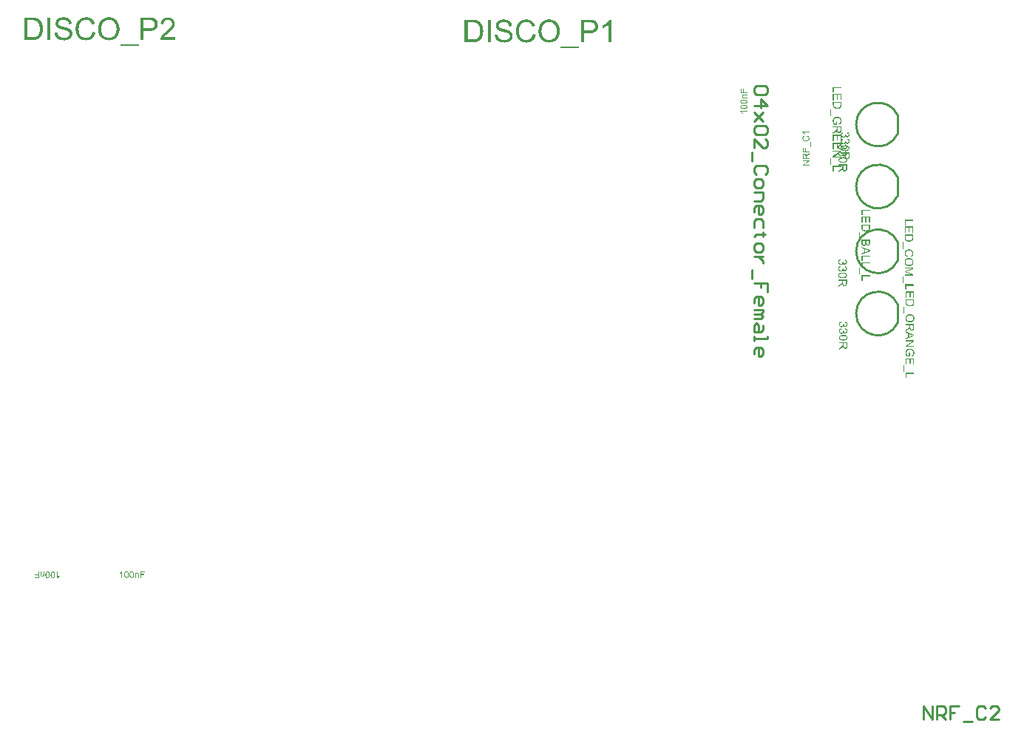
<source format=gto>
G04*
G04 #@! TF.GenerationSoftware,Altium Limited,Altium NEXUS,1.1.6 (48)*
G04*
G04 Layer_Color=65535*
%FSLAX25Y25*%
%MOIN*%
G70*
G01*
G75*
%ADD10C,0.01000*%
G36*
X1165853Y382758D02*
X1162463D01*
Y380868D01*
X1162008D01*
Y383268D01*
X1165853D01*
Y382758D01*
D02*
G37*
G36*
Y377478D02*
X1165398D01*
Y379743D01*
X1164228D01*
Y377623D01*
X1163773D01*
Y379743D01*
X1162463D01*
Y377388D01*
X1162008D01*
Y380253D01*
X1165853D01*
Y377478D01*
D02*
G37*
G36*
Y375248D02*
X1165848Y375203D01*
Y375108D01*
X1165838Y374998D01*
X1165828Y374883D01*
X1165813Y374773D01*
X1165793Y374678D01*
Y374673D01*
X1165788Y374663D01*
X1165783Y374643D01*
X1165778Y374623D01*
X1165768Y374593D01*
X1165758Y374558D01*
X1165733Y374483D01*
X1165693Y374393D01*
X1165648Y374298D01*
X1165588Y374203D01*
X1165518Y374113D01*
X1165513Y374108D01*
X1165508Y374098D01*
X1165493Y374083D01*
X1165473Y374063D01*
X1165448Y374038D01*
X1165418Y374008D01*
X1165383Y373978D01*
X1165343Y373943D01*
X1165248Y373868D01*
X1165133Y373793D01*
X1165008Y373718D01*
X1164863Y373658D01*
X1164858D01*
X1164843Y373653D01*
X1164823Y373643D01*
X1164793Y373633D01*
X1164753Y373623D01*
X1164708Y373608D01*
X1164658Y373593D01*
X1164598Y373578D01*
X1164533Y373568D01*
X1164463Y373553D01*
X1164388Y373538D01*
X1164308Y373528D01*
X1164133Y373508D01*
X1163948Y373503D01*
X1163943D01*
X1163928D01*
X1163908D01*
X1163873D01*
X1163838Y373508D01*
X1163793D01*
X1163743Y373513D01*
X1163688Y373518D01*
X1163568Y373528D01*
X1163438Y373548D01*
X1163303Y373573D01*
X1163173Y373608D01*
X1163168D01*
X1163158Y373613D01*
X1163138Y373618D01*
X1163118Y373628D01*
X1163088Y373638D01*
X1163053Y373648D01*
X1162978Y373678D01*
X1162888Y373713D01*
X1162793Y373758D01*
X1162698Y373813D01*
X1162613Y373868D01*
X1162603Y373873D01*
X1162578Y373898D01*
X1162538Y373928D01*
X1162488Y373973D01*
X1162433Y374023D01*
X1162373Y374083D01*
X1162318Y374153D01*
X1162263Y374223D01*
X1162258Y374233D01*
X1162243Y374258D01*
X1162218Y374298D01*
X1162193Y374353D01*
X1162163Y374418D01*
X1162128Y374498D01*
X1162098Y374588D01*
X1162073Y374683D01*
Y374688D01*
X1162068Y374693D01*
Y374708D01*
X1162063Y374728D01*
X1162058Y374753D01*
X1162053Y374783D01*
X1162043Y374858D01*
X1162028Y374948D01*
X1162018Y375053D01*
X1162013Y375173D01*
X1162008Y375298D01*
Y376683D01*
X1165853D01*
Y375248D01*
D02*
G37*
G36*
X1161283Y370173D02*
X1160943D01*
Y373298D01*
X1161283D01*
Y370173D01*
D02*
G37*
G36*
X1164003Y369943D02*
X1164053D01*
X1164113Y369938D01*
X1164178Y369928D01*
X1164253Y369918D01*
X1164328Y369908D01*
X1164413Y369893D01*
X1164588Y369853D01*
X1164773Y369793D01*
X1164868Y369758D01*
X1164958Y369718D01*
X1164963Y369713D01*
X1164978Y369708D01*
X1165003Y369693D01*
X1165038Y369673D01*
X1165078Y369648D01*
X1165123Y369618D01*
X1165173Y369583D01*
X1165228Y369543D01*
X1165288Y369498D01*
X1165348Y369448D01*
X1165408Y369393D01*
X1165468Y369333D01*
X1165578Y369198D01*
X1165633Y369123D01*
X1165678Y369043D01*
X1165683Y369038D01*
X1165688Y369023D01*
X1165698Y368998D01*
X1165718Y368963D01*
X1165733Y368923D01*
X1165753Y368873D01*
X1165778Y368813D01*
X1165798Y368748D01*
X1165823Y368678D01*
X1165843Y368598D01*
X1165863Y368518D01*
X1165883Y368428D01*
X1165908Y368233D01*
X1165913Y368133D01*
X1165918Y368028D01*
Y367958D01*
X1165913Y367918D01*
Y367878D01*
X1165908Y367828D01*
X1165903Y367778D01*
X1165883Y367658D01*
X1165858Y367533D01*
X1165823Y367403D01*
X1165778Y367273D01*
Y367268D01*
X1165773Y367258D01*
X1165763Y367243D01*
X1165753Y367218D01*
X1165738Y367188D01*
X1165723Y367158D01*
X1165683Y367083D01*
X1165628Y366998D01*
X1165563Y366908D01*
X1165488Y366823D01*
X1165403Y366748D01*
X1165398D01*
X1165393Y366738D01*
X1165378Y366728D01*
X1165358Y366718D01*
X1165338Y366698D01*
X1165308Y366683D01*
X1165233Y366638D01*
X1165143Y366588D01*
X1165038Y366543D01*
X1164913Y366493D01*
X1164773Y366453D01*
X1164648Y366913D01*
X1164653D01*
X1164663Y366918D01*
X1164678Y366923D01*
X1164698Y366928D01*
X1164748Y366948D01*
X1164818Y366973D01*
X1164888Y367003D01*
X1164968Y367038D01*
X1165043Y367083D01*
X1165108Y367128D01*
X1165118Y367133D01*
X1165138Y367153D01*
X1165168Y367183D01*
X1165208Y367223D01*
X1165248Y367273D01*
X1165293Y367338D01*
X1165338Y367413D01*
X1165378Y367498D01*
Y367503D01*
X1165383Y367508D01*
X1165393Y367538D01*
X1165413Y367588D01*
X1165433Y367653D01*
X1165448Y367728D01*
X1165468Y367818D01*
X1165478Y367918D01*
X1165483Y368023D01*
Y368083D01*
X1165478Y368113D01*
Y368148D01*
X1165468Y368228D01*
X1165458Y368323D01*
X1165438Y368428D01*
X1165408Y368528D01*
X1165373Y368628D01*
Y368633D01*
X1165368Y368638D01*
X1165353Y368668D01*
X1165333Y368718D01*
X1165298Y368773D01*
X1165258Y368838D01*
X1165213Y368908D01*
X1165153Y368978D01*
X1165093Y369038D01*
X1165083Y369043D01*
X1165063Y369063D01*
X1165028Y369093D01*
X1164983Y369128D01*
X1164928Y369163D01*
X1164863Y369203D01*
X1164788Y369243D01*
X1164713Y369278D01*
X1164708D01*
X1164698Y369283D01*
X1164678Y369293D01*
X1164653Y369298D01*
X1164618Y369313D01*
X1164578Y369323D01*
X1164533Y369338D01*
X1164483Y369348D01*
X1164368Y369378D01*
X1164238Y369398D01*
X1164093Y369418D01*
X1163938Y369423D01*
X1163933D01*
X1163913D01*
X1163888D01*
X1163853Y369418D01*
X1163808D01*
X1163758Y369413D01*
X1163698Y369408D01*
X1163638Y369403D01*
X1163503Y369378D01*
X1163358Y369348D01*
X1163213Y369308D01*
X1163078Y369248D01*
X1163073D01*
X1163063Y369238D01*
X1163043Y369228D01*
X1163023Y369213D01*
X1162993Y369198D01*
X1162958Y369173D01*
X1162883Y369118D01*
X1162803Y369048D01*
X1162713Y368958D01*
X1162633Y368858D01*
X1162563Y368738D01*
Y368733D01*
X1162558Y368723D01*
X1162548Y368703D01*
X1162538Y368678D01*
X1162523Y368648D01*
X1162513Y368608D01*
X1162498Y368568D01*
X1162483Y368518D01*
X1162448Y368413D01*
X1162423Y368293D01*
X1162403Y368158D01*
X1162398Y368018D01*
Y367963D01*
X1162403Y367933D01*
Y367898D01*
X1162413Y367813D01*
X1162428Y367713D01*
X1162453Y367608D01*
X1162483Y367493D01*
X1162523Y367373D01*
Y367368D01*
X1162528Y367358D01*
X1162538Y367343D01*
X1162543Y367323D01*
X1162568Y367263D01*
X1162603Y367193D01*
X1162643Y367118D01*
X1162688Y367038D01*
X1162738Y366963D01*
X1162793Y366893D01*
X1163513D01*
Y368023D01*
X1163968D01*
Y366393D01*
X1162538D01*
X1162533Y366398D01*
X1162523Y366408D01*
X1162508Y366428D01*
X1162488Y366458D01*
X1162463Y366493D01*
X1162438Y366533D01*
X1162408Y366578D01*
X1162373Y366628D01*
X1162298Y366748D01*
X1162228Y366878D01*
X1162153Y367018D01*
X1162093Y367168D01*
Y367173D01*
X1162088Y367188D01*
X1162078Y367208D01*
X1162068Y367238D01*
X1162058Y367273D01*
X1162048Y367318D01*
X1162033Y367368D01*
X1162018Y367418D01*
X1161993Y367543D01*
X1161968Y367683D01*
X1161948Y367833D01*
X1161943Y367988D01*
Y368043D01*
X1161948Y368083D01*
Y368133D01*
X1161958Y368193D01*
X1161963Y368258D01*
X1161973Y368328D01*
X1161988Y368408D01*
X1162003Y368488D01*
X1162043Y368663D01*
X1162103Y368838D01*
X1162143Y368928D01*
X1162183Y369018D01*
X1162188Y369023D01*
X1162193Y369038D01*
X1162208Y369063D01*
X1162228Y369093D01*
X1162253Y369133D01*
X1162283Y369178D01*
X1162323Y369223D01*
X1162363Y369278D01*
X1162408Y369333D01*
X1162463Y369388D01*
X1162518Y369448D01*
X1162583Y369503D01*
X1162648Y369563D01*
X1162723Y369618D01*
X1162798Y369668D01*
X1162883Y369713D01*
X1162888D01*
X1162903Y369723D01*
X1162928Y369733D01*
X1162963Y369748D01*
X1163008Y369768D01*
X1163058Y369788D01*
X1163118Y369808D01*
X1163183Y369828D01*
X1163258Y369853D01*
X1163338Y369873D01*
X1163418Y369893D01*
X1163508Y369913D01*
X1163703Y369938D01*
X1163803Y369943D01*
X1163908Y369948D01*
X1163913D01*
X1163933D01*
X1163963D01*
X1164003Y369943D01*
D02*
G37*
G36*
X1165853Y363848D02*
X1165848Y363803D01*
Y363758D01*
X1165843Y363703D01*
X1165838Y363643D01*
X1165828Y363518D01*
X1165808Y363388D01*
X1165783Y363263D01*
X1165768Y363203D01*
X1165748Y363153D01*
Y363148D01*
X1165743Y363143D01*
X1165738Y363128D01*
X1165728Y363108D01*
X1165703Y363058D01*
X1165663Y362998D01*
X1165613Y362928D01*
X1165548Y362858D01*
X1165468Y362788D01*
X1165378Y362723D01*
X1165373D01*
X1165368Y362718D01*
X1165353Y362708D01*
X1165333Y362698D01*
X1165278Y362673D01*
X1165208Y362643D01*
X1165123Y362613D01*
X1165023Y362588D01*
X1164913Y362568D01*
X1164798Y362563D01*
X1164793D01*
X1164778D01*
X1164758D01*
X1164728Y362568D01*
X1164693Y362573D01*
X1164653Y362578D01*
X1164558Y362598D01*
X1164448Y362628D01*
X1164333Y362673D01*
X1164278Y362703D01*
X1164218Y362738D01*
X1164163Y362783D01*
X1164108Y362828D01*
X1164103Y362833D01*
X1164098Y362838D01*
X1164083Y362858D01*
X1164063Y362878D01*
X1164043Y362908D01*
X1164018Y362943D01*
X1163988Y362983D01*
X1163958Y363028D01*
X1163928Y363083D01*
X1163898Y363143D01*
X1163868Y363213D01*
X1163838Y363288D01*
X1163813Y363368D01*
X1163788Y363453D01*
X1163768Y363548D01*
X1163753Y363648D01*
X1163748Y363638D01*
X1163738Y363613D01*
X1163718Y363578D01*
X1163693Y363533D01*
X1163628Y363433D01*
X1163593Y363388D01*
X1163558Y363343D01*
Y363338D01*
X1163548Y363333D01*
X1163523Y363303D01*
X1163478Y363263D01*
X1163418Y363203D01*
X1163348Y363138D01*
X1163258Y363068D01*
X1163158Y362993D01*
X1163048Y362918D01*
X1162008Y362253D01*
Y362893D01*
X1162803Y363398D01*
X1162808D01*
X1162818Y363408D01*
X1162838Y363418D01*
X1162858Y363433D01*
X1162888Y363453D01*
X1162923Y363478D01*
X1162998Y363528D01*
X1163083Y363588D01*
X1163168Y363648D01*
X1163253Y363708D01*
X1163328Y363768D01*
X1163338Y363773D01*
X1163358Y363793D01*
X1163393Y363818D01*
X1163428Y363853D01*
X1163473Y363893D01*
X1163518Y363938D01*
X1163553Y363983D01*
X1163588Y364028D01*
X1163593Y364033D01*
X1163598Y364048D01*
X1163613Y364068D01*
X1163628Y364098D01*
X1163648Y364133D01*
X1163663Y364173D01*
X1163693Y364258D01*
Y364263D01*
X1163698Y364273D01*
Y364293D01*
X1163703Y364323D01*
X1163708Y364363D01*
Y364413D01*
X1163713Y364468D01*
Y365128D01*
X1162008D01*
Y365638D01*
X1165853D01*
Y363848D01*
D02*
G37*
G36*
X1166737Y362531D02*
X1166733D01*
X1166718Y362526D01*
X1166698Y362522D01*
X1166673Y362516D01*
X1166638Y362507D01*
X1166603Y362496D01*
X1166512Y362467D01*
X1166418Y362432D01*
X1166323Y362382D01*
X1166228Y362327D01*
X1166187Y362297D01*
X1166152Y362262D01*
X1166148Y362251D01*
X1166127Y362227D01*
X1166098Y362187D01*
X1166068Y362126D01*
X1166033Y362056D01*
X1166008Y361977D01*
X1165987Y361881D01*
X1165977Y361782D01*
Y361747D01*
X1165983Y361726D01*
Y361697D01*
X1165987Y361662D01*
X1166008Y361586D01*
X1166033Y361496D01*
X1166072Y361402D01*
X1166133Y361307D01*
X1166168Y361262D01*
X1166208Y361216D01*
X1166212Y361211D01*
X1166218Y361207D01*
X1166232Y361196D01*
X1166247Y361181D01*
X1166298Y361141D01*
X1166368Y361102D01*
X1166448Y361062D01*
X1166547Y361021D01*
X1166658Y360997D01*
X1166718Y360986D01*
X1166778D01*
X1166782D01*
X1166792D01*
X1166807D01*
X1166833Y360992D01*
X1166858D01*
X1166893Y360997D01*
X1166967Y361012D01*
X1167052Y361036D01*
X1167142Y361076D01*
X1167227Y361132D01*
X1167272Y361161D01*
X1167313Y361202D01*
X1167323Y361211D01*
X1167348Y361242D01*
X1167377Y361286D01*
X1167418Y361347D01*
X1167457Y361426D01*
X1167488Y361516D01*
X1167513Y361621D01*
X1167523Y361741D01*
Y361796D01*
X1167517Y361831D01*
X1167513Y361881D01*
X1167502Y361942D01*
X1167488Y362006D01*
X1167472Y362076D01*
X1167887Y362021D01*
Y362012D01*
X1167883Y361997D01*
X1167877Y361971D01*
Y361916D01*
X1167883Y361896D01*
X1167887Y361837D01*
X1167898Y361767D01*
X1167918Y361682D01*
X1167943Y361592D01*
X1167982Y361496D01*
X1168032Y361406D01*
Y361402D01*
X1168042Y361397D01*
X1168062Y361367D01*
X1168102Y361327D01*
X1168153Y361281D01*
X1168223Y361237D01*
X1168307Y361202D01*
X1168408Y361172D01*
X1168462Y361167D01*
X1168522Y361161D01*
X1168528D01*
X1168532D01*
X1168567Y361167D01*
X1168612Y361172D01*
X1168672Y361181D01*
X1168738Y361207D01*
X1168808Y361237D01*
X1168882Y361281D01*
X1168948Y361342D01*
X1168958Y361351D01*
X1168978Y361371D01*
X1169003Y361411D01*
X1169038Y361461D01*
X1169067Y361526D01*
X1169098Y361607D01*
X1169118Y361691D01*
X1169123Y361791D01*
Y361817D01*
X1169118Y361837D01*
X1169112Y361892D01*
X1169102Y361957D01*
X1169077Y362027D01*
X1169048Y362106D01*
X1169007Y362181D01*
X1168948Y362257D01*
X1168937Y362266D01*
X1168917Y362286D01*
X1168878Y362316D01*
X1168818Y362351D01*
X1168748Y362391D01*
X1168657Y362432D01*
X1168552Y362461D01*
X1168433Y362487D01*
X1168517Y362957D01*
X1168522D01*
X1168538Y362951D01*
X1168563Y362947D01*
X1168598Y362936D01*
X1168633Y362927D01*
X1168682Y362912D01*
X1168732Y362896D01*
X1168787Y362877D01*
X1168902Y362822D01*
X1169022Y362756D01*
X1169143Y362671D01*
X1169197Y362621D01*
X1169248Y362566D01*
X1169252Y362561D01*
X1169258Y362551D01*
X1169273Y362537D01*
X1169287Y362511D01*
X1169308Y362481D01*
X1169333Y362446D01*
X1169357Y362402D01*
X1169382Y362356D01*
X1169403Y362301D01*
X1169427Y362246D01*
X1169473Y362117D01*
X1169503Y361966D01*
X1169508Y361887D01*
X1169512Y361802D01*
Y361747D01*
X1169508Y361721D01*
Y361686D01*
X1169497Y361612D01*
X1169477Y361522D01*
X1169458Y361426D01*
X1169423Y361327D01*
X1169378Y361227D01*
Y361222D01*
X1169372Y361216D01*
X1169363Y361202D01*
X1169353Y361181D01*
X1169322Y361137D01*
X1169283Y361076D01*
X1169228Y361012D01*
X1169162Y360942D01*
X1169092Y360876D01*
X1169007Y360822D01*
X1169003D01*
X1168997Y360817D01*
X1168968Y360796D01*
X1168917Y360776D01*
X1168857Y360747D01*
X1168783Y360721D01*
X1168697Y360697D01*
X1168608Y360682D01*
X1168513Y360677D01*
X1168507D01*
X1168503D01*
X1168472D01*
X1168423Y360682D01*
X1168363Y360691D01*
X1168293Y360712D01*
X1168217Y360732D01*
X1168137Y360767D01*
X1168058Y360811D01*
X1168048Y360817D01*
X1168023Y360837D01*
X1167988Y360866D01*
X1167943Y360911D01*
X1167887Y360966D01*
X1167832Y361036D01*
X1167782Y361117D01*
X1167733Y361207D01*
Y361202D01*
X1167727Y361192D01*
X1167723Y361172D01*
X1167717Y361152D01*
X1167708Y361122D01*
X1167692Y361087D01*
X1167663Y361012D01*
X1167618Y360927D01*
X1167558Y360841D01*
X1167488Y360752D01*
X1167402Y360677D01*
X1167397D01*
X1167393Y360666D01*
X1167377Y360656D01*
X1167358Y360647D01*
X1167332Y360631D01*
X1167307Y360616D01*
X1167233Y360581D01*
X1167142Y360546D01*
X1167037Y360517D01*
X1166922Y360496D01*
X1166788Y360487D01*
X1166782D01*
X1166768D01*
X1166737D01*
X1166702Y360491D01*
X1166658Y360496D01*
X1166607Y360507D01*
X1166553Y360517D01*
X1166492Y360531D01*
X1166428Y360552D01*
X1166358Y360577D01*
X1166288Y360607D01*
X1166212Y360642D01*
X1166142Y360686D01*
X1166068Y360736D01*
X1165998Y360791D01*
X1165932Y360857D01*
X1165928Y360861D01*
X1165917Y360872D01*
X1165903Y360892D01*
X1165878Y360922D01*
X1165853Y360956D01*
Y359596D01*
X1165888Y359636D01*
X1165893Y359642D01*
X1165903Y359651D01*
X1165917Y359666D01*
X1165942Y359692D01*
X1165973Y359717D01*
X1166008Y359747D01*
X1166053Y359776D01*
X1166098Y359811D01*
X1166152Y359841D01*
X1166212Y359876D01*
X1166278Y359907D01*
X1166348Y359936D01*
X1166422Y359966D01*
X1166498Y359986D01*
X1166582Y360006D01*
X1166673Y360016D01*
X1166737Y359546D01*
X1166733D01*
X1166718Y359542D01*
X1166698Y359537D01*
X1166673Y359531D01*
X1166638Y359522D01*
X1166603Y359511D01*
X1166512Y359482D01*
X1166418Y359447D01*
X1166323Y359397D01*
X1166228Y359342D01*
X1166187Y359312D01*
X1166152Y359277D01*
X1166148Y359266D01*
X1166127Y359242D01*
X1166098Y359202D01*
X1166068Y359141D01*
X1166033Y359071D01*
X1166008Y358992D01*
X1165987Y358896D01*
X1165977Y358797D01*
Y358762D01*
X1165983Y358741D01*
Y358712D01*
X1165987Y358677D01*
X1166008Y358601D01*
X1166033Y358511D01*
X1166072Y358417D01*
X1166133Y358321D01*
X1166168Y358277D01*
X1166208Y358231D01*
X1166212Y358226D01*
X1166218Y358222D01*
X1166232Y358211D01*
X1166247Y358196D01*
X1166298Y358156D01*
X1166368Y358117D01*
X1166448Y358077D01*
X1166547Y358036D01*
X1166658Y358012D01*
X1166718Y358001D01*
X1166778D01*
X1166782D01*
X1166792D01*
X1166807D01*
X1166833Y358007D01*
X1166858D01*
X1166893Y358012D01*
X1166967Y358027D01*
X1167052Y358051D01*
X1167142Y358091D01*
X1167227Y358147D01*
X1167272Y358176D01*
X1167313Y358217D01*
X1167323Y358226D01*
X1167348Y358257D01*
X1167377Y358301D01*
X1167418Y358362D01*
X1167457Y358441D01*
X1167488Y358531D01*
X1167513Y358636D01*
X1167523Y358756D01*
Y358811D01*
X1167517Y358846D01*
X1167513Y358896D01*
X1167502Y358957D01*
X1167488Y359021D01*
X1167472Y359091D01*
X1167887Y359036D01*
Y359027D01*
X1167883Y359012D01*
X1167877Y358986D01*
Y358931D01*
X1167883Y358911D01*
X1167887Y358852D01*
X1167898Y358782D01*
X1167918Y358697D01*
X1167943Y358607D01*
X1167982Y358511D01*
X1168032Y358421D01*
Y358417D01*
X1168042Y358412D01*
X1168062Y358382D01*
X1168102Y358342D01*
X1168153Y358296D01*
X1168223Y358252D01*
X1168307Y358217D01*
X1168408Y358187D01*
X1168462Y358182D01*
X1168522Y358176D01*
X1168528D01*
X1168532D01*
X1168567Y358182D01*
X1168612Y358187D01*
X1168672Y358196D01*
X1168738Y358222D01*
X1168808Y358252D01*
X1168882Y358296D01*
X1168948Y358356D01*
X1168958Y358366D01*
X1168978Y358386D01*
X1169003Y358426D01*
X1169038Y358476D01*
X1169067Y358541D01*
X1169098Y358622D01*
X1169118Y358706D01*
X1169123Y358806D01*
Y358832D01*
X1169118Y358852D01*
X1169112Y358907D01*
X1169102Y358972D01*
X1169077Y359042D01*
X1169048Y359121D01*
X1169007Y359196D01*
X1168948Y359272D01*
X1168937Y359281D01*
X1168917Y359301D01*
X1168878Y359331D01*
X1168818Y359366D01*
X1168748Y359406D01*
X1168657Y359447D01*
X1168552Y359476D01*
X1168433Y359502D01*
X1168517Y359971D01*
X1168522D01*
X1168538Y359966D01*
X1168563Y359962D01*
X1168598Y359951D01*
X1168633Y359942D01*
X1168682Y359927D01*
X1168732Y359911D01*
X1168787Y359892D01*
X1168902Y359837D01*
X1169022Y359771D01*
X1169143Y359686D01*
X1169197Y359636D01*
X1169248Y359581D01*
X1169252Y359577D01*
X1169258Y359566D01*
X1169273Y359552D01*
X1169287Y359526D01*
X1169308Y359496D01*
X1169333Y359461D01*
X1169357Y359417D01*
X1169382Y359371D01*
X1169403Y359316D01*
X1169427Y359261D01*
X1169473Y359132D01*
X1169503Y358981D01*
X1169508Y358902D01*
X1169512Y358817D01*
Y358762D01*
X1169508Y358736D01*
Y358701D01*
X1169497Y358627D01*
X1169477Y358537D01*
X1169458Y358441D01*
X1169423Y358342D01*
X1169378Y358242D01*
Y358237D01*
X1169372Y358231D01*
X1169363Y358217D01*
X1169353Y358196D01*
X1169322Y358152D01*
X1169283Y358091D01*
X1169228Y358027D01*
X1169162Y357957D01*
X1169092Y357892D01*
X1169007Y357837D01*
X1169003D01*
X1168997Y357832D01*
X1168968Y357811D01*
X1168917Y357791D01*
X1168857Y357762D01*
X1168783Y357736D01*
X1168697Y357712D01*
X1168608Y357697D01*
X1168513Y357692D01*
X1168507D01*
X1168503D01*
X1168472D01*
X1168423Y357697D01*
X1168363Y357706D01*
X1168293Y357727D01*
X1168217Y357747D01*
X1168137Y357782D01*
X1168058Y357826D01*
X1168048Y357832D01*
X1168023Y357852D01*
X1167988Y357881D01*
X1167943Y357927D01*
X1167887Y357981D01*
X1167832Y358051D01*
X1167782Y358132D01*
X1167733Y358222D01*
Y358217D01*
X1167727Y358207D01*
X1167723Y358187D01*
X1167717Y358167D01*
X1167708Y358137D01*
X1167692Y358102D01*
X1167663Y358027D01*
X1167618Y357942D01*
X1167558Y357856D01*
X1167488Y357767D01*
X1167402Y357692D01*
X1167397D01*
X1167393Y357681D01*
X1167377Y357671D01*
X1167358Y357662D01*
X1167332Y357646D01*
X1167307Y357631D01*
X1167233Y357596D01*
X1167142Y357561D01*
X1167037Y357531D01*
X1166922Y357511D01*
X1166788Y357502D01*
X1166782D01*
X1166768D01*
X1166737D01*
X1166702Y357506D01*
X1166658Y357511D01*
X1166607Y357522D01*
X1166553Y357531D01*
X1166492Y357546D01*
X1166428Y357566D01*
X1166358Y357592D01*
X1166288Y357622D01*
X1166212Y357657D01*
X1166142Y357701D01*
X1166068Y357751D01*
X1165998Y357806D01*
X1165932Y357872D01*
X1165928Y357876D01*
X1165917Y357887D01*
X1165903Y357907D01*
X1165878Y357937D01*
X1165853Y357971D01*
Y356527D01*
X1165913Y356592D01*
X1165983Y356657D01*
X1165987Y356662D01*
X1166008Y356672D01*
X1166033Y356692D01*
X1166072Y356716D01*
X1166127Y356741D01*
X1166193Y356776D01*
X1166267Y356806D01*
X1166358Y356841D01*
X1166463Y356876D01*
X1166578Y356911D01*
X1166702Y356946D01*
X1166848Y356972D01*
X1167002Y356996D01*
X1167167Y357016D01*
X1167352Y357027D01*
X1167497Y357030D01*
X1167467Y357039D01*
X1167347Y357064D01*
X1167432Y357534D01*
X1167437D01*
X1167452Y357529D01*
X1167477Y357524D01*
X1167512Y357514D01*
X1167547Y357504D01*
X1167597Y357489D01*
X1167647Y357474D01*
X1167702Y357454D01*
X1167817Y357399D01*
X1167937Y357334D01*
X1168057Y357249D01*
X1168112Y357199D01*
X1168162Y357144D01*
X1168167Y357139D01*
X1168172Y357129D01*
X1168187Y357114D01*
X1168202Y357089D01*
X1168222Y357059D01*
X1168247Y357024D01*
X1168272Y356979D01*
X1168274Y356975D01*
X1168297Y356972D01*
X1168478Y356937D01*
X1168563Y356916D01*
X1168643Y356891D01*
X1168647D01*
X1168662Y356887D01*
X1168682Y356876D01*
X1168713Y356867D01*
X1168748Y356852D01*
X1168787Y356832D01*
X1168882Y356786D01*
X1168983Y356727D01*
X1169092Y356657D01*
X1169197Y356572D01*
X1169287Y356476D01*
X1169293Y356471D01*
X1169298Y356462D01*
X1169308Y356447D01*
X1169322Y356427D01*
X1169337Y356401D01*
X1169357Y356366D01*
X1169378Y356331D01*
X1169403Y356287D01*
X1169442Y356187D01*
X1169477Y356066D01*
X1169503Y355931D01*
X1169512Y355856D01*
Y355732D01*
X1169508Y355701D01*
Y355672D01*
X1169497Y355596D01*
X1169483Y355511D01*
X1169458Y355421D01*
X1169427Y355327D01*
X1169388Y355237D01*
Y355231D01*
X1169382Y355226D01*
X1169363Y355196D01*
X1169337Y355156D01*
X1169298Y355101D01*
X1169242Y355042D01*
X1169182Y354977D01*
X1169112Y354911D01*
X1169028Y354852D01*
X1169022D01*
X1169018Y354847D01*
X1169003Y354837D01*
X1168987Y354826D01*
X1168937Y354802D01*
X1168867Y354767D01*
X1168783Y354727D01*
X1168688Y354686D01*
X1168573Y354651D01*
X1168452Y354616D01*
X1168447D01*
X1168437Y354611D01*
X1168417Y354607D01*
X1168392Y354602D01*
X1168357Y354596D01*
X1168318Y354587D01*
X1168268Y354581D01*
X1168213Y354572D01*
X1168153Y354561D01*
X1168083Y354556D01*
X1168013Y354546D01*
X1167927Y354541D01*
X1167842Y354537D01*
X1167752Y354532D01*
X1167653Y354526D01*
X1167548D01*
X1167537D01*
X1167520D01*
X1167547Y354519D01*
X1167597Y354504D01*
X1167647Y354489D01*
X1167702Y354469D01*
X1167817Y354414D01*
X1167937Y354349D01*
X1168057Y354264D01*
X1168112Y354214D01*
X1168162Y354159D01*
X1168167Y354154D01*
X1168172Y354144D01*
X1168187Y354129D01*
X1168202Y354104D01*
X1168222Y354074D01*
X1168247Y354039D01*
X1168272Y353994D01*
X1168297Y353949D01*
X1168317Y353894D01*
X1168336Y353852D01*
X1169497D01*
Y352062D01*
X1169493Y352016D01*
Y351972D01*
X1169487Y351917D01*
X1169483Y351856D01*
X1169473Y351731D01*
X1169452Y351602D01*
X1169427Y351477D01*
X1169413Y351416D01*
X1169392Y351366D01*
Y351361D01*
X1169388Y351357D01*
X1169382Y351342D01*
X1169372Y351322D01*
X1169347Y351272D01*
X1169308Y351212D01*
X1169258Y351142D01*
X1169193Y351072D01*
X1169112Y351002D01*
X1169022Y350937D01*
X1169018D01*
X1169013Y350932D01*
X1168997Y350922D01*
X1168978Y350911D01*
X1168923Y350887D01*
X1168853Y350856D01*
X1168768Y350827D01*
X1168668Y350801D01*
X1168557Y350781D01*
X1168443Y350777D01*
X1168437D01*
X1168423D01*
X1168402D01*
X1168373Y350781D01*
X1168348Y350785D01*
X1168357Y350764D01*
X1168392Y350644D01*
X1168417Y350509D01*
X1168427Y350434D01*
Y350309D01*
X1168422Y350279D01*
Y350249D01*
X1168412Y350174D01*
X1168397Y350089D01*
X1168372Y349999D01*
X1168342Y349904D01*
X1168302Y349814D01*
Y349809D01*
X1168297Y349804D01*
X1168277Y349774D01*
X1168252Y349734D01*
X1168212Y349679D01*
X1168157Y349619D01*
X1168097Y349554D01*
X1168027Y349489D01*
X1167942Y349429D01*
X1167937D01*
X1167932Y349424D01*
X1167917Y349414D01*
X1167902Y349404D01*
X1167852Y349379D01*
X1167782Y349344D01*
X1167697Y349304D01*
X1167602Y349264D01*
X1167487Y349229D01*
X1167367Y349194D01*
X1167362D01*
X1167352Y349189D01*
X1167332Y349184D01*
X1167307Y349179D01*
X1167272Y349174D01*
X1167232Y349164D01*
X1167182Y349159D01*
X1167127Y349149D01*
X1167067Y349139D01*
X1166997Y349134D01*
X1166927Y349124D01*
X1166842Y349119D01*
X1166757Y349114D01*
X1166667Y349109D01*
X1166567Y349104D01*
X1166462D01*
X1166452D01*
X1166432D01*
X1166397D01*
X1166347D01*
X1166292Y349109D01*
X1166227D01*
X1166152Y349114D01*
X1166072Y349119D01*
X1165897Y349139D01*
X1165712Y349164D01*
X1165532Y349199D01*
X1165447Y349219D01*
X1165367Y349244D01*
X1165362D01*
X1165347Y349249D01*
X1165327Y349259D01*
X1165297Y349269D01*
X1165262Y349284D01*
X1165222Y349304D01*
X1165132Y349349D01*
X1165027Y349409D01*
X1164922Y349479D01*
X1164817Y349564D01*
X1164727Y349664D01*
Y349669D01*
X1164717Y349674D01*
X1164707Y349694D01*
X1164692Y349714D01*
X1164677Y349739D01*
X1164657Y349774D01*
X1164637Y349809D01*
X1164617Y349854D01*
X1164572Y349954D01*
X1164537Y350074D01*
X1164512Y350209D01*
X1164507Y350284D01*
X1164502Y350359D01*
Y350384D01*
X1164507Y350414D01*
Y350449D01*
X1164512Y350499D01*
X1164522Y350549D01*
X1164537Y350609D01*
X1164552Y350674D01*
X1164572Y350744D01*
X1164597Y350814D01*
X1164632Y350889D01*
X1164667Y350964D01*
X1164712Y351034D01*
X1164767Y351104D01*
X1164827Y351169D01*
X1164897Y351234D01*
X1164902Y351239D01*
X1164922Y351249D01*
X1164947Y351269D01*
X1164987Y351294D01*
X1165042Y351319D01*
X1165107Y351354D01*
X1165182Y351384D01*
X1165272Y351419D01*
X1165377Y351454D01*
X1165492Y351489D01*
X1165617Y351524D01*
X1165762Y351549D01*
X1165917Y351574D01*
X1166082Y351594D01*
X1166267Y351604D01*
X1166442Y351608D01*
X1166448Y351611D01*
X1166453D01*
X1166463Y351622D01*
X1166483Y351631D01*
X1166502Y351646D01*
X1166533Y351666D01*
X1166568Y351692D01*
X1166642Y351742D01*
X1166728Y351801D01*
X1166813Y351862D01*
X1166897Y351922D01*
X1166973Y351981D01*
X1166982Y351987D01*
X1167002Y352007D01*
X1167037Y352031D01*
X1167072Y352066D01*
X1167118Y352106D01*
X1167163Y352151D01*
X1167198Y352197D01*
X1167233Y352241D01*
X1167237Y352246D01*
X1167243Y352261D01*
X1167257Y352281D01*
X1167261Y352288D01*
X1167207Y352304D01*
X1167132Y352324D01*
X1167052Y352359D01*
X1166972Y352404D01*
X1166962Y352409D01*
X1166937Y352429D01*
X1166902Y352459D01*
X1166857Y352504D01*
X1166802Y352559D01*
X1166747Y352629D01*
X1166697Y352709D01*
X1166647Y352799D01*
Y352794D01*
X1166642Y352784D01*
X1166637Y352764D01*
X1166632Y352744D01*
X1166622Y352714D01*
X1166607Y352679D01*
X1166577Y352604D01*
X1166532Y352519D01*
X1166472Y352434D01*
X1166402Y352344D01*
X1166317Y352269D01*
X1166312D01*
X1166307Y352259D01*
X1166292Y352249D01*
X1166272Y352239D01*
X1166247Y352224D01*
X1166222Y352209D01*
X1166147Y352174D01*
X1166057Y352139D01*
X1165952Y352109D01*
X1165837Y352089D01*
X1165702Y352079D01*
X1165697D01*
X1165682D01*
X1165652D01*
X1165617Y352084D01*
X1165572Y352089D01*
X1165522Y352099D01*
X1165467Y352109D01*
X1165407Y352124D01*
X1165342Y352144D01*
X1165272Y352169D01*
X1165202Y352199D01*
X1165127Y352234D01*
X1165057Y352279D01*
X1164982Y352329D01*
X1164912Y352384D01*
X1164847Y352449D01*
X1164842Y352454D01*
X1164832Y352464D01*
X1164817Y352484D01*
X1164792Y352514D01*
X1164767Y352549D01*
X1164737Y352594D01*
X1164707Y352644D01*
X1164677Y352699D01*
X1164642Y352764D01*
X1164612Y352834D01*
X1164582Y352909D01*
X1164557Y352994D01*
X1164532Y353079D01*
X1164517Y353174D01*
X1164515Y353193D01*
X1162833Y352068D01*
X1165853D01*
Y351578D01*
X1162008D01*
Y352103D01*
X1164587Y353826D01*
X1164602Y353869D01*
X1164627Y353939D01*
X1164662Y354014D01*
X1164702Y354084D01*
X1164725Y354118D01*
X1162008D01*
Y354608D01*
X1165853D01*
Y354088D01*
X1164900Y353450D01*
X1164892Y353374D01*
Y353339D01*
X1164897Y353319D01*
Y353289D01*
X1164902Y353254D01*
X1164922Y353179D01*
X1164947Y353089D01*
X1164987Y352994D01*
X1165047Y352899D01*
X1165082Y352854D01*
X1165122Y352809D01*
X1165127Y352804D01*
X1165132Y352799D01*
X1165147Y352789D01*
X1165162Y352774D01*
X1165212Y352734D01*
X1165282Y352694D01*
X1165362Y352654D01*
X1165462Y352614D01*
X1165572Y352589D01*
X1165632Y352579D01*
X1165692D01*
X1165697D01*
X1165707D01*
X1165722D01*
X1165747Y352584D01*
X1165772D01*
X1165807Y352589D01*
X1165882Y352604D01*
X1165967Y352629D01*
X1166057Y352669D01*
X1166142Y352724D01*
X1166187Y352754D01*
X1166227Y352794D01*
X1166237Y352804D01*
X1166262Y352834D01*
X1166292Y352879D01*
X1166332Y352939D01*
X1166372Y353019D01*
X1166402Y353109D01*
X1166427Y353214D01*
X1166437Y353334D01*
Y353342D01*
X1165652D01*
Y353852D01*
X1167859D01*
X1167852Y353859D01*
X1167832Y353879D01*
X1167792Y353909D01*
X1167732Y353944D01*
X1167662Y353984D01*
X1167572Y354024D01*
X1167467Y354054D01*
X1167347Y354079D01*
X1167428Y354527D01*
X1167377Y354532D01*
X1167313D01*
X1167237Y354537D01*
X1167157Y354541D01*
X1166982Y354561D01*
X1166798Y354587D01*
X1166617Y354622D01*
X1166533Y354642D01*
X1166453Y354666D01*
X1166448D01*
X1166432Y354672D01*
X1166413Y354681D01*
X1166383Y354692D01*
X1166348Y354707D01*
X1166308Y354727D01*
X1166218Y354771D01*
X1166113Y354832D01*
X1166008Y354902D01*
X1165903Y354987D01*
X1165825Y355073D01*
X1165702Y355064D01*
X1165697D01*
X1165682D01*
X1165652D01*
X1165617Y355069D01*
X1165572Y355074D01*
X1165522Y355084D01*
X1165467Y355094D01*
X1165407Y355109D01*
X1165342Y355129D01*
X1165272Y355154D01*
X1165202Y355184D01*
X1165127Y355219D01*
X1165057Y355264D01*
X1164982Y355314D01*
X1164912Y355369D01*
X1164847Y355434D01*
X1164842Y355439D01*
X1164832Y355449D01*
X1164817Y355469D01*
X1164792Y355499D01*
X1164767Y355534D01*
X1164737Y355579D01*
X1164707Y355629D01*
X1164677Y355684D01*
X1164642Y355749D01*
X1164612Y355819D01*
X1164582Y355894D01*
X1164557Y355979D01*
X1164532Y356064D01*
X1164517Y356159D01*
X1164507Y356254D01*
X1164502Y356359D01*
Y356409D01*
X1164507Y356444D01*
X1164512Y356484D01*
X1164517Y356534D01*
X1164527Y356594D01*
X1164542Y356654D01*
X1164577Y356784D01*
X1164602Y356854D01*
X1164627Y356924D01*
X1164662Y356999D01*
X1164702Y357069D01*
X1164747Y357134D01*
X1164802Y357199D01*
X1164807Y357204D01*
X1164817Y357214D01*
X1164832Y357229D01*
X1164857Y357254D01*
X1164887Y357279D01*
X1164922Y357309D01*
X1164967Y357339D01*
X1165012Y357374D01*
X1165067Y357404D01*
X1165127Y357439D01*
X1165192Y357469D01*
X1165262Y357499D01*
X1165337Y357529D01*
X1165398Y357545D01*
Y357663D01*
X1164228D01*
Y355543D01*
X1163773D01*
Y357663D01*
X1162463D01*
Y355308D01*
X1162008D01*
Y358173D01*
X1165735D01*
X1165728Y358187D01*
X1165697Y358257D01*
X1165668Y358331D01*
X1165643Y358417D01*
X1165617Y358502D01*
X1165602Y358596D01*
X1165592Y358692D01*
X1165588Y358797D01*
Y358846D01*
X1165592Y358881D01*
X1165598Y358922D01*
X1165602Y358972D01*
X1165604Y358978D01*
X1165398D01*
Y361243D01*
X1164228D01*
Y359123D01*
X1163773D01*
Y361243D01*
X1162463D01*
Y358888D01*
X1162008D01*
Y361753D01*
X1165589D01*
X1165588Y361782D01*
Y361831D01*
X1165592Y361866D01*
X1165598Y361907D01*
X1165602Y361957D01*
X1165613Y362017D01*
X1165627Y362076D01*
X1165662Y362207D01*
X1165687Y362277D01*
X1165713Y362347D01*
X1165748Y362421D01*
X1165788Y362491D01*
X1165833Y362557D01*
X1165888Y362621D01*
X1165893Y362627D01*
X1165903Y362636D01*
X1165917Y362651D01*
X1165942Y362677D01*
X1165973Y362702D01*
X1166008Y362732D01*
X1166053Y362761D01*
X1166098Y362796D01*
X1166152Y362826D01*
X1166212Y362861D01*
X1166278Y362892D01*
X1166348Y362922D01*
X1166422Y362951D01*
X1166498Y362971D01*
X1166582Y362991D01*
X1166673Y363001D01*
X1166737Y362531D01*
D02*
G37*
G36*
X1161283Y348093D02*
X1160943D01*
Y351218D01*
X1161283D01*
Y348093D01*
D02*
G37*
G36*
X1165853Y347248D02*
X1162463D01*
Y345358D01*
X1162008D01*
Y347758D01*
X1165853D01*
Y347248D01*
D02*
G37*
G36*
X1168412Y346639D02*
X1168407Y346594D01*
Y346549D01*
X1168402Y346494D01*
X1168397Y346434D01*
X1168387Y346309D01*
X1168367Y346179D01*
X1168342Y346054D01*
X1168327Y345994D01*
X1168307Y345944D01*
Y345939D01*
X1168302Y345934D01*
X1168297Y345919D01*
X1168287Y345899D01*
X1168262Y345849D01*
X1168222Y345789D01*
X1168172Y345719D01*
X1168107Y345649D01*
X1168027Y345579D01*
X1167937Y345514D01*
X1167932D01*
X1167927Y345509D01*
X1167912Y345499D01*
X1167892Y345489D01*
X1167837Y345464D01*
X1167767Y345434D01*
X1167682Y345404D01*
X1167582Y345379D01*
X1167472Y345359D01*
X1167357Y345354D01*
X1167352D01*
X1167337D01*
X1167317D01*
X1167287Y345359D01*
X1167252Y345364D01*
X1167212Y345369D01*
X1167117Y345389D01*
X1167007Y345419D01*
X1166892Y345464D01*
X1166837Y345494D01*
X1166777Y345529D01*
X1166722Y345574D01*
X1166667Y345619D01*
X1166662Y345624D01*
X1166657Y345629D01*
X1166642Y345649D01*
X1166622Y345669D01*
X1166602Y345699D01*
X1166577Y345734D01*
X1166547Y345774D01*
X1166517Y345819D01*
X1166487Y345874D01*
X1166457Y345934D01*
X1166427Y346004D01*
X1166397Y346079D01*
X1166372Y346159D01*
X1166347Y346244D01*
X1166327Y346339D01*
X1166312Y346439D01*
X1166307Y346429D01*
X1166297Y346404D01*
X1166277Y346369D01*
X1166252Y346324D01*
X1166187Y346224D01*
X1166152Y346179D01*
X1166117Y346134D01*
Y346129D01*
X1166107Y346124D01*
X1166082Y346094D01*
X1166037Y346054D01*
X1165977Y345994D01*
X1165907Y345929D01*
X1165817Y345859D01*
X1165717Y345784D01*
X1165607Y345709D01*
X1164567Y345044D01*
Y345684D01*
X1165362Y346189D01*
X1165367D01*
X1165377Y346199D01*
X1165397Y346209D01*
X1165417Y346224D01*
X1165447Y346244D01*
X1165482Y346269D01*
X1165557Y346319D01*
X1165642Y346379D01*
X1165727Y346439D01*
X1165812Y346499D01*
X1165887Y346559D01*
X1165897Y346564D01*
X1165917Y346584D01*
X1165952Y346609D01*
X1165987Y346644D01*
X1166032Y346684D01*
X1166077Y346729D01*
X1166112Y346774D01*
X1166147Y346819D01*
X1166152Y346824D01*
X1166157Y346839D01*
X1166172Y346859D01*
X1166187Y346889D01*
X1166207Y346924D01*
X1166222Y346964D01*
X1166252Y347049D01*
Y347054D01*
X1166257Y347064D01*
Y347084D01*
X1166262Y347114D01*
X1166267Y347154D01*
Y347204D01*
X1166272Y347259D01*
Y347919D01*
X1164567D01*
Y348429D01*
X1168412D01*
Y346639D01*
D02*
G37*
G36*
X1165845Y277046D02*
X1165840D01*
X1165825Y277041D01*
X1165805Y277036D01*
X1165780Y277031D01*
X1165745Y277022D01*
X1165710Y277011D01*
X1165620Y276981D01*
X1165525Y276946D01*
X1165430Y276897D01*
X1165335Y276841D01*
X1165295Y276812D01*
X1165260Y276777D01*
X1165255Y276766D01*
X1165235Y276741D01*
X1165205Y276701D01*
X1165175Y276641D01*
X1165140Y276571D01*
X1165115Y276491D01*
X1165095Y276396D01*
X1165085Y276296D01*
Y276261D01*
X1165090Y276241D01*
Y276212D01*
X1165095Y276177D01*
X1165115Y276101D01*
X1165140Y276011D01*
X1165180Y275916D01*
X1165240Y275821D01*
X1165275Y275777D01*
X1165315Y275731D01*
X1165320Y275727D01*
X1165325Y275722D01*
X1165340Y275711D01*
X1165355Y275696D01*
X1165405Y275656D01*
X1165475Y275616D01*
X1165555Y275576D01*
X1165655Y275536D01*
X1165765Y275512D01*
X1165825Y275501D01*
X1165885D01*
X1165890D01*
X1165900D01*
X1165915D01*
X1165940Y275506D01*
X1165965D01*
X1166000Y275512D01*
X1166075Y275526D01*
X1166160Y275552D01*
X1166250Y275591D01*
X1166335Y275646D01*
X1166380Y275676D01*
X1166420Y275716D01*
X1166430Y275727D01*
X1166455Y275756D01*
X1166485Y275801D01*
X1166525Y275862D01*
X1166565Y275941D01*
X1166595Y276031D01*
X1166620Y276136D01*
X1166630Y276256D01*
Y276311D01*
X1166625Y276346D01*
X1166620Y276396D01*
X1166610Y276456D01*
X1166595Y276521D01*
X1166580Y276591D01*
X1166995Y276536D01*
Y276526D01*
X1166990Y276512D01*
X1166985Y276486D01*
Y276431D01*
X1166990Y276412D01*
X1166995Y276351D01*
X1167005Y276281D01*
X1167025Y276197D01*
X1167050Y276106D01*
X1167090Y276011D01*
X1167140Y275922D01*
Y275916D01*
X1167150Y275911D01*
X1167170Y275881D01*
X1167210Y275841D01*
X1167260Y275797D01*
X1167330Y275751D01*
X1167415Y275716D01*
X1167515Y275687D01*
X1167570Y275681D01*
X1167630Y275676D01*
X1167635D01*
X1167640D01*
X1167675Y275681D01*
X1167720Y275687D01*
X1167780Y275696D01*
X1167845Y275722D01*
X1167915Y275751D01*
X1167990Y275797D01*
X1168055Y275856D01*
X1168065Y275866D01*
X1168085Y275887D01*
X1168110Y275926D01*
X1168145Y275976D01*
X1168175Y276041D01*
X1168205Y276121D01*
X1168225Y276206D01*
X1168230Y276306D01*
Y276331D01*
X1168225Y276351D01*
X1168220Y276406D01*
X1168210Y276471D01*
X1168185Y276541D01*
X1168155Y276622D01*
X1168115Y276696D01*
X1168055Y276771D01*
X1168045Y276781D01*
X1168025Y276801D01*
X1167985Y276831D01*
X1167925Y276866D01*
X1167855Y276906D01*
X1167765Y276946D01*
X1167660Y276976D01*
X1167540Y277002D01*
X1167625Y277471D01*
X1167630D01*
X1167645Y277466D01*
X1167670Y277462D01*
X1167705Y277451D01*
X1167740Y277441D01*
X1167790Y277427D01*
X1167840Y277412D01*
X1167895Y277391D01*
X1168010Y277337D01*
X1168130Y277272D01*
X1168250Y277186D01*
X1168305Y277136D01*
X1168355Y277081D01*
X1168360Y277077D01*
X1168365Y277066D01*
X1168380Y277051D01*
X1168395Y277027D01*
X1168415Y276996D01*
X1168440Y276961D01*
X1168465Y276916D01*
X1168490Y276871D01*
X1168510Y276816D01*
X1168535Y276762D01*
X1168580Y276631D01*
X1168610Y276481D01*
X1168615Y276401D01*
X1168620Y276316D01*
Y276261D01*
X1168615Y276237D01*
Y276202D01*
X1168605Y276127D01*
X1168585Y276037D01*
X1168565Y275941D01*
X1168530Y275841D01*
X1168485Y275741D01*
Y275736D01*
X1168480Y275731D01*
X1168470Y275716D01*
X1168460Y275696D01*
X1168430Y275652D01*
X1168390Y275591D01*
X1168335Y275526D01*
X1168270Y275456D01*
X1168200Y275391D01*
X1168115Y275337D01*
X1168110D01*
X1168105Y275331D01*
X1168075Y275311D01*
X1168025Y275291D01*
X1167965Y275261D01*
X1167890Y275237D01*
X1167805Y275212D01*
X1167715Y275197D01*
X1167620Y275191D01*
X1167615D01*
X1167610D01*
X1167580D01*
X1167530Y275197D01*
X1167470Y275206D01*
X1167400Y275226D01*
X1167325Y275247D01*
X1167245Y275281D01*
X1167165Y275326D01*
X1167155Y275331D01*
X1167130Y275352D01*
X1167095Y275381D01*
X1167050Y275427D01*
X1166995Y275481D01*
X1166940Y275552D01*
X1166890Y275631D01*
X1166840Y275722D01*
Y275716D01*
X1166835Y275706D01*
X1166830Y275687D01*
X1166825Y275666D01*
X1166815Y275637D01*
X1166800Y275602D01*
X1166770Y275526D01*
X1166725Y275441D01*
X1166665Y275356D01*
X1166595Y275266D01*
X1166510Y275191D01*
X1166505D01*
X1166500Y275181D01*
X1166485Y275171D01*
X1166465Y275162D01*
X1166440Y275147D01*
X1166415Y275131D01*
X1166340Y275097D01*
X1166250Y275061D01*
X1166145Y275031D01*
X1166030Y275011D01*
X1165895Y275002D01*
X1165890D01*
X1165875D01*
X1165845D01*
X1165810Y275006D01*
X1165765Y275011D01*
X1165715Y275022D01*
X1165660Y275031D01*
X1165600Y275046D01*
X1165535Y275066D01*
X1165465Y275091D01*
X1165395Y275121D01*
X1165320Y275156D01*
X1165250Y275202D01*
X1165175Y275252D01*
X1165105Y275306D01*
X1165040Y275372D01*
X1165035Y275377D01*
X1165025Y275387D01*
X1165010Y275406D01*
X1164985Y275436D01*
X1164960Y275471D01*
X1164930Y275516D01*
X1164900Y275566D01*
X1164870Y275622D01*
X1164835Y275687D01*
X1164805Y275756D01*
X1164775Y275831D01*
X1164750Y275916D01*
X1164725Y276002D01*
X1164710Y276097D01*
X1164700Y276191D01*
X1164695Y276296D01*
Y276346D01*
X1164700Y276381D01*
X1164705Y276421D01*
X1164710Y276471D01*
X1164720Y276531D01*
X1164735Y276591D01*
X1164770Y276722D01*
X1164795Y276791D01*
X1164820Y276862D01*
X1164855Y276937D01*
X1164895Y277006D01*
X1164940Y277071D01*
X1164995Y277136D01*
X1165000Y277141D01*
X1165010Y277151D01*
X1165025Y277166D01*
X1165050Y277191D01*
X1165080Y277216D01*
X1165115Y277246D01*
X1165160Y277276D01*
X1165205Y277311D01*
X1165260Y277341D01*
X1165320Y277377D01*
X1165385Y277406D01*
X1165455Y277436D01*
X1165530Y277466D01*
X1165605Y277486D01*
X1165690Y277506D01*
X1165780Y277516D01*
X1165845Y277046D01*
D02*
G37*
G36*
Y274061D02*
X1165840D01*
X1165825Y274056D01*
X1165805Y274051D01*
X1165780Y274046D01*
X1165745Y274037D01*
X1165710Y274026D01*
X1165620Y273996D01*
X1165525Y273961D01*
X1165430Y273911D01*
X1165335Y273856D01*
X1165295Y273827D01*
X1165260Y273791D01*
X1165255Y273781D01*
X1165235Y273756D01*
X1165205Y273716D01*
X1165175Y273656D01*
X1165140Y273587D01*
X1165115Y273506D01*
X1165095Y273411D01*
X1165085Y273311D01*
Y273276D01*
X1165090Y273256D01*
Y273226D01*
X1165095Y273191D01*
X1165115Y273116D01*
X1165140Y273026D01*
X1165180Y272931D01*
X1165240Y272836D01*
X1165275Y272791D01*
X1165315Y272746D01*
X1165320Y272741D01*
X1165325Y272737D01*
X1165340Y272726D01*
X1165355Y272711D01*
X1165405Y272672D01*
X1165475Y272631D01*
X1165555Y272591D01*
X1165655Y272551D01*
X1165765Y272527D01*
X1165825Y272516D01*
X1165885D01*
X1165890D01*
X1165900D01*
X1165915D01*
X1165940Y272521D01*
X1165965D01*
X1166000Y272527D01*
X1166075Y272541D01*
X1166160Y272566D01*
X1166250Y272606D01*
X1166335Y272661D01*
X1166380Y272691D01*
X1166420Y272731D01*
X1166430Y272741D01*
X1166455Y272772D01*
X1166485Y272816D01*
X1166525Y272877D01*
X1166565Y272956D01*
X1166595Y273046D01*
X1166620Y273151D01*
X1166630Y273271D01*
Y273326D01*
X1166625Y273361D01*
X1166620Y273411D01*
X1166610Y273471D01*
X1166595Y273536D01*
X1166580Y273606D01*
X1166995Y273552D01*
Y273541D01*
X1166990Y273527D01*
X1166985Y273501D01*
Y273446D01*
X1166990Y273427D01*
X1166995Y273366D01*
X1167005Y273296D01*
X1167025Y273212D01*
X1167050Y273122D01*
X1167090Y273026D01*
X1167140Y272937D01*
Y272931D01*
X1167150Y272926D01*
X1167170Y272897D01*
X1167210Y272856D01*
X1167260Y272812D01*
X1167330Y272766D01*
X1167415Y272731D01*
X1167515Y272702D01*
X1167570Y272696D01*
X1167630Y272691D01*
X1167635D01*
X1167640D01*
X1167675Y272696D01*
X1167720Y272702D01*
X1167780Y272711D01*
X1167845Y272737D01*
X1167915Y272766D01*
X1167990Y272812D01*
X1168055Y272871D01*
X1168065Y272881D01*
X1168085Y272902D01*
X1168110Y272941D01*
X1168145Y272991D01*
X1168175Y273056D01*
X1168205Y273136D01*
X1168225Y273221D01*
X1168230Y273322D01*
Y273346D01*
X1168225Y273366D01*
X1168220Y273422D01*
X1168210Y273486D01*
X1168185Y273556D01*
X1168155Y273637D01*
X1168115Y273711D01*
X1168055Y273786D01*
X1168045Y273797D01*
X1168025Y273816D01*
X1167985Y273847D01*
X1167925Y273881D01*
X1167855Y273921D01*
X1167765Y273961D01*
X1167660Y273991D01*
X1167540Y274016D01*
X1167625Y274486D01*
X1167630D01*
X1167645Y274481D01*
X1167670Y274477D01*
X1167705Y274466D01*
X1167740Y274456D01*
X1167790Y274441D01*
X1167840Y274427D01*
X1167895Y274406D01*
X1168010Y274352D01*
X1168130Y274287D01*
X1168250Y274201D01*
X1168305Y274151D01*
X1168355Y274096D01*
X1168360Y274091D01*
X1168365Y274081D01*
X1168380Y274066D01*
X1168395Y274041D01*
X1168415Y274011D01*
X1168440Y273976D01*
X1168465Y273931D01*
X1168490Y273886D01*
X1168510Y273831D01*
X1168535Y273777D01*
X1168580Y273646D01*
X1168610Y273497D01*
X1168615Y273416D01*
X1168620Y273331D01*
Y273276D01*
X1168615Y273252D01*
Y273216D01*
X1168605Y273141D01*
X1168585Y273052D01*
X1168565Y272956D01*
X1168530Y272856D01*
X1168485Y272756D01*
Y272751D01*
X1168480Y272746D01*
X1168470Y272731D01*
X1168460Y272711D01*
X1168430Y272666D01*
X1168390Y272606D01*
X1168335Y272541D01*
X1168270Y272471D01*
X1168200Y272406D01*
X1168115Y272352D01*
X1168110D01*
X1168105Y272346D01*
X1168075Y272326D01*
X1168025Y272306D01*
X1167965Y272276D01*
X1167890Y272252D01*
X1167805Y272227D01*
X1167715Y272212D01*
X1167620Y272206D01*
X1167615D01*
X1167610D01*
X1167580D01*
X1167530Y272212D01*
X1167470Y272221D01*
X1167400Y272241D01*
X1167325Y272262D01*
X1167245Y272297D01*
X1167165Y272341D01*
X1167155Y272346D01*
X1167130Y272366D01*
X1167095Y272396D01*
X1167050Y272441D01*
X1166995Y272497D01*
X1166940Y272566D01*
X1166890Y272646D01*
X1166840Y272737D01*
Y272731D01*
X1166835Y272722D01*
X1166830Y272702D01*
X1166825Y272681D01*
X1166815Y272652D01*
X1166800Y272616D01*
X1166770Y272541D01*
X1166725Y272456D01*
X1166665Y272372D01*
X1166595Y272281D01*
X1166510Y272206D01*
X1166505D01*
X1166500Y272197D01*
X1166485Y272186D01*
X1166465Y272177D01*
X1166440Y272162D01*
X1166415Y272147D01*
X1166340Y272112D01*
X1166250Y272077D01*
X1166145Y272046D01*
X1166030Y272026D01*
X1165895Y272016D01*
X1165890D01*
X1165875D01*
X1165845D01*
X1165810Y272022D01*
X1165765Y272026D01*
X1165715Y272037D01*
X1165660Y272046D01*
X1165600Y272061D01*
X1165535Y272081D01*
X1165465Y272106D01*
X1165395Y272136D01*
X1165320Y272171D01*
X1165250Y272216D01*
X1165175Y272266D01*
X1165105Y272322D01*
X1165040Y272387D01*
X1165035Y272391D01*
X1165025Y272401D01*
X1165010Y272422D01*
X1164985Y272451D01*
X1164960Y272486D01*
X1164930Y272531D01*
X1164900Y272581D01*
X1164870Y272637D01*
X1164835Y272702D01*
X1164805Y272772D01*
X1164775Y272847D01*
X1164750Y272931D01*
X1164725Y273016D01*
X1164710Y273112D01*
X1164700Y273206D01*
X1164695Y273311D01*
Y273361D01*
X1164700Y273396D01*
X1164705Y273436D01*
X1164710Y273486D01*
X1164720Y273547D01*
X1164735Y273606D01*
X1164770Y273737D01*
X1164795Y273806D01*
X1164820Y273877D01*
X1164855Y273952D01*
X1164895Y274022D01*
X1164940Y274086D01*
X1164995Y274151D01*
X1165000Y274156D01*
X1165010Y274166D01*
X1165025Y274181D01*
X1165050Y274206D01*
X1165080Y274231D01*
X1165115Y274261D01*
X1165160Y274291D01*
X1165205Y274326D01*
X1165260Y274356D01*
X1165320Y274391D01*
X1165385Y274422D01*
X1165455Y274451D01*
X1165530Y274481D01*
X1165605Y274501D01*
X1165690Y274521D01*
X1165780Y274531D01*
X1165845Y274061D01*
D02*
G37*
G36*
X1166825Y271541D02*
X1166890Y271536D01*
X1166965D01*
X1167045Y271527D01*
X1167220Y271512D01*
X1167405Y271486D01*
X1167585Y271451D01*
X1167670Y271431D01*
X1167750Y271406D01*
X1167755D01*
X1167770Y271402D01*
X1167790Y271391D01*
X1167820Y271381D01*
X1167855Y271366D01*
X1167895Y271346D01*
X1167990Y271302D01*
X1168090Y271241D01*
X1168200Y271171D01*
X1168305Y271087D01*
X1168395Y270991D01*
X1168400Y270987D01*
X1168405Y270976D01*
X1168415Y270961D01*
X1168430Y270941D01*
X1168445Y270916D01*
X1168465Y270881D01*
X1168485Y270847D01*
X1168510Y270801D01*
X1168550Y270702D01*
X1168585Y270581D01*
X1168610Y270446D01*
X1168620Y270372D01*
Y270247D01*
X1168615Y270216D01*
Y270186D01*
X1168605Y270111D01*
X1168590Y270026D01*
X1168565Y269936D01*
X1168535Y269841D01*
X1168495Y269752D01*
Y269746D01*
X1168490Y269741D01*
X1168470Y269711D01*
X1168445Y269672D01*
X1168405Y269616D01*
X1168350Y269556D01*
X1168290Y269491D01*
X1168220Y269426D01*
X1168135Y269366D01*
X1168130D01*
X1168125Y269361D01*
X1168110Y269352D01*
X1168095Y269341D01*
X1168045Y269316D01*
X1167975Y269281D01*
X1167890Y269241D01*
X1167795Y269201D01*
X1167680Y269166D01*
X1167560Y269131D01*
X1167555D01*
X1167545Y269127D01*
X1167525Y269122D01*
X1167500Y269116D01*
X1167465Y269111D01*
X1167425Y269102D01*
X1167375Y269096D01*
X1167320Y269087D01*
X1167260Y269076D01*
X1167190Y269072D01*
X1167120Y269061D01*
X1167035Y269056D01*
X1166950Y269052D01*
X1166860Y269046D01*
X1166760Y269041D01*
X1166655D01*
X1166645D01*
X1166625D01*
X1166590D01*
X1166540D01*
X1166485Y269046D01*
X1166420D01*
X1166345Y269052D01*
X1166265Y269056D01*
X1166090Y269076D01*
X1165905Y269102D01*
X1165725Y269137D01*
X1165640Y269156D01*
X1165560Y269181D01*
X1165555D01*
X1165540Y269186D01*
X1165520Y269197D01*
X1165490Y269206D01*
X1165455Y269221D01*
X1165415Y269241D01*
X1165325Y269286D01*
X1165220Y269346D01*
X1165115Y269416D01*
X1165010Y269501D01*
X1164920Y269601D01*
Y269606D01*
X1164910Y269612D01*
X1164900Y269631D01*
X1164885Y269652D01*
X1164870Y269676D01*
X1164850Y269711D01*
X1164830Y269746D01*
X1164810Y269791D01*
X1164765Y269891D01*
X1164730Y270011D01*
X1164705Y270146D01*
X1164700Y270221D01*
X1164695Y270297D01*
Y270321D01*
X1164700Y270352D01*
Y270387D01*
X1164705Y270437D01*
X1164715Y270486D01*
X1164730Y270547D01*
X1164745Y270612D01*
X1164765Y270681D01*
X1164790Y270752D01*
X1164825Y270827D01*
X1164860Y270901D01*
X1164905Y270971D01*
X1164960Y271041D01*
X1165020Y271106D01*
X1165090Y271171D01*
X1165095Y271177D01*
X1165115Y271186D01*
X1165140Y271206D01*
X1165180Y271231D01*
X1165235Y271256D01*
X1165300Y271291D01*
X1165375Y271322D01*
X1165465Y271356D01*
X1165570Y271391D01*
X1165685Y271427D01*
X1165810Y271462D01*
X1165955Y271486D01*
X1166110Y271512D01*
X1166275Y271531D01*
X1166460Y271541D01*
X1166655Y271547D01*
X1166665D01*
X1166685D01*
X1166720D01*
X1166770D01*
X1166825Y271541D01*
D02*
G37*
G36*
X1168605Y266577D02*
X1168600Y266531D01*
Y266487D01*
X1168595Y266431D01*
X1168590Y266371D01*
X1168580Y266247D01*
X1168560Y266116D01*
X1168535Y265991D01*
X1168520Y265931D01*
X1168500Y265881D01*
Y265877D01*
X1168495Y265872D01*
X1168490Y265856D01*
X1168480Y265837D01*
X1168455Y265787D01*
X1168415Y265726D01*
X1168365Y265656D01*
X1168300Y265586D01*
X1168220Y265516D01*
X1168130Y265452D01*
X1168125D01*
X1168120Y265446D01*
X1168105Y265437D01*
X1168085Y265426D01*
X1168030Y265402D01*
X1167960Y265371D01*
X1167875Y265341D01*
X1167775Y265316D01*
X1167665Y265297D01*
X1167550Y265291D01*
X1167545D01*
X1167530D01*
X1167510D01*
X1167480Y265297D01*
X1167445Y265301D01*
X1167405Y265306D01*
X1167310Y265326D01*
X1167200Y265356D01*
X1167085Y265402D01*
X1167030Y265431D01*
X1166970Y265466D01*
X1166915Y265511D01*
X1166860Y265556D01*
X1166855Y265562D01*
X1166850Y265566D01*
X1166835Y265586D01*
X1166815Y265606D01*
X1166795Y265636D01*
X1166770Y265671D01*
X1166740Y265711D01*
X1166710Y265756D01*
X1166680Y265811D01*
X1166650Y265872D01*
X1166620Y265941D01*
X1166590Y266016D01*
X1166565Y266096D01*
X1166540Y266181D01*
X1166520Y266277D01*
X1166505Y266376D01*
X1166500Y266366D01*
X1166490Y266341D01*
X1166470Y266306D01*
X1166445Y266262D01*
X1166380Y266161D01*
X1166345Y266116D01*
X1166310Y266072D01*
Y266066D01*
X1166300Y266061D01*
X1166275Y266031D01*
X1166230Y265991D01*
X1166170Y265931D01*
X1166100Y265866D01*
X1166010Y265796D01*
X1165910Y265722D01*
X1165800Y265647D01*
X1164760Y264981D01*
Y265621D01*
X1165555Y266126D01*
X1165560D01*
X1165570Y266137D01*
X1165590Y266146D01*
X1165610Y266161D01*
X1165640Y266181D01*
X1165675Y266206D01*
X1165750Y266256D01*
X1165835Y266316D01*
X1165920Y266376D01*
X1166005Y266437D01*
X1166080Y266496D01*
X1166090Y266501D01*
X1166110Y266522D01*
X1166145Y266547D01*
X1166180Y266581D01*
X1166225Y266621D01*
X1166270Y266666D01*
X1166305Y266711D01*
X1166340Y266756D01*
X1166345Y266761D01*
X1166350Y266776D01*
X1166365Y266796D01*
X1166380Y266827D01*
X1166400Y266862D01*
X1166415Y266901D01*
X1166445Y266986D01*
Y266991D01*
X1166450Y267002D01*
Y267021D01*
X1166455Y267052D01*
X1166460Y267091D01*
Y267141D01*
X1166465Y267196D01*
Y267856D01*
X1164760D01*
Y268366D01*
X1168605D01*
Y266577D01*
D02*
G37*
G36*
X1165593Y305177D02*
X1165588D01*
X1165573Y305172D01*
X1165553Y305167D01*
X1165528Y305162D01*
X1165493Y305152D01*
X1165458Y305142D01*
X1165368Y305112D01*
X1165273Y305077D01*
X1165178Y305027D01*
X1165083Y304972D01*
X1165043Y304942D01*
X1165008Y304907D01*
X1165003Y304897D01*
X1164983Y304872D01*
X1164953Y304832D01*
X1164923Y304772D01*
X1164888Y304702D01*
X1164863Y304622D01*
X1164843Y304527D01*
X1164833Y304427D01*
Y304392D01*
X1164838Y304372D01*
Y304342D01*
X1164843Y304307D01*
X1164863Y304232D01*
X1164888Y304142D01*
X1164928Y304047D01*
X1164988Y303952D01*
X1165023Y303907D01*
X1165063Y303862D01*
X1165068Y303857D01*
X1165073Y303852D01*
X1165088Y303842D01*
X1165103Y303827D01*
X1165153Y303787D01*
X1165223Y303747D01*
X1165303Y303707D01*
X1165403Y303667D01*
X1165513Y303642D01*
X1165573Y303632D01*
X1165633D01*
X1165638D01*
X1165648D01*
X1165663D01*
X1165688Y303637D01*
X1165713D01*
X1165748Y303642D01*
X1165823Y303657D01*
X1165908Y303682D01*
X1165998Y303722D01*
X1166083Y303777D01*
X1166128Y303807D01*
X1166168Y303847D01*
X1166178Y303857D01*
X1166203Y303887D01*
X1166233Y303932D01*
X1166273Y303992D01*
X1166313Y304072D01*
X1166343Y304162D01*
X1166368Y304267D01*
X1166378Y304387D01*
Y304442D01*
X1166373Y304477D01*
X1166368Y304527D01*
X1166358Y304587D01*
X1166343Y304652D01*
X1166328Y304722D01*
X1166743Y304667D01*
Y304657D01*
X1166738Y304642D01*
X1166733Y304617D01*
Y304562D01*
X1166738Y304542D01*
X1166743Y304482D01*
X1166753Y304412D01*
X1166773Y304327D01*
X1166798Y304237D01*
X1166838Y304142D01*
X1166888Y304052D01*
Y304047D01*
X1166898Y304042D01*
X1166918Y304012D01*
X1166958Y303972D01*
X1167008Y303927D01*
X1167078Y303882D01*
X1167163Y303847D01*
X1167263Y303817D01*
X1167318Y303812D01*
X1167378Y303807D01*
X1167383D01*
X1167388D01*
X1167423Y303812D01*
X1167468Y303817D01*
X1167528Y303827D01*
X1167593Y303852D01*
X1167663Y303882D01*
X1167738Y303927D01*
X1167803Y303987D01*
X1167813Y303997D01*
X1167833Y304017D01*
X1167858Y304057D01*
X1167893Y304107D01*
X1167923Y304172D01*
X1167953Y304252D01*
X1167973Y304337D01*
X1167978Y304437D01*
Y304462D01*
X1167973Y304482D01*
X1167968Y304537D01*
X1167958Y304602D01*
X1167933Y304672D01*
X1167903Y304752D01*
X1167863Y304827D01*
X1167803Y304902D01*
X1167793Y304912D01*
X1167773Y304932D01*
X1167733Y304962D01*
X1167673Y304997D01*
X1167603Y305037D01*
X1167513Y305077D01*
X1167408Y305107D01*
X1167288Y305132D01*
X1167373Y305602D01*
X1167378D01*
X1167393Y305597D01*
X1167418Y305592D01*
X1167453Y305582D01*
X1167488Y305572D01*
X1167538Y305557D01*
X1167588Y305542D01*
X1167643Y305522D01*
X1167758Y305467D01*
X1167878Y305402D01*
X1167998Y305317D01*
X1168053Y305267D01*
X1168103Y305212D01*
X1168108Y305207D01*
X1168113Y305197D01*
X1168128Y305182D01*
X1168143Y305157D01*
X1168163Y305127D01*
X1168188Y305092D01*
X1168213Y305047D01*
X1168238Y305002D01*
X1168258Y304947D01*
X1168283Y304892D01*
X1168328Y304762D01*
X1168358Y304612D01*
X1168363Y304532D01*
X1168368Y304447D01*
Y304392D01*
X1168363Y304367D01*
Y304332D01*
X1168353Y304257D01*
X1168333Y304167D01*
X1168313Y304072D01*
X1168278Y303972D01*
X1168233Y303872D01*
Y303867D01*
X1168228Y303862D01*
X1168218Y303847D01*
X1168208Y303827D01*
X1168178Y303782D01*
X1168138Y303722D01*
X1168083Y303657D01*
X1168018Y303587D01*
X1167948Y303522D01*
X1167863Y303467D01*
X1167858D01*
X1167853Y303462D01*
X1167823Y303442D01*
X1167773Y303422D01*
X1167713Y303392D01*
X1167638Y303367D01*
X1167553Y303342D01*
X1167463Y303327D01*
X1167368Y303322D01*
X1167363D01*
X1167358D01*
X1167328D01*
X1167278Y303327D01*
X1167218Y303337D01*
X1167148Y303357D01*
X1167073Y303377D01*
X1166993Y303412D01*
X1166913Y303457D01*
X1166903Y303462D01*
X1166878Y303482D01*
X1166843Y303512D01*
X1166798Y303557D01*
X1166743Y303612D01*
X1166688Y303682D01*
X1166638Y303762D01*
X1166588Y303852D01*
Y303847D01*
X1166583Y303837D01*
X1166578Y303817D01*
X1166573Y303797D01*
X1166563Y303767D01*
X1166548Y303732D01*
X1166518Y303657D01*
X1166473Y303572D01*
X1166413Y303487D01*
X1166343Y303397D01*
X1166258Y303322D01*
X1166253D01*
X1166248Y303312D01*
X1166233Y303302D01*
X1166213Y303292D01*
X1166188Y303277D01*
X1166163Y303262D01*
X1166088Y303227D01*
X1165998Y303192D01*
X1165893Y303162D01*
X1165778Y303142D01*
X1165643Y303132D01*
X1165638D01*
X1165623D01*
X1165593D01*
X1165558Y303137D01*
X1165513Y303142D01*
X1165463Y303152D01*
X1165408Y303162D01*
X1165348Y303177D01*
X1165283Y303197D01*
X1165213Y303222D01*
X1165143Y303252D01*
X1165068Y303287D01*
X1164998Y303332D01*
X1164923Y303382D01*
X1164853Y303437D01*
X1164788Y303502D01*
X1164783Y303507D01*
X1164773Y303517D01*
X1164758Y303537D01*
X1164733Y303567D01*
X1164708Y303602D01*
X1164678Y303647D01*
X1164648Y303697D01*
X1164618Y303752D01*
X1164583Y303817D01*
X1164553Y303887D01*
X1164523Y303962D01*
X1164498Y304047D01*
X1164473Y304132D01*
X1164458Y304227D01*
X1164448Y304322D01*
X1164443Y304427D01*
Y304477D01*
X1164448Y304512D01*
X1164453Y304552D01*
X1164458Y304602D01*
X1164468Y304662D01*
X1164483Y304722D01*
X1164518Y304852D01*
X1164543Y304922D01*
X1164568Y304992D01*
X1164603Y305067D01*
X1164643Y305137D01*
X1164688Y305202D01*
X1164743Y305267D01*
X1164748Y305272D01*
X1164758Y305282D01*
X1164773Y305297D01*
X1164798Y305322D01*
X1164828Y305347D01*
X1164863Y305377D01*
X1164908Y305407D01*
X1164953Y305442D01*
X1165008Y305472D01*
X1165068Y305507D01*
X1165133Y305537D01*
X1165203Y305567D01*
X1165278Y305597D01*
X1165353Y305617D01*
X1165438Y305637D01*
X1165528Y305647D01*
X1165593Y305177D01*
D02*
G37*
G36*
Y302192D02*
X1165588D01*
X1165573Y302187D01*
X1165553Y302182D01*
X1165528Y302177D01*
X1165493Y302167D01*
X1165458Y302157D01*
X1165368Y302127D01*
X1165273Y302092D01*
X1165178Y302042D01*
X1165083Y301987D01*
X1165043Y301957D01*
X1165008Y301922D01*
X1165003Y301912D01*
X1164983Y301887D01*
X1164953Y301847D01*
X1164923Y301787D01*
X1164888Y301717D01*
X1164863Y301637D01*
X1164843Y301542D01*
X1164833Y301442D01*
Y301407D01*
X1164838Y301387D01*
Y301357D01*
X1164843Y301322D01*
X1164863Y301247D01*
X1164888Y301157D01*
X1164928Y301062D01*
X1164988Y300967D01*
X1165023Y300922D01*
X1165063Y300877D01*
X1165068Y300872D01*
X1165073Y300867D01*
X1165088Y300857D01*
X1165103Y300842D01*
X1165153Y300802D01*
X1165223Y300762D01*
X1165303Y300722D01*
X1165403Y300682D01*
X1165513Y300657D01*
X1165573Y300647D01*
X1165633D01*
X1165638D01*
X1165648D01*
X1165663D01*
X1165688Y300652D01*
X1165713D01*
X1165748Y300657D01*
X1165823Y300672D01*
X1165908Y300697D01*
X1165998Y300737D01*
X1166083Y300792D01*
X1166128Y300822D01*
X1166168Y300862D01*
X1166178Y300872D01*
X1166203Y300902D01*
X1166233Y300947D01*
X1166273Y301007D01*
X1166313Y301087D01*
X1166343Y301177D01*
X1166368Y301282D01*
X1166378Y301402D01*
Y301457D01*
X1166373Y301492D01*
X1166368Y301542D01*
X1166358Y301602D01*
X1166343Y301667D01*
X1166328Y301737D01*
X1166743Y301682D01*
Y301672D01*
X1166738Y301657D01*
X1166733Y301632D01*
Y301577D01*
X1166738Y301557D01*
X1166743Y301497D01*
X1166753Y301427D01*
X1166773Y301342D01*
X1166798Y301252D01*
X1166838Y301157D01*
X1166888Y301067D01*
Y301062D01*
X1166898Y301057D01*
X1166918Y301027D01*
X1166958Y300987D01*
X1167008Y300942D01*
X1167078Y300897D01*
X1167163Y300862D01*
X1167263Y300832D01*
X1167318Y300827D01*
X1167378Y300822D01*
X1167383D01*
X1167388D01*
X1167423Y300827D01*
X1167468Y300832D01*
X1167528Y300842D01*
X1167593Y300867D01*
X1167663Y300897D01*
X1167738Y300942D01*
X1167803Y301002D01*
X1167813Y301012D01*
X1167833Y301032D01*
X1167858Y301072D01*
X1167893Y301122D01*
X1167923Y301187D01*
X1167953Y301267D01*
X1167973Y301352D01*
X1167978Y301452D01*
Y301477D01*
X1167973Y301497D01*
X1167968Y301552D01*
X1167958Y301617D01*
X1167933Y301687D01*
X1167903Y301767D01*
X1167863Y301842D01*
X1167803Y301917D01*
X1167793Y301927D01*
X1167773Y301947D01*
X1167733Y301977D01*
X1167673Y302012D01*
X1167603Y302052D01*
X1167513Y302092D01*
X1167408Y302122D01*
X1167288Y302147D01*
X1167373Y302617D01*
X1167378D01*
X1167393Y302612D01*
X1167418Y302607D01*
X1167453Y302597D01*
X1167488Y302587D01*
X1167538Y302572D01*
X1167588Y302557D01*
X1167643Y302537D01*
X1167758Y302482D01*
X1167878Y302417D01*
X1167998Y302332D01*
X1168053Y302282D01*
X1168103Y302227D01*
X1168108Y302222D01*
X1168113Y302212D01*
X1168128Y302197D01*
X1168143Y302172D01*
X1168163Y302142D01*
X1168188Y302107D01*
X1168213Y302062D01*
X1168238Y302017D01*
X1168258Y301962D01*
X1168283Y301907D01*
X1168328Y301777D01*
X1168358Y301627D01*
X1168363Y301547D01*
X1168368Y301462D01*
Y301407D01*
X1168363Y301382D01*
Y301347D01*
X1168353Y301272D01*
X1168333Y301182D01*
X1168313Y301087D01*
X1168278Y300987D01*
X1168233Y300887D01*
Y300882D01*
X1168228Y300877D01*
X1168218Y300862D01*
X1168208Y300842D01*
X1168178Y300797D01*
X1168138Y300737D01*
X1168083Y300672D01*
X1168018Y300602D01*
X1167948Y300537D01*
X1167863Y300482D01*
X1167858D01*
X1167853Y300477D01*
X1167823Y300457D01*
X1167773Y300437D01*
X1167713Y300407D01*
X1167638Y300382D01*
X1167553Y300357D01*
X1167463Y300342D01*
X1167368Y300337D01*
X1167363D01*
X1167358D01*
X1167328D01*
X1167278Y300342D01*
X1167218Y300352D01*
X1167148Y300372D01*
X1167073Y300392D01*
X1166993Y300427D01*
X1166913Y300472D01*
X1166903Y300477D01*
X1166878Y300497D01*
X1166843Y300527D01*
X1166798Y300572D01*
X1166743Y300627D01*
X1166688Y300697D01*
X1166638Y300777D01*
X1166588Y300867D01*
Y300862D01*
X1166583Y300852D01*
X1166578Y300832D01*
X1166573Y300812D01*
X1166563Y300782D01*
X1166548Y300747D01*
X1166518Y300672D01*
X1166473Y300587D01*
X1166413Y300502D01*
X1166343Y300412D01*
X1166258Y300337D01*
X1166253D01*
X1166248Y300327D01*
X1166233Y300317D01*
X1166213Y300307D01*
X1166188Y300292D01*
X1166163Y300277D01*
X1166088Y300242D01*
X1165998Y300207D01*
X1165893Y300177D01*
X1165778Y300157D01*
X1165643Y300147D01*
X1165638D01*
X1165623D01*
X1165593D01*
X1165558Y300152D01*
X1165513Y300157D01*
X1165463Y300167D01*
X1165408Y300177D01*
X1165348Y300192D01*
X1165283Y300212D01*
X1165213Y300237D01*
X1165143Y300267D01*
X1165068Y300302D01*
X1164998Y300347D01*
X1164923Y300397D01*
X1164853Y300452D01*
X1164788Y300517D01*
X1164783Y300522D01*
X1164773Y300532D01*
X1164758Y300552D01*
X1164733Y300582D01*
X1164708Y300617D01*
X1164678Y300662D01*
X1164648Y300712D01*
X1164618Y300767D01*
X1164583Y300832D01*
X1164553Y300902D01*
X1164523Y300977D01*
X1164498Y301062D01*
X1164473Y301147D01*
X1164458Y301242D01*
X1164448Y301337D01*
X1164443Y301442D01*
Y301492D01*
X1164448Y301527D01*
X1164453Y301567D01*
X1164458Y301617D01*
X1164468Y301677D01*
X1164483Y301737D01*
X1164518Y301867D01*
X1164543Y301937D01*
X1164568Y302007D01*
X1164603Y302082D01*
X1164643Y302152D01*
X1164688Y302217D01*
X1164743Y302282D01*
X1164748Y302287D01*
X1164758Y302297D01*
X1164773Y302312D01*
X1164798Y302337D01*
X1164828Y302362D01*
X1164863Y302392D01*
X1164908Y302422D01*
X1164953Y302457D01*
X1165008Y302487D01*
X1165068Y302522D01*
X1165133Y302552D01*
X1165203Y302582D01*
X1165278Y302612D01*
X1165353Y302632D01*
X1165438Y302652D01*
X1165528Y302662D01*
X1165593Y302192D01*
D02*
G37*
G36*
X1166573Y299672D02*
X1166638Y299667D01*
X1166713D01*
X1166793Y299657D01*
X1166968Y299642D01*
X1167153Y299617D01*
X1167333Y299582D01*
X1167418Y299562D01*
X1167498Y299537D01*
X1167503D01*
X1167518Y299532D01*
X1167538Y299522D01*
X1167568Y299512D01*
X1167603Y299497D01*
X1167643Y299477D01*
X1167738Y299432D01*
X1167838Y299372D01*
X1167948Y299302D01*
X1168053Y299217D01*
X1168143Y299122D01*
X1168148Y299117D01*
X1168153Y299107D01*
X1168163Y299092D01*
X1168178Y299072D01*
X1168193Y299047D01*
X1168213Y299012D01*
X1168233Y298977D01*
X1168258Y298932D01*
X1168298Y298832D01*
X1168333Y298712D01*
X1168358Y298577D01*
X1168368Y298502D01*
Y298377D01*
X1168363Y298347D01*
Y298317D01*
X1168353Y298242D01*
X1168338Y298157D01*
X1168313Y298067D01*
X1168283Y297972D01*
X1168243Y297882D01*
Y297877D01*
X1168238Y297872D01*
X1168218Y297842D01*
X1168193Y297802D01*
X1168153Y297747D01*
X1168098Y297687D01*
X1168038Y297622D01*
X1167968Y297557D01*
X1167883Y297497D01*
X1167878D01*
X1167873Y297492D01*
X1167858Y297482D01*
X1167843Y297472D01*
X1167793Y297447D01*
X1167723Y297412D01*
X1167638Y297372D01*
X1167543Y297332D01*
X1167428Y297297D01*
X1167308Y297262D01*
X1167303D01*
X1167293Y297257D01*
X1167273Y297252D01*
X1167248Y297247D01*
X1167213Y297242D01*
X1167173Y297232D01*
X1167123Y297227D01*
X1167068Y297217D01*
X1167008Y297207D01*
X1166938Y297202D01*
X1166868Y297192D01*
X1166783Y297187D01*
X1166698Y297182D01*
X1166608Y297177D01*
X1166508Y297172D01*
X1166403D01*
X1166393D01*
X1166373D01*
X1166338D01*
X1166288D01*
X1166233Y297177D01*
X1166168D01*
X1166093Y297182D01*
X1166013Y297187D01*
X1165838Y297207D01*
X1165653Y297232D01*
X1165473Y297267D01*
X1165388Y297287D01*
X1165308Y297312D01*
X1165303D01*
X1165288Y297317D01*
X1165268Y297327D01*
X1165238Y297337D01*
X1165203Y297352D01*
X1165163Y297372D01*
X1165073Y297417D01*
X1164968Y297477D01*
X1164863Y297547D01*
X1164758Y297632D01*
X1164668Y297732D01*
Y297737D01*
X1164658Y297742D01*
X1164648Y297762D01*
X1164633Y297782D01*
X1164618Y297807D01*
X1164598Y297842D01*
X1164578Y297877D01*
X1164558Y297922D01*
X1164513Y298022D01*
X1164478Y298142D01*
X1164453Y298277D01*
X1164448Y298352D01*
X1164443Y298427D01*
Y298452D01*
X1164448Y298482D01*
Y298517D01*
X1164453Y298567D01*
X1164463Y298617D01*
X1164478Y298677D01*
X1164493Y298742D01*
X1164513Y298812D01*
X1164538Y298882D01*
X1164573Y298957D01*
X1164608Y299032D01*
X1164653Y299102D01*
X1164708Y299172D01*
X1164768Y299237D01*
X1164838Y299302D01*
X1164843Y299307D01*
X1164863Y299317D01*
X1164888Y299337D01*
X1164928Y299362D01*
X1164983Y299387D01*
X1165048Y299422D01*
X1165123Y299452D01*
X1165213Y299487D01*
X1165318Y299522D01*
X1165433Y299557D01*
X1165558Y299592D01*
X1165703Y299617D01*
X1165858Y299642D01*
X1166023Y299662D01*
X1166208Y299672D01*
X1166403Y299677D01*
X1166413D01*
X1166433D01*
X1166468D01*
X1166518D01*
X1166573Y299672D01*
D02*
G37*
G36*
X1168353Y294707D02*
X1168348Y294662D01*
Y294617D01*
X1168343Y294562D01*
X1168338Y294502D01*
X1168328Y294377D01*
X1168308Y294247D01*
X1168283Y294122D01*
X1168268Y294062D01*
X1168248Y294012D01*
Y294007D01*
X1168243Y294002D01*
X1168238Y293987D01*
X1168228Y293967D01*
X1168203Y293917D01*
X1168163Y293857D01*
X1168113Y293787D01*
X1168048Y293717D01*
X1167968Y293647D01*
X1167878Y293582D01*
X1167873D01*
X1167868Y293577D01*
X1167853Y293567D01*
X1167833Y293557D01*
X1167778Y293532D01*
X1167708Y293502D01*
X1167623Y293472D01*
X1167523Y293447D01*
X1167413Y293427D01*
X1167298Y293422D01*
X1167293D01*
X1167278D01*
X1167258D01*
X1167228Y293427D01*
X1167193Y293432D01*
X1167153Y293437D01*
X1167058Y293457D01*
X1166948Y293487D01*
X1166833Y293532D01*
X1166778Y293562D01*
X1166718Y293597D01*
X1166663Y293642D01*
X1166608Y293687D01*
X1166603Y293692D01*
X1166598Y293697D01*
X1166583Y293717D01*
X1166563Y293737D01*
X1166543Y293767D01*
X1166518Y293802D01*
X1166488Y293842D01*
X1166458Y293887D01*
X1166428Y293942D01*
X1166398Y294002D01*
X1166368Y294072D01*
X1166338Y294147D01*
X1166313Y294227D01*
X1166288Y294312D01*
X1166268Y294407D01*
X1166253Y294507D01*
X1166248Y294497D01*
X1166238Y294472D01*
X1166218Y294437D01*
X1166193Y294392D01*
X1166128Y294292D01*
X1166093Y294247D01*
X1166058Y294202D01*
Y294197D01*
X1166048Y294192D01*
X1166023Y294162D01*
X1165978Y294122D01*
X1165918Y294062D01*
X1165848Y293997D01*
X1165758Y293927D01*
X1165658Y293852D01*
X1165548Y293777D01*
X1164508Y293112D01*
Y293752D01*
X1165303Y294257D01*
X1165308D01*
X1165318Y294267D01*
X1165338Y294277D01*
X1165358Y294292D01*
X1165388Y294312D01*
X1165423Y294337D01*
X1165498Y294387D01*
X1165583Y294447D01*
X1165668Y294507D01*
X1165753Y294567D01*
X1165828Y294627D01*
X1165838Y294632D01*
X1165858Y294652D01*
X1165893Y294677D01*
X1165928Y294712D01*
X1165973Y294752D01*
X1166018Y294797D01*
X1166053Y294842D01*
X1166088Y294887D01*
X1166093Y294892D01*
X1166098Y294907D01*
X1166113Y294927D01*
X1166128Y294957D01*
X1166148Y294992D01*
X1166163Y295032D01*
X1166193Y295117D01*
Y295122D01*
X1166198Y295132D01*
Y295152D01*
X1166203Y295182D01*
X1166208Y295222D01*
Y295272D01*
X1166213Y295327D01*
Y295987D01*
X1164508D01*
Y296497D01*
X1168353D01*
Y294707D01*
D02*
G37*
G36*
X1198260Y322915D02*
X1194870D01*
Y321025D01*
X1194415D01*
Y323425D01*
X1198260D01*
Y322915D01*
D02*
G37*
G36*
Y317635D02*
X1197805D01*
Y319900D01*
X1196635D01*
Y317780D01*
X1196180D01*
Y319900D01*
X1194870D01*
Y317545D01*
X1194415D01*
Y320410D01*
X1198260D01*
Y317635D01*
D02*
G37*
G36*
Y315405D02*
X1198255Y315360D01*
Y315265D01*
X1198245Y315155D01*
X1198235Y315040D01*
X1198220Y314930D01*
X1198200Y314835D01*
Y314830D01*
X1198195Y314820D01*
X1198190Y314800D01*
X1198185Y314780D01*
X1198175Y314750D01*
X1198165Y314715D01*
X1198140Y314640D01*
X1198100Y314550D01*
X1198055Y314455D01*
X1197995Y314360D01*
X1197925Y314270D01*
X1197920Y314265D01*
X1197915Y314255D01*
X1197900Y314240D01*
X1197880Y314220D01*
X1197855Y314195D01*
X1197825Y314165D01*
X1197790Y314135D01*
X1197750Y314100D01*
X1197655Y314025D01*
X1197540Y313950D01*
X1197415Y313875D01*
X1197270Y313815D01*
X1197265D01*
X1197250Y313810D01*
X1197230Y313800D01*
X1197200Y313790D01*
X1197160Y313780D01*
X1197115Y313765D01*
X1197065Y313750D01*
X1197005Y313735D01*
X1196940Y313725D01*
X1196870Y313710D01*
X1196795Y313695D01*
X1196715Y313685D01*
X1196540Y313665D01*
X1196355Y313660D01*
X1196350D01*
X1196335D01*
X1196315D01*
X1196280D01*
X1196245Y313665D01*
X1196200D01*
X1196150Y313670D01*
X1196095Y313675D01*
X1195975Y313685D01*
X1195845Y313705D01*
X1195710Y313730D01*
X1195580Y313765D01*
X1195575D01*
X1195565Y313770D01*
X1195545Y313775D01*
X1195525Y313785D01*
X1195495Y313795D01*
X1195460Y313805D01*
X1195385Y313835D01*
X1195295Y313870D01*
X1195200Y313915D01*
X1195105Y313970D01*
X1195020Y314025D01*
X1195010Y314030D01*
X1194985Y314055D01*
X1194945Y314085D01*
X1194895Y314130D01*
X1194840Y314180D01*
X1194780Y314240D01*
X1194725Y314310D01*
X1194670Y314380D01*
X1194665Y314390D01*
X1194650Y314415D01*
X1194625Y314455D01*
X1194600Y314510D01*
X1194570Y314575D01*
X1194535Y314655D01*
X1194505Y314745D01*
X1194480Y314840D01*
Y314845D01*
X1194475Y314850D01*
Y314865D01*
X1194470Y314885D01*
X1194465Y314910D01*
X1194460Y314940D01*
X1194450Y315015D01*
X1194435Y315105D01*
X1194425Y315210D01*
X1194420Y315330D01*
X1194415Y315455D01*
Y316840D01*
X1198260D01*
Y315405D01*
D02*
G37*
G36*
X1193690Y310330D02*
X1193350D01*
Y313455D01*
X1193690D01*
Y310330D01*
D02*
G37*
G36*
X1196465Y310120D02*
X1196520D01*
X1196580Y310115D01*
X1196645Y310105D01*
X1196720Y310095D01*
X1196800Y310085D01*
X1196885Y310070D01*
X1197060Y310030D01*
X1197235Y309975D01*
X1197325Y309940D01*
X1197410Y309900D01*
X1197415Y309895D01*
X1197430Y309890D01*
X1197455Y309875D01*
X1197485Y309855D01*
X1197520Y309835D01*
X1197565Y309805D01*
X1197610Y309770D01*
X1197665Y309730D01*
X1197775Y309640D01*
X1197885Y309525D01*
X1197995Y309395D01*
X1198045Y309320D01*
X1198090Y309245D01*
X1198095Y309240D01*
X1198100Y309225D01*
X1198110Y309200D01*
X1198125Y309170D01*
X1198145Y309130D01*
X1198165Y309085D01*
X1198185Y309030D01*
X1198210Y308970D01*
X1198230Y308900D01*
X1198250Y308830D01*
X1198290Y308670D01*
X1198315Y308495D01*
X1198325Y308405D01*
Y308255D01*
X1198320Y308215D01*
X1198315Y308165D01*
X1198310Y308105D01*
X1198300Y308040D01*
X1198290Y307970D01*
X1198255Y307820D01*
X1198230Y307740D01*
X1198200Y307655D01*
X1198165Y307575D01*
X1198130Y307495D01*
X1198080Y307415D01*
X1198030Y307340D01*
X1198025Y307335D01*
X1198015Y307325D01*
X1198000Y307300D01*
X1197975Y307275D01*
X1197945Y307245D01*
X1197910Y307205D01*
X1197865Y307165D01*
X1197815Y307120D01*
X1197760Y307075D01*
X1197700Y307030D01*
X1197630Y306985D01*
X1197560Y306940D01*
X1197480Y306895D01*
X1197395Y306855D01*
X1197300Y306815D01*
X1197205Y306785D01*
X1197085Y307285D01*
X1197090D01*
X1197105Y307290D01*
X1197125Y307300D01*
X1197155Y307310D01*
X1197190Y307325D01*
X1197230Y307340D01*
X1197320Y307385D01*
X1197420Y307440D01*
X1197520Y307505D01*
X1197615Y307585D01*
X1197655Y307630D01*
X1197695Y307675D01*
Y307680D01*
X1197705Y307685D01*
X1197715Y307700D01*
X1197725Y307720D01*
X1197740Y307745D01*
X1197755Y307775D01*
X1197795Y307850D01*
X1197830Y307945D01*
X1197860Y308055D01*
X1197880Y308180D01*
X1197890Y308320D01*
Y308365D01*
X1197885Y308395D01*
Y308430D01*
X1197880Y308475D01*
X1197870Y308525D01*
X1197865Y308580D01*
X1197840Y308695D01*
X1197800Y308820D01*
X1197745Y308945D01*
X1197715Y309005D01*
X1197675Y309065D01*
Y309070D01*
X1197665Y309080D01*
X1197655Y309095D01*
X1197635Y309115D01*
X1197590Y309165D01*
X1197525Y309225D01*
X1197445Y309295D01*
X1197345Y309365D01*
X1197235Y309430D01*
X1197105Y309480D01*
X1197100D01*
X1197090Y309485D01*
X1197070Y309490D01*
X1197045Y309500D01*
X1197010Y309510D01*
X1196970Y309520D01*
X1196925Y309530D01*
X1196880Y309540D01*
X1196765Y309560D01*
X1196640Y309580D01*
X1196505Y309595D01*
X1196365Y309600D01*
X1196360D01*
X1196345D01*
X1196320D01*
X1196285D01*
X1196240Y309595D01*
X1196190Y309590D01*
X1196135D01*
X1196075Y309580D01*
X1195940Y309565D01*
X1195800Y309540D01*
X1195650Y309505D01*
X1195510Y309460D01*
X1195505D01*
X1195495Y309455D01*
X1195475Y309445D01*
X1195450Y309430D01*
X1195420Y309415D01*
X1195385Y309400D01*
X1195305Y309350D01*
X1195215Y309285D01*
X1195125Y309210D01*
X1195040Y309120D01*
X1194965Y309015D01*
Y309010D01*
X1194955Y309000D01*
X1194950Y308985D01*
X1194935Y308960D01*
X1194925Y308935D01*
X1194910Y308900D01*
X1194875Y308820D01*
X1194840Y308720D01*
X1194815Y308610D01*
X1194795Y308490D01*
X1194785Y308360D01*
Y308320D01*
X1194790Y308290D01*
X1194795Y308250D01*
X1194800Y308210D01*
X1194805Y308160D01*
X1194815Y308110D01*
X1194845Y307995D01*
X1194890Y307875D01*
X1194915Y307810D01*
X1194950Y307750D01*
X1194985Y307690D01*
X1195030Y307635D01*
X1195035Y307630D01*
X1195040Y307620D01*
X1195055Y307605D01*
X1195075Y307585D01*
X1195100Y307565D01*
X1195135Y307535D01*
X1195170Y307505D01*
X1195215Y307475D01*
X1195260Y307440D01*
X1195315Y307405D01*
X1195375Y307375D01*
X1195440Y307340D01*
X1195515Y307310D01*
X1195590Y307280D01*
X1195670Y307255D01*
X1195760Y307230D01*
X1195630Y306720D01*
X1195625D01*
X1195605Y306730D01*
X1195570Y306740D01*
X1195525Y306750D01*
X1195475Y306770D01*
X1195415Y306795D01*
X1195350Y306820D01*
X1195275Y306855D01*
X1195200Y306890D01*
X1195120Y306935D01*
X1195045Y306980D01*
X1194965Y307035D01*
X1194885Y307090D01*
X1194810Y307155D01*
X1194740Y307225D01*
X1194675Y307300D01*
X1194670Y307305D01*
X1194660Y307320D01*
X1194645Y307340D01*
X1194625Y307375D01*
X1194600Y307415D01*
X1194570Y307465D01*
X1194545Y307520D01*
X1194515Y307580D01*
X1194480Y307655D01*
X1194455Y307730D01*
X1194425Y307815D01*
X1194400Y307905D01*
X1194380Y308000D01*
X1194365Y308100D01*
X1194355Y308205D01*
X1194350Y308315D01*
Y308375D01*
X1194355Y308420D01*
X1194360Y308470D01*
X1194365Y308535D01*
X1194370Y308600D01*
X1194380Y308675D01*
X1194410Y308835D01*
X1194455Y309005D01*
X1194485Y309090D01*
X1194520Y309175D01*
X1194555Y309255D01*
X1194600Y309330D01*
X1194605Y309335D01*
X1194610Y309345D01*
X1194625Y309365D01*
X1194650Y309395D01*
X1194675Y309425D01*
X1194705Y309465D01*
X1194745Y309505D01*
X1194790Y309550D01*
X1194835Y309600D01*
X1194890Y309645D01*
X1194950Y309695D01*
X1195020Y309745D01*
X1195090Y309795D01*
X1195165Y309840D01*
X1195250Y309885D01*
X1195335Y309925D01*
X1195340D01*
X1195355Y309935D01*
X1195385Y309945D01*
X1195420Y309955D01*
X1195465Y309970D01*
X1195515Y309990D01*
X1195575Y310005D01*
X1195645Y310025D01*
X1195720Y310045D01*
X1195800Y310060D01*
X1195885Y310080D01*
X1195970Y310095D01*
X1196165Y310115D01*
X1196365Y310125D01*
X1196370D01*
X1196390D01*
X1196425D01*
X1196465Y310120D01*
D02*
G37*
G36*
X1196375Y306245D02*
X1196445Y306240D01*
X1196525Y306235D01*
X1196615Y306225D01*
X1196720Y306205D01*
X1196830Y306185D01*
X1196950Y306160D01*
X1197070Y306125D01*
X1197195Y306085D01*
X1197320Y306035D01*
X1197440Y305975D01*
X1197560Y305910D01*
X1197675Y305830D01*
X1197780Y305740D01*
X1197785Y305735D01*
X1197805Y305715D01*
X1197830Y305685D01*
X1197865Y305645D01*
X1197905Y305595D01*
X1197955Y305535D01*
X1198000Y305460D01*
X1198055Y305380D01*
X1198105Y305290D01*
X1198155Y305190D01*
X1198200Y305080D01*
X1198240Y304960D01*
X1198275Y304835D01*
X1198300Y304700D01*
X1198320Y304560D01*
X1198325Y304410D01*
Y304360D01*
X1198320Y304320D01*
X1198315Y304275D01*
X1198310Y304220D01*
X1198305Y304160D01*
X1198295Y304090D01*
X1198265Y303945D01*
X1198220Y303785D01*
X1198190Y303700D01*
X1198155Y303620D01*
X1198115Y303535D01*
X1198070Y303455D01*
X1198065Y303450D01*
X1198060Y303435D01*
X1198045Y303415D01*
X1198025Y303385D01*
X1197995Y303350D01*
X1197965Y303305D01*
X1197930Y303260D01*
X1197885Y303210D01*
X1197840Y303160D01*
X1197785Y303105D01*
X1197725Y303050D01*
X1197665Y302995D01*
X1197595Y302945D01*
X1197520Y302895D01*
X1197360Y302800D01*
X1197355Y302795D01*
X1197340Y302790D01*
X1197315Y302780D01*
X1197280Y302765D01*
X1197235Y302750D01*
X1197185Y302730D01*
X1197125Y302710D01*
X1197060Y302685D01*
X1196990Y302665D01*
X1196910Y302645D01*
X1196825Y302625D01*
X1196735Y302610D01*
X1196540Y302585D01*
X1196435Y302575D01*
X1196330D01*
X1196325D01*
X1196305D01*
X1196275D01*
X1196230Y302580D01*
X1196180D01*
X1196120Y302585D01*
X1196055Y302595D01*
X1195980Y302605D01*
X1195900Y302620D01*
X1195815Y302635D01*
X1195640Y302675D01*
X1195460Y302735D01*
X1195370Y302775D01*
X1195280Y302815D01*
X1195275Y302820D01*
X1195260Y302825D01*
X1195235Y302840D01*
X1195205Y302860D01*
X1195165Y302885D01*
X1195120Y302910D01*
X1195075Y302945D01*
X1195020Y302985D01*
X1194965Y303030D01*
X1194910Y303080D01*
X1194795Y303195D01*
X1194680Y303330D01*
X1194630Y303405D01*
X1194585Y303485D01*
Y303490D01*
X1194575Y303505D01*
X1194565Y303530D01*
X1194550Y303560D01*
X1194530Y303600D01*
X1194510Y303645D01*
X1194490Y303700D01*
X1194470Y303760D01*
X1194445Y303830D01*
X1194425Y303900D01*
X1194385Y304060D01*
X1194360Y304230D01*
X1194355Y304320D01*
X1194350Y304415D01*
Y304470D01*
X1194355Y304505D01*
X1194360Y304555D01*
X1194365Y304610D01*
X1194370Y304670D01*
X1194385Y304740D01*
X1194415Y304890D01*
X1194460Y305055D01*
X1194490Y305140D01*
X1194525Y305220D01*
X1194565Y305305D01*
X1194610Y305385D01*
X1194615Y305390D01*
X1194620Y305405D01*
X1194635Y305425D01*
X1194660Y305455D01*
X1194685Y305490D01*
X1194715Y305530D01*
X1194755Y305575D01*
X1194795Y305625D01*
X1194845Y305675D01*
X1194900Y305730D01*
X1194960Y305785D01*
X1195020Y305835D01*
X1195165Y305940D01*
X1195325Y306030D01*
X1195330D01*
X1195345Y306040D01*
X1195370Y306050D01*
X1195405Y306065D01*
X1195445Y306080D01*
X1195495Y306100D01*
X1195555Y306120D01*
X1195615Y306140D01*
X1195685Y306160D01*
X1195760Y306180D01*
X1195920Y306215D01*
X1196100Y306240D01*
X1196190Y306245D01*
X1196285Y306250D01*
X1196290D01*
X1196295D01*
X1196310D01*
X1196325D01*
X1196375Y306245D01*
D02*
G37*
G36*
X1198260Y301175D02*
X1195535Y300265D01*
X1195530D01*
X1195520Y300260D01*
X1195500Y300255D01*
X1195475Y300245D01*
X1195440Y300235D01*
X1195405Y300220D01*
X1195320Y300195D01*
X1195230Y300165D01*
X1195135Y300135D01*
X1195045Y300105D01*
X1194965Y300080D01*
X1194975Y300075D01*
X1195005Y300065D01*
X1195055Y300050D01*
X1195120Y300030D01*
X1195210Y300000D01*
X1195315Y299965D01*
X1195440Y299925D01*
X1195585Y299875D01*
X1198260Y298950D01*
Y298265D01*
X1194415D01*
Y298755D01*
X1197635D01*
X1194415Y299880D01*
Y300335D01*
X1197690Y301445D01*
X1194415D01*
Y301935D01*
X1198260D01*
Y301175D01*
D02*
G37*
G36*
X1193690Y294815D02*
X1193350D01*
Y297940D01*
X1193690D01*
Y294815D01*
D02*
G37*
G36*
X1198260Y294193D02*
X1198668D01*
Y293683D01*
X1195278D01*
Y291793D01*
X1194823D01*
Y292080D01*
X1194415D01*
Y294480D01*
X1198260D01*
Y294193D01*
D02*
G37*
G36*
X1198668Y288403D02*
X1198213D01*
Y290668D01*
X1197043D01*
Y288548D01*
X1196588D01*
Y290668D01*
X1195278D01*
Y288313D01*
X1194823D01*
Y291178D01*
X1198668D01*
Y288403D01*
D02*
G37*
G36*
Y286173D02*
X1198663Y286128D01*
Y286033D01*
X1198653Y285923D01*
X1198643Y285808D01*
X1198628Y285698D01*
X1198608Y285603D01*
Y285598D01*
X1198603Y285588D01*
X1198598Y285568D01*
X1198593Y285548D01*
X1198583Y285518D01*
X1198573Y285483D01*
X1198548Y285408D01*
X1198508Y285318D01*
X1198463Y285223D01*
X1198403Y285128D01*
X1198333Y285038D01*
X1198328Y285033D01*
X1198323Y285023D01*
X1198308Y285008D01*
X1198288Y284988D01*
X1198263Y284963D01*
X1198233Y284933D01*
X1198198Y284903D01*
X1198158Y284868D01*
X1198063Y284793D01*
X1197948Y284718D01*
X1197823Y284643D01*
X1197678Y284583D01*
X1197673D01*
X1197658Y284578D01*
X1197638Y284568D01*
X1197608Y284558D01*
X1197568Y284548D01*
X1197523Y284533D01*
X1197473Y284518D01*
X1197413Y284503D01*
X1197348Y284493D01*
X1197278Y284478D01*
X1197203Y284463D01*
X1197123Y284453D01*
X1196948Y284433D01*
X1196763Y284428D01*
X1196758D01*
X1196743D01*
X1196723D01*
X1196688D01*
X1196653Y284433D01*
X1196608D01*
X1196558Y284438D01*
X1196503Y284443D01*
X1196383Y284453D01*
X1196253Y284473D01*
X1196118Y284498D01*
X1195988Y284533D01*
X1195983D01*
X1195973Y284538D01*
X1195953Y284543D01*
X1195933Y284553D01*
X1195903Y284563D01*
X1195868Y284573D01*
X1195793Y284603D01*
X1195703Y284638D01*
X1195608Y284683D01*
X1195513Y284738D01*
X1195428Y284793D01*
X1195418Y284798D01*
X1195393Y284823D01*
X1195353Y284853D01*
X1195303Y284898D01*
X1195248Y284948D01*
X1195188Y285008D01*
X1195133Y285078D01*
X1195078Y285148D01*
X1195073Y285158D01*
X1195058Y285183D01*
X1195033Y285223D01*
X1195008Y285278D01*
X1194978Y285343D01*
X1194943Y285423D01*
X1194913Y285513D01*
X1194888Y285608D01*
Y285613D01*
X1194883Y285618D01*
Y285633D01*
X1194878Y285653D01*
X1194873Y285678D01*
X1194868Y285708D01*
X1194858Y285783D01*
X1194843Y285873D01*
X1194833Y285978D01*
X1194828Y286098D01*
X1194823Y286223D01*
Y287608D01*
X1198668D01*
Y286173D01*
D02*
G37*
G36*
X1194098Y281098D02*
X1193758D01*
Y284223D01*
X1194098D01*
Y281098D01*
D02*
G37*
G36*
X1196783Y280893D02*
X1196853Y280888D01*
X1196933Y280883D01*
X1197023Y280873D01*
X1197128Y280853D01*
X1197238Y280833D01*
X1197358Y280808D01*
X1197478Y280773D01*
X1197603Y280733D01*
X1197728Y280683D01*
X1197848Y280623D01*
X1197968Y280558D01*
X1198083Y280478D01*
X1198188Y280388D01*
X1198193Y280383D01*
X1198213Y280363D01*
X1198238Y280333D01*
X1198273Y280293D01*
X1198313Y280243D01*
X1198363Y280183D01*
X1198408Y280108D01*
X1198463Y280028D01*
X1198513Y279938D01*
X1198563Y279838D01*
X1198608Y279728D01*
X1198648Y279608D01*
X1198683Y279483D01*
X1198708Y279348D01*
X1198728Y279208D01*
X1198733Y279058D01*
Y279008D01*
X1198728Y278968D01*
X1198723Y278923D01*
X1198718Y278868D01*
X1198713Y278808D01*
X1198703Y278738D01*
X1198673Y278593D01*
X1198628Y278433D01*
X1198598Y278348D01*
X1198563Y278268D01*
X1198523Y278183D01*
X1198478Y278103D01*
X1198473Y278098D01*
X1198468Y278083D01*
X1198453Y278063D01*
X1198433Y278033D01*
X1198403Y277998D01*
X1198373Y277953D01*
X1198338Y277908D01*
X1198293Y277858D01*
X1198248Y277808D01*
X1198193Y277753D01*
X1198133Y277698D01*
X1198073Y277643D01*
X1198003Y277593D01*
X1197928Y277543D01*
X1197768Y277448D01*
X1197763Y277443D01*
X1197748Y277438D01*
X1197723Y277428D01*
X1197688Y277413D01*
X1197643Y277398D01*
X1197593Y277378D01*
X1197533Y277358D01*
X1197468Y277333D01*
X1197398Y277313D01*
X1197318Y277293D01*
X1197233Y277273D01*
X1197143Y277258D01*
X1196948Y277233D01*
X1196843Y277223D01*
X1196738D01*
X1196733D01*
X1196713D01*
X1196683D01*
X1196638Y277228D01*
X1196588D01*
X1196528Y277233D01*
X1196463Y277243D01*
X1196388Y277253D01*
X1196308Y277268D01*
X1196223Y277283D01*
X1196048Y277323D01*
X1195868Y277383D01*
X1195778Y277423D01*
X1195688Y277463D01*
X1195683Y277468D01*
X1195668Y277473D01*
X1195643Y277488D01*
X1195613Y277508D01*
X1195573Y277533D01*
X1195528Y277558D01*
X1195483Y277593D01*
X1195428Y277633D01*
X1195373Y277678D01*
X1195318Y277728D01*
X1195203Y277843D01*
X1195088Y277978D01*
X1195038Y278053D01*
X1194993Y278133D01*
Y278138D01*
X1194983Y278153D01*
X1194973Y278178D01*
X1194958Y278208D01*
X1194938Y278248D01*
X1194918Y278293D01*
X1194898Y278348D01*
X1194878Y278408D01*
X1194853Y278478D01*
X1194833Y278548D01*
X1194793Y278708D01*
X1194768Y278878D01*
X1194763Y278968D01*
X1194758Y279063D01*
Y279118D01*
X1194763Y279153D01*
X1194768Y279203D01*
X1194773Y279258D01*
X1194778Y279318D01*
X1194793Y279388D01*
X1194823Y279538D01*
X1194868Y279703D01*
X1194898Y279788D01*
X1194933Y279868D01*
X1194973Y279953D01*
X1195018Y280033D01*
X1195023Y280038D01*
X1195028Y280053D01*
X1195043Y280073D01*
X1195068Y280103D01*
X1195093Y280138D01*
X1195123Y280178D01*
X1195163Y280223D01*
X1195203Y280273D01*
X1195253Y280323D01*
X1195308Y280378D01*
X1195368Y280433D01*
X1195428Y280483D01*
X1195573Y280588D01*
X1195733Y280678D01*
X1195738D01*
X1195753Y280688D01*
X1195778Y280698D01*
X1195813Y280713D01*
X1195853Y280728D01*
X1195903Y280748D01*
X1195963Y280768D01*
X1196023Y280788D01*
X1196093Y280808D01*
X1196168Y280828D01*
X1196328Y280863D01*
X1196508Y280888D01*
X1196598Y280893D01*
X1196693Y280898D01*
X1196698D01*
X1196703D01*
X1196718D01*
X1196733D01*
X1196783Y280893D01*
D02*
G37*
G36*
X1198668Y274773D02*
X1198663Y274728D01*
Y274683D01*
X1198658Y274628D01*
X1198653Y274568D01*
X1198643Y274443D01*
X1198623Y274313D01*
X1198598Y274188D01*
X1198583Y274128D01*
X1198563Y274078D01*
Y274073D01*
X1198558Y274068D01*
X1198553Y274053D01*
X1198543Y274033D01*
X1198518Y273983D01*
X1198478Y273923D01*
X1198428Y273853D01*
X1198363Y273783D01*
X1198283Y273713D01*
X1198193Y273648D01*
X1198188D01*
X1198183Y273643D01*
X1198168Y273633D01*
X1198148Y273623D01*
X1198093Y273598D01*
X1198023Y273568D01*
X1197938Y273538D01*
X1197838Y273513D01*
X1197728Y273493D01*
X1197613Y273488D01*
X1197608D01*
X1197593D01*
X1197573D01*
X1197543Y273493D01*
X1197508Y273498D01*
X1197468Y273503D01*
X1197373Y273523D01*
X1197263Y273553D01*
X1197148Y273598D01*
X1197093Y273628D01*
X1197033Y273663D01*
X1196978Y273708D01*
X1196923Y273753D01*
X1196918Y273758D01*
X1196913Y273763D01*
X1196898Y273783D01*
X1196878Y273803D01*
X1196858Y273833D01*
X1196833Y273868D01*
X1196803Y273908D01*
X1196773Y273953D01*
X1196743Y274008D01*
X1196713Y274068D01*
X1196683Y274138D01*
X1196653Y274213D01*
X1196628Y274293D01*
X1196603Y274378D01*
X1196583Y274473D01*
X1196568Y274573D01*
X1196563Y274563D01*
X1196553Y274538D01*
X1196533Y274503D01*
X1196508Y274458D01*
X1196443Y274358D01*
X1196408Y274313D01*
X1196373Y274268D01*
Y274263D01*
X1196363Y274258D01*
X1196338Y274228D01*
X1196293Y274188D01*
X1196233Y274128D01*
X1196163Y274063D01*
X1196073Y273993D01*
X1195973Y273918D01*
X1195863Y273843D01*
X1194823Y273178D01*
Y273818D01*
X1195618Y274323D01*
X1195623D01*
X1195633Y274333D01*
X1195653Y274343D01*
X1195673Y274358D01*
X1195703Y274378D01*
X1195738Y274403D01*
X1195813Y274453D01*
X1195898Y274513D01*
X1195983Y274573D01*
X1196068Y274633D01*
X1196143Y274693D01*
X1196153Y274698D01*
X1196173Y274718D01*
X1196208Y274743D01*
X1196243Y274778D01*
X1196288Y274818D01*
X1196333Y274863D01*
X1196368Y274908D01*
X1196403Y274953D01*
X1196408Y274958D01*
X1196413Y274973D01*
X1196428Y274993D01*
X1196443Y275023D01*
X1196463Y275058D01*
X1196478Y275098D01*
X1196508Y275183D01*
Y275188D01*
X1196513Y275198D01*
Y275218D01*
X1196518Y275248D01*
X1196523Y275288D01*
Y275338D01*
X1196528Y275393D01*
Y276053D01*
X1194823D01*
Y276563D01*
X1198668D01*
Y274773D01*
D02*
G37*
G36*
Y271643D02*
Y271088D01*
X1194823Y269523D01*
Y270098D01*
X1195988Y270543D01*
Y272153D01*
X1194823Y272573D01*
Y273108D01*
X1198668Y271643D01*
D02*
G37*
G36*
Y268593D02*
X1195648Y266573D01*
X1198668D01*
Y266083D01*
X1194823D01*
Y266608D01*
X1197838Y268623D01*
X1194823D01*
Y269113D01*
X1198668D01*
Y268593D01*
D02*
G37*
G36*
X1196818Y265353D02*
X1196868D01*
X1196928Y265348D01*
X1196993Y265338D01*
X1197068Y265328D01*
X1197143Y265318D01*
X1197228Y265303D01*
X1197403Y265263D01*
X1197588Y265203D01*
X1197683Y265168D01*
X1197773Y265128D01*
X1197778Y265123D01*
X1197793Y265118D01*
X1197818Y265103D01*
X1197853Y265083D01*
X1197893Y265058D01*
X1197938Y265028D01*
X1197988Y264993D01*
X1198043Y264953D01*
X1198103Y264908D01*
X1198163Y264858D01*
X1198223Y264803D01*
X1198283Y264743D01*
X1198393Y264608D01*
X1198448Y264533D01*
X1198493Y264453D01*
X1198498Y264448D01*
X1198503Y264433D01*
X1198513Y264408D01*
X1198533Y264373D01*
X1198548Y264333D01*
X1198568Y264283D01*
X1198593Y264223D01*
X1198613Y264158D01*
X1198638Y264088D01*
X1198658Y264008D01*
X1198678Y263928D01*
X1198698Y263838D01*
X1198723Y263643D01*
X1198728Y263543D01*
X1198733Y263438D01*
Y263368D01*
X1198728Y263328D01*
Y263288D01*
X1198723Y263238D01*
X1198718Y263188D01*
X1198698Y263068D01*
X1198673Y262943D01*
X1198638Y262813D01*
X1198593Y262683D01*
Y262678D01*
X1198588Y262668D01*
X1198578Y262653D01*
X1198568Y262628D01*
X1198553Y262598D01*
X1198538Y262568D01*
X1198498Y262493D01*
X1198443Y262408D01*
X1198378Y262318D01*
X1198303Y262233D01*
X1198218Y262158D01*
X1198213D01*
X1198208Y262148D01*
X1198193Y262138D01*
X1198173Y262128D01*
X1198153Y262108D01*
X1198123Y262093D01*
X1198048Y262048D01*
X1197958Y261998D01*
X1197853Y261953D01*
X1197728Y261903D01*
X1197588Y261863D01*
X1197463Y262323D01*
X1197468D01*
X1197478Y262328D01*
X1197493Y262333D01*
X1197513Y262338D01*
X1197563Y262358D01*
X1197633Y262383D01*
X1197703Y262413D01*
X1197783Y262448D01*
X1197858Y262493D01*
X1197923Y262538D01*
X1197933Y262543D01*
X1197953Y262563D01*
X1197983Y262593D01*
X1198023Y262633D01*
X1198063Y262683D01*
X1198108Y262748D01*
X1198153Y262823D01*
X1198193Y262908D01*
Y262913D01*
X1198198Y262918D01*
X1198208Y262948D01*
X1198228Y262998D01*
X1198248Y263063D01*
X1198263Y263138D01*
X1198283Y263228D01*
X1198293Y263328D01*
X1198298Y263433D01*
Y263493D01*
X1198293Y263523D01*
Y263558D01*
X1198283Y263638D01*
X1198273Y263733D01*
X1198253Y263838D01*
X1198223Y263938D01*
X1198188Y264038D01*
Y264043D01*
X1198183Y264048D01*
X1198168Y264078D01*
X1198148Y264128D01*
X1198113Y264183D01*
X1198073Y264248D01*
X1198028Y264318D01*
X1197968Y264388D01*
X1197908Y264448D01*
X1197898Y264453D01*
X1197878Y264473D01*
X1197843Y264503D01*
X1197798Y264538D01*
X1197743Y264573D01*
X1197678Y264613D01*
X1197603Y264653D01*
X1197528Y264688D01*
X1197523D01*
X1197513Y264693D01*
X1197493Y264703D01*
X1197468Y264708D01*
X1197433Y264723D01*
X1197393Y264733D01*
X1197348Y264748D01*
X1197298Y264758D01*
X1197183Y264788D01*
X1197053Y264808D01*
X1196908Y264828D01*
X1196753Y264833D01*
X1196748D01*
X1196728D01*
X1196703D01*
X1196668Y264828D01*
X1196623D01*
X1196573Y264823D01*
X1196513Y264818D01*
X1196453Y264813D01*
X1196318Y264788D01*
X1196173Y264758D01*
X1196028Y264718D01*
X1195893Y264658D01*
X1195888D01*
X1195878Y264648D01*
X1195858Y264638D01*
X1195838Y264623D01*
X1195808Y264608D01*
X1195773Y264583D01*
X1195698Y264528D01*
X1195618Y264458D01*
X1195528Y264368D01*
X1195448Y264268D01*
X1195378Y264148D01*
Y264143D01*
X1195373Y264133D01*
X1195363Y264113D01*
X1195353Y264088D01*
X1195338Y264058D01*
X1195328Y264018D01*
X1195313Y263978D01*
X1195298Y263928D01*
X1195263Y263823D01*
X1195238Y263703D01*
X1195218Y263568D01*
X1195213Y263428D01*
Y263373D01*
X1195218Y263343D01*
Y263308D01*
X1195228Y263223D01*
X1195243Y263123D01*
X1195268Y263018D01*
X1195298Y262903D01*
X1195338Y262783D01*
Y262778D01*
X1195343Y262768D01*
X1195353Y262753D01*
X1195358Y262733D01*
X1195383Y262673D01*
X1195418Y262603D01*
X1195458Y262528D01*
X1195503Y262448D01*
X1195553Y262373D01*
X1195608Y262303D01*
X1196328D01*
Y263433D01*
X1196783D01*
Y261803D01*
X1195353D01*
X1195348Y261808D01*
X1195338Y261818D01*
X1195323Y261838D01*
X1195303Y261868D01*
X1195278Y261903D01*
X1195253Y261943D01*
X1195223Y261988D01*
X1195188Y262038D01*
X1195113Y262158D01*
X1195043Y262288D01*
X1194968Y262428D01*
X1194908Y262578D01*
Y262583D01*
X1194903Y262598D01*
X1194893Y262618D01*
X1194883Y262648D01*
X1194873Y262683D01*
X1194863Y262728D01*
X1194848Y262778D01*
X1194833Y262828D01*
X1194808Y262953D01*
X1194783Y263093D01*
X1194763Y263243D01*
X1194758Y263398D01*
Y263453D01*
X1194763Y263493D01*
Y263543D01*
X1194773Y263603D01*
X1194778Y263668D01*
X1194788Y263738D01*
X1194803Y263818D01*
X1194818Y263898D01*
X1194858Y264073D01*
X1194918Y264248D01*
X1194958Y264338D01*
X1194998Y264428D01*
X1195003Y264433D01*
X1195008Y264448D01*
X1195023Y264473D01*
X1195043Y264503D01*
X1195068Y264543D01*
X1195098Y264588D01*
X1195138Y264633D01*
X1195178Y264688D01*
X1195223Y264743D01*
X1195278Y264798D01*
X1195333Y264858D01*
X1195398Y264913D01*
X1195463Y264973D01*
X1195538Y265028D01*
X1195613Y265078D01*
X1195698Y265123D01*
X1195703D01*
X1195718Y265133D01*
X1195743Y265143D01*
X1195778Y265158D01*
X1195823Y265178D01*
X1195873Y265198D01*
X1195933Y265218D01*
X1195998Y265238D01*
X1196073Y265263D01*
X1196153Y265283D01*
X1196233Y265303D01*
X1196323Y265323D01*
X1196518Y265348D01*
X1196618Y265353D01*
X1196723Y265358D01*
X1196728D01*
X1196748D01*
X1196778D01*
X1196818Y265353D01*
D02*
G37*
G36*
X1198668Y258268D02*
X1198213D01*
Y260533D01*
X1197043D01*
Y258413D01*
X1196588D01*
Y260533D01*
X1195278D01*
Y258178D01*
X1194823D01*
Y261043D01*
X1198668D01*
Y258268D01*
D02*
G37*
G36*
X1194098Y254843D02*
X1193758D01*
Y257968D01*
X1194098D01*
Y254843D01*
D02*
G37*
G36*
X1198668Y253998D02*
X1195278D01*
Y252108D01*
X1194823D01*
Y254508D01*
X1198668D01*
Y253998D01*
D02*
G37*
G36*
X1178739Y327443D02*
X1175349D01*
Y325553D01*
X1174894D01*
Y327953D01*
X1178739D01*
Y327443D01*
D02*
G37*
G36*
Y322163D02*
X1178284D01*
Y324428D01*
X1177114D01*
Y322308D01*
X1176659D01*
Y324428D01*
X1175349D01*
Y322073D01*
X1174894D01*
Y324938D01*
X1178739D01*
Y322163D01*
D02*
G37*
G36*
Y319933D02*
X1178734Y319888D01*
Y319793D01*
X1178724Y319683D01*
X1178714Y319568D01*
X1178699Y319458D01*
X1178679Y319363D01*
Y319358D01*
X1178674Y319348D01*
X1178669Y319328D01*
X1178664Y319308D01*
X1178654Y319278D01*
X1178644Y319243D01*
X1178619Y319168D01*
X1178579Y319078D01*
X1178534Y318983D01*
X1178474Y318888D01*
X1178404Y318798D01*
X1178399Y318793D01*
X1178394Y318783D01*
X1178379Y318768D01*
X1178359Y318748D01*
X1178334Y318723D01*
X1178304Y318693D01*
X1178269Y318663D01*
X1178229Y318628D01*
X1178134Y318553D01*
X1178019Y318478D01*
X1177894Y318403D01*
X1177749Y318343D01*
X1177744D01*
X1177729Y318338D01*
X1177709Y318328D01*
X1177679Y318318D01*
X1177639Y318308D01*
X1177594Y318293D01*
X1177544Y318278D01*
X1177484Y318263D01*
X1177419Y318253D01*
X1177349Y318238D01*
X1177274Y318223D01*
X1177194Y318213D01*
X1177019Y318193D01*
X1176834Y318188D01*
X1176829D01*
X1176814D01*
X1176794D01*
X1176759D01*
X1176724Y318193D01*
X1176679D01*
X1176629Y318198D01*
X1176574Y318203D01*
X1176454Y318213D01*
X1176324Y318233D01*
X1176189Y318258D01*
X1176059Y318293D01*
X1176054D01*
X1176044Y318298D01*
X1176024Y318303D01*
X1176004Y318313D01*
X1175974Y318323D01*
X1175939Y318333D01*
X1175864Y318363D01*
X1175774Y318398D01*
X1175679Y318443D01*
X1175584Y318498D01*
X1175499Y318553D01*
X1175489Y318558D01*
X1175464Y318583D01*
X1175424Y318613D01*
X1175374Y318658D01*
X1175319Y318708D01*
X1175259Y318768D01*
X1175204Y318838D01*
X1175149Y318908D01*
X1175144Y318918D01*
X1175129Y318943D01*
X1175104Y318983D01*
X1175079Y319038D01*
X1175049Y319103D01*
X1175014Y319183D01*
X1174984Y319273D01*
X1174959Y319368D01*
Y319373D01*
X1174954Y319378D01*
Y319393D01*
X1174949Y319413D01*
X1174944Y319438D01*
X1174939Y319468D01*
X1174929Y319543D01*
X1174914Y319633D01*
X1174904Y319738D01*
X1174899Y319858D01*
X1174894Y319983D01*
Y321368D01*
X1178739D01*
Y319933D01*
D02*
G37*
G36*
X1174169Y314858D02*
X1173829D01*
Y317983D01*
X1174169D01*
Y314858D01*
D02*
G37*
G36*
X1178739Y313008D02*
X1178734Y312973D01*
Y312928D01*
X1178724Y312828D01*
X1178709Y312718D01*
X1178689Y312598D01*
X1178659Y312483D01*
X1178619Y312378D01*
Y312373D01*
X1178614Y312368D01*
X1178609Y312353D01*
X1178599Y312333D01*
X1178569Y312288D01*
X1178529Y312228D01*
X1178479Y312158D01*
X1178419Y312093D01*
X1178344Y312023D01*
X1178259Y311963D01*
X1178254D01*
X1178249Y311958D01*
X1178219Y311938D01*
X1178169Y311913D01*
X1178104Y311883D01*
X1178029Y311858D01*
X1177944Y311833D01*
X1177854Y311813D01*
X1177754Y311808D01*
X1177749D01*
X1177744D01*
X1177729D01*
X1177714D01*
X1177664Y311813D01*
X1177604Y311823D01*
X1177529Y311843D01*
X1177449Y311863D01*
X1177369Y311898D01*
X1177284Y311943D01*
X1177274Y311948D01*
X1177249Y311968D01*
X1177209Y311998D01*
X1177159Y312043D01*
X1177104Y312103D01*
X1177049Y312173D01*
X1176989Y312253D01*
X1176939Y312348D01*
Y312343D01*
X1176934Y312333D01*
X1176929Y312313D01*
X1176919Y312288D01*
X1176909Y312263D01*
X1176894Y312228D01*
X1176854Y312148D01*
X1176804Y312063D01*
X1176744Y311973D01*
X1176669Y311888D01*
X1176584Y311813D01*
X1176579D01*
X1176574Y311803D01*
X1176559Y311793D01*
X1176539Y311783D01*
X1176489Y311753D01*
X1176419Y311718D01*
X1176334Y311683D01*
X1176234Y311653D01*
X1176124Y311633D01*
X1176004Y311623D01*
X1175999D01*
X1175994D01*
X1175979D01*
X1175959D01*
X1175909Y311628D01*
X1175839Y311638D01*
X1175764Y311653D01*
X1175679Y311673D01*
X1175594Y311698D01*
X1175504Y311738D01*
X1175494Y311743D01*
X1175464Y311758D01*
X1175424Y311783D01*
X1175374Y311818D01*
X1175314Y311858D01*
X1175254Y311908D01*
X1175199Y311963D01*
X1175144Y312023D01*
X1175139Y312028D01*
X1175124Y312053D01*
X1175099Y312088D01*
X1175074Y312138D01*
X1175044Y312198D01*
X1175009Y312268D01*
X1174979Y312353D01*
X1174954Y312443D01*
Y312453D01*
X1174949Y312468D01*
X1174944Y312488D01*
X1174939Y312513D01*
X1174934Y312543D01*
X1174924Y312613D01*
X1174914Y312703D01*
X1174904Y312808D01*
X1174899Y312928D01*
X1174894Y313063D01*
Y314523D01*
X1178739D01*
Y313008D01*
D02*
G37*
G36*
Y309878D02*
Y309323D01*
X1174894Y307758D01*
Y308333D01*
X1176059Y308778D01*
Y310388D01*
X1174894Y310808D01*
Y311343D01*
X1178739Y309878D01*
D02*
G37*
G36*
Y306853D02*
X1175349D01*
Y304963D01*
X1174894D01*
Y307363D01*
X1178739D01*
Y306853D01*
D02*
G37*
G36*
Y303868D02*
X1175349D01*
Y301978D01*
X1174894D01*
Y304378D01*
X1178739D01*
Y303868D01*
D02*
G37*
G36*
X1174169Y298743D02*
X1173829D01*
Y301868D01*
X1174169D01*
Y298743D01*
D02*
G37*
G36*
X1178739Y297898D02*
X1175349D01*
Y296008D01*
X1174894D01*
Y298408D01*
X1178739D01*
Y297898D01*
D02*
G37*
G36*
X848458Y164266D02*
X848509Y164262D01*
X848564Y164250D01*
X848627Y164238D01*
X848690Y164219D01*
X848753Y164195D01*
X848761Y164191D01*
X848781Y164183D01*
X848808Y164168D01*
X848847Y164144D01*
X848887Y164120D01*
X848926Y164089D01*
X848965Y164050D01*
X849001Y164010D01*
X849005Y164006D01*
X849012Y163991D01*
X849028Y163967D01*
X849048Y163932D01*
X849064Y163892D01*
X849083Y163845D01*
X849099Y163794D01*
X849115Y163735D01*
Y163731D01*
X849119Y163716D01*
X849123Y163688D01*
X849126Y163653D01*
X849130Y163602D01*
X849134Y163543D01*
X849138Y163468D01*
Y163378D01*
Y162034D01*
X848769D01*
Y163362D01*
Y163366D01*
Y163374D01*
Y163382D01*
Y163397D01*
X848765Y163441D01*
Y163488D01*
X848757Y163543D01*
X848749Y163598D01*
X848737Y163649D01*
X848722Y163696D01*
Y163700D01*
X848714Y163716D01*
X848702Y163735D01*
X848686Y163763D01*
X848667Y163790D01*
X848639Y163822D01*
X848608Y163849D01*
X848568Y163877D01*
X848564Y163881D01*
X848549Y163889D01*
X848525Y163900D01*
X848494Y163912D01*
X848458Y163924D01*
X848415Y163936D01*
X848364Y163944D01*
X848313Y163947D01*
X848289D01*
X848274Y163944D01*
X848227Y163940D01*
X848171Y163928D01*
X848109Y163912D01*
X848038Y163885D01*
X847967Y163845D01*
X847900Y163794D01*
X847892Y163786D01*
X847884Y163778D01*
X847873Y163763D01*
X847861Y163747D01*
X847845Y163724D01*
X847834Y163700D01*
X847818Y163669D01*
X847802Y163629D01*
X847786Y163590D01*
X847771Y163543D01*
X847759Y163492D01*
X847747Y163433D01*
X847739Y163370D01*
X847735Y163299D01*
X847731Y163224D01*
Y162034D01*
X847362D01*
Y164223D01*
X847696D01*
Y163908D01*
X847700Y163912D01*
X847708Y163924D01*
X847719Y163944D01*
X847739Y163963D01*
X847767Y163991D01*
X847794Y164022D01*
X847830Y164054D01*
X847873Y164089D01*
X847920Y164124D01*
X847971Y164156D01*
X848026Y164187D01*
X848089Y164215D01*
X848156Y164238D01*
X848227Y164254D01*
X848305Y164266D01*
X848388Y164270D01*
X848423D01*
X848458Y164266D01*
D02*
G37*
G36*
X851815Y164698D02*
X850176D01*
Y163763D01*
X851595D01*
Y163405D01*
X850176D01*
Y162034D01*
X849775D01*
Y165056D01*
X851815D01*
Y164698D01*
D02*
G37*
G36*
X841616Y162034D02*
X841247D01*
Y164395D01*
X841239Y164392D01*
X841223Y164376D01*
X841192Y164348D01*
X841152Y164317D01*
X841101Y164278D01*
X841039Y164234D01*
X840972Y164187D01*
X840893Y164140D01*
X840889D01*
X840885Y164136D01*
X840873Y164128D01*
X840858Y164120D01*
X840814Y164097D01*
X840763Y164069D01*
X840704Y164038D01*
X840638Y164006D01*
X840571Y163975D01*
X840504Y163947D01*
Y164309D01*
X840508D01*
X840520Y164317D01*
X840535Y164325D01*
X840555Y164337D01*
X840583Y164348D01*
X840614Y164368D01*
X840689Y164407D01*
X840771Y164458D01*
X840866Y164521D01*
X840956Y164588D01*
X841046Y164663D01*
X841050Y164667D01*
X841058Y164671D01*
X841070Y164682D01*
X841086Y164698D01*
X841125Y164737D01*
X841176Y164793D01*
X841227Y164851D01*
X841282Y164922D01*
X841333Y164993D01*
X841376Y165068D01*
X841616D01*
Y162034D01*
D02*
G37*
G36*
X845959Y165064D02*
X845982D01*
X846041Y165056D01*
X846108Y165044D01*
X846179Y165024D01*
X846254Y165001D01*
X846324Y164969D01*
X846328D01*
X846332Y164965D01*
X846356Y164950D01*
X846387Y164930D01*
X846430Y164899D01*
X846478Y164855D01*
X846529Y164808D01*
X846580Y164753D01*
X846627Y164686D01*
Y164682D01*
X846631Y164679D01*
X846639Y164667D01*
X846647Y164655D01*
X846666Y164616D01*
X846694Y164561D01*
X846725Y164494D01*
X846757Y164419D01*
X846784Y164329D01*
X846812Y164234D01*
Y164231D01*
X846816Y164223D01*
X846819Y164207D01*
X846824Y164187D01*
X846827Y164160D01*
X846835Y164128D01*
X846839Y164089D01*
X846847Y164046D01*
X846855Y163999D01*
X846859Y163944D01*
X846867Y163889D01*
X846871Y163822D01*
X846875Y163755D01*
X846879Y163684D01*
X846882Y163606D01*
Y163523D01*
Y163515D01*
Y163499D01*
Y163472D01*
Y163433D01*
X846879Y163390D01*
Y163338D01*
X846875Y163279D01*
X846871Y163216D01*
X846855Y163079D01*
X846835Y162934D01*
X846808Y162792D01*
X846792Y162725D01*
X846772Y162662D01*
Y162659D01*
X846768Y162647D01*
X846761Y162631D01*
X846753Y162607D01*
X846741Y162580D01*
X846725Y162548D01*
X846690Y162478D01*
X846643Y162395D01*
X846588Y162313D01*
X846521Y162230D01*
X846442Y162159D01*
X846438D01*
X846434Y162152D01*
X846419Y162144D01*
X846403Y162132D01*
X846383Y162120D01*
X846356Y162104D01*
X846328Y162089D01*
X846293Y162073D01*
X846214Y162038D01*
X846120Y162010D01*
X846014Y161990D01*
X845955Y161986D01*
X845896Y161983D01*
X845876D01*
X845853Y161986D01*
X845825D01*
X845786Y161990D01*
X845747Y161998D01*
X845700Y162010D01*
X845648Y162022D01*
X845593Y162038D01*
X845538Y162057D01*
X845479Y162085D01*
X845420Y162112D01*
X845365Y162148D01*
X845310Y162191D01*
X845259Y162238D01*
X845208Y162293D01*
X845204Y162297D01*
X845196Y162313D01*
X845181Y162332D01*
X845161Y162364D01*
X845141Y162407D01*
X845114Y162458D01*
X845090Y162517D01*
X845063Y162588D01*
X845035Y162670D01*
X845008Y162761D01*
X844980Y162859D01*
X844961Y162973D01*
X844941Y163095D01*
X844925Y163224D01*
X844917Y163370D01*
X844913Y163523D01*
Y163531D01*
Y163547D01*
Y163574D01*
Y163613D01*
X844917Y163657D01*
X844921Y163708D01*
Y163767D01*
X844929Y163830D01*
X844941Y163967D01*
X844961Y164113D01*
X844988Y164254D01*
X845004Y164321D01*
X845024Y164384D01*
Y164388D01*
X845027Y164400D01*
X845035Y164415D01*
X845043Y164439D01*
X845055Y164466D01*
X845071Y164498D01*
X845106Y164572D01*
X845153Y164651D01*
X845208Y164737D01*
X845275Y164820D01*
X845350Y164891D01*
X845354Y164895D01*
X845362Y164899D01*
X845373Y164906D01*
X845389Y164918D01*
X845409Y164930D01*
X845436Y164946D01*
X845464Y164962D01*
X845499Y164981D01*
X845578Y165013D01*
X845672Y165040D01*
X845778Y165060D01*
X845837Y165068D01*
X845935D01*
X845959Y165064D01*
D02*
G37*
G36*
X843613D02*
X843636D01*
X843695Y165056D01*
X843762Y165044D01*
X843833Y165024D01*
X843907Y165001D01*
X843978Y164969D01*
X843982D01*
X843986Y164965D01*
X844010Y164950D01*
X844041Y164930D01*
X844084Y164899D01*
X844131Y164855D01*
X844182Y164808D01*
X844234Y164753D01*
X844281Y164686D01*
Y164682D01*
X844285Y164679D01*
X844293Y164667D01*
X844300Y164655D01*
X844320Y164616D01*
X844348Y164561D01*
X844379Y164494D01*
X844410Y164419D01*
X844438Y164329D01*
X844466Y164234D01*
Y164231D01*
X844469Y164223D01*
X844473Y164207D01*
X844477Y164187D01*
X844481Y164160D01*
X844489Y164128D01*
X844493Y164089D01*
X844501Y164046D01*
X844509Y163999D01*
X844513Y163944D01*
X844520Y163889D01*
X844524Y163822D01*
X844528Y163755D01*
X844532Y163684D01*
X844536Y163606D01*
Y163523D01*
Y163515D01*
Y163499D01*
Y163472D01*
Y163433D01*
X844532Y163390D01*
Y163338D01*
X844528Y163279D01*
X844524Y163216D01*
X844509Y163079D01*
X844489Y162934D01*
X844462Y162792D01*
X844446Y162725D01*
X844426Y162662D01*
Y162659D01*
X844422Y162647D01*
X844414Y162631D01*
X844407Y162607D01*
X844395Y162580D01*
X844379Y162548D01*
X844344Y162478D01*
X844296Y162395D01*
X844241Y162313D01*
X844175Y162230D01*
X844096Y162159D01*
X844092D01*
X844088Y162152D01*
X844073Y162144D01*
X844057Y162132D01*
X844037Y162120D01*
X844010Y162104D01*
X843982Y162089D01*
X843947Y162073D01*
X843868Y162038D01*
X843774Y162010D01*
X843668Y161990D01*
X843609Y161986D01*
X843550Y161983D01*
X843530D01*
X843507Y161986D01*
X843479D01*
X843440Y161990D01*
X843400Y161998D01*
X843353Y162010D01*
X843302Y162022D01*
X843247Y162038D01*
X843192Y162057D01*
X843133Y162085D01*
X843074Y162112D01*
X843019Y162148D01*
X842964Y162191D01*
X842913Y162238D01*
X842862Y162293D01*
X842858Y162297D01*
X842850Y162313D01*
X842834Y162332D01*
X842815Y162364D01*
X842795Y162407D01*
X842768Y162458D01*
X842744Y162517D01*
X842717Y162588D01*
X842689Y162670D01*
X842662Y162761D01*
X842634Y162859D01*
X842614Y162973D01*
X842595Y163095D01*
X842579Y163224D01*
X842571Y163370D01*
X842567Y163523D01*
Y163531D01*
Y163547D01*
Y163574D01*
Y163613D01*
X842571Y163657D01*
X842575Y163708D01*
Y163767D01*
X842583Y163830D01*
X842595Y163967D01*
X842614Y164113D01*
X842642Y164254D01*
X842658Y164321D01*
X842677Y164384D01*
Y164388D01*
X842681Y164400D01*
X842689Y164415D01*
X842697Y164439D01*
X842709Y164466D01*
X842725Y164498D01*
X842760Y164572D01*
X842807Y164651D01*
X842862Y164737D01*
X842929Y164820D01*
X843003Y164891D01*
X843007Y164895D01*
X843015Y164899D01*
X843027Y164906D01*
X843043Y164918D01*
X843062Y164930D01*
X843090Y164946D01*
X843118Y164962D01*
X843153Y164981D01*
X843231Y165013D01*
X843326Y165040D01*
X843432Y165060D01*
X843491Y165068D01*
X843589D01*
X843613Y165064D01*
D02*
G37*
G36*
X806497Y162663D02*
X806162D01*
Y162978D01*
X806159Y162974D01*
X806151Y162962D01*
X806139Y162943D01*
X806119Y162923D01*
X806092Y162895D01*
X806064Y162864D01*
X806029Y162832D01*
X805986Y162797D01*
X805939Y162762D01*
X805887Y162730D01*
X805832Y162699D01*
X805770Y162671D01*
X805703Y162648D01*
X805632Y162632D01*
X805553Y162620D01*
X805471Y162616D01*
X805435D01*
X805400Y162620D01*
X805349Y162624D01*
X805294Y162636D01*
X805231Y162648D01*
X805168Y162667D01*
X805105Y162691D01*
X805097Y162695D01*
X805078Y162703D01*
X805050Y162718D01*
X805011Y162742D01*
X804972Y162766D01*
X804932Y162797D01*
X804893Y162836D01*
X804858Y162876D01*
X804854Y162880D01*
X804846Y162895D01*
X804830Y162919D01*
X804811Y162954D01*
X804795Y162994D01*
X804775Y163041D01*
X804760Y163092D01*
X804744Y163151D01*
Y163155D01*
X804740Y163171D01*
X804736Y163198D01*
X804732Y163233D01*
X804728Y163284D01*
X804724Y163343D01*
X804720Y163418D01*
Y163508D01*
Y164852D01*
X805090D01*
Y163524D01*
Y163520D01*
Y163512D01*
Y163505D01*
Y163489D01*
X805093Y163446D01*
Y163398D01*
X805101Y163343D01*
X805109Y163288D01*
X805121Y163237D01*
X805137Y163190D01*
Y163186D01*
X805145Y163171D01*
X805156Y163151D01*
X805172Y163123D01*
X805192Y163096D01*
X805219Y163064D01*
X805251Y163037D01*
X805290Y163009D01*
X805294Y163005D01*
X805310Y162998D01*
X805333Y162986D01*
X805365Y162974D01*
X805400Y162962D01*
X805443Y162950D01*
X805494Y162943D01*
X805546Y162939D01*
X805569D01*
X805585Y162943D01*
X805632Y162946D01*
X805687Y162958D01*
X805750Y162974D01*
X805821Y163002D01*
X805891Y163041D01*
X805958Y163092D01*
X805966Y163100D01*
X805974Y163108D01*
X805986Y163123D01*
X805997Y163139D01*
X806013Y163163D01*
X806025Y163186D01*
X806041Y163218D01*
X806056Y163257D01*
X806072Y163296D01*
X806088Y163343D01*
X806100Y163394D01*
X806111Y163453D01*
X806119Y163516D01*
X806123Y163587D01*
X806127Y163662D01*
Y164852D01*
X806497D01*
Y162663D01*
D02*
G37*
G36*
X804084Y161830D02*
X802044D01*
Y162188D01*
X803683D01*
Y163123D01*
X802264D01*
Y163481D01*
X803683D01*
Y164852D01*
X804084D01*
Y161830D01*
D02*
G37*
G36*
X812612Y162491D02*
X812619Y162495D01*
X812635Y162510D01*
X812667Y162538D01*
X812706Y162569D01*
X812757Y162609D01*
X812820Y162652D01*
X812887Y162699D01*
X812965Y162746D01*
X812969D01*
X812973Y162750D01*
X812985Y162758D01*
X813001Y162766D01*
X813044Y162789D01*
X813095Y162817D01*
X813154Y162848D01*
X813221Y162880D01*
X813288Y162911D01*
X813354Y162939D01*
Y162577D01*
X813350D01*
X813339Y162569D01*
X813323Y162561D01*
X813303Y162549D01*
X813276Y162538D01*
X813244Y162518D01*
X813170Y162479D01*
X813087Y162428D01*
X812993Y162365D01*
X812903Y162298D01*
X812812Y162223D01*
X812808Y162219D01*
X812800Y162215D01*
X812788Y162204D01*
X812773Y162188D01*
X812733Y162149D01*
X812682Y162094D01*
X812631Y162035D01*
X812576Y161964D01*
X812525Y161893D01*
X812482Y161819D01*
X812242D01*
Y164852D01*
X812612D01*
Y162491D01*
D02*
G37*
G36*
X810352Y164900D02*
X810379D01*
X810419Y164896D01*
X810458Y164888D01*
X810505Y164876D01*
X810556Y164864D01*
X810611Y164849D01*
X810666Y164829D01*
X810725Y164801D01*
X810784Y164774D01*
X810839Y164739D01*
X810894Y164695D01*
X810945Y164648D01*
X810996Y164593D01*
X811000Y164589D01*
X811008Y164574D01*
X811024Y164554D01*
X811044Y164522D01*
X811063Y164479D01*
X811091Y164428D01*
X811114Y164369D01*
X811142Y164298D01*
X811169Y164216D01*
X811197Y164126D01*
X811224Y164027D01*
X811244Y163913D01*
X811264Y163791D01*
X811279Y163662D01*
X811287Y163516D01*
X811291Y163363D01*
Y163355D01*
Y163339D01*
Y163312D01*
Y163273D01*
X811287Y163229D01*
X811283Y163178D01*
Y163119D01*
X811275Y163057D01*
X811264Y162919D01*
X811244Y162774D01*
X811217Y162632D01*
X811201Y162565D01*
X811181Y162502D01*
Y162498D01*
X811177Y162487D01*
X811169Y162471D01*
X811162Y162447D01*
X811150Y162420D01*
X811134Y162388D01*
X811099Y162314D01*
X811051Y162235D01*
X810996Y162149D01*
X810930Y162066D01*
X810855Y161995D01*
X810851Y161992D01*
X810843Y161987D01*
X810831Y161980D01*
X810816Y161968D01*
X810796Y161956D01*
X810769Y161940D01*
X810741Y161925D01*
X810706Y161905D01*
X810627Y161874D01*
X810533Y161846D01*
X810427Y161826D01*
X810368Y161819D01*
X810269D01*
X810246Y161822D01*
X810222D01*
X810163Y161830D01*
X810096Y161842D01*
X810026Y161862D01*
X809951Y161885D01*
X809880Y161917D01*
X809876D01*
X809872Y161921D01*
X809849Y161936D01*
X809817Y161956D01*
X809774Y161987D01*
X809727Y162031D01*
X809676Y162078D01*
X809625Y162133D01*
X809578Y162200D01*
Y162204D01*
X809574Y162208D01*
X809566Y162219D01*
X809558Y162231D01*
X809538Y162270D01*
X809511Y162326D01*
X809479Y162392D01*
X809448Y162467D01*
X809420Y162557D01*
X809393Y162652D01*
Y162656D01*
X809389Y162663D01*
X809385Y162679D01*
X809381Y162699D01*
X809377Y162726D01*
X809369Y162758D01*
X809365Y162797D01*
X809358Y162840D01*
X809350Y162888D01*
X809346Y162943D01*
X809338Y162998D01*
X809334Y163064D01*
X809330Y163131D01*
X809326Y163202D01*
X809322Y163280D01*
Y163363D01*
Y163371D01*
Y163387D01*
Y163414D01*
Y163453D01*
X809326Y163497D01*
Y163548D01*
X809330Y163607D01*
X809334Y163670D01*
X809350Y163807D01*
X809369Y163953D01*
X809397Y164094D01*
X809413Y164161D01*
X809432Y164224D01*
Y164228D01*
X809436Y164239D01*
X809444Y164255D01*
X809452Y164279D01*
X809464Y164306D01*
X809479Y164338D01*
X809515Y164408D01*
X809562Y164491D01*
X809617Y164574D01*
X809684Y164656D01*
X809762Y164727D01*
X809766D01*
X809770Y164735D01*
X809786Y164743D01*
X809802Y164754D01*
X809821Y164766D01*
X809849Y164782D01*
X809876Y164797D01*
X809912Y164813D01*
X809990Y164849D01*
X810085Y164876D01*
X810191Y164896D01*
X810250Y164900D01*
X810309Y164904D01*
X810328D01*
X810352Y164900D01*
D02*
G37*
G36*
X808006D02*
X808033D01*
X808072Y164896D01*
X808112Y164888D01*
X808159Y164876D01*
X808210Y164864D01*
X808265Y164849D01*
X808320Y164829D01*
X808379Y164801D01*
X808438Y164774D01*
X808493Y164739D01*
X808548Y164695D01*
X808599Y164648D01*
X808650Y164593D01*
X808654Y164589D01*
X808662Y164574D01*
X808678Y164554D01*
X808697Y164522D01*
X808717Y164479D01*
X808745Y164428D01*
X808768Y164369D01*
X808796Y164298D01*
X808823Y164216D01*
X808851Y164126D01*
X808878Y164027D01*
X808898Y163913D01*
X808917Y163791D01*
X808933Y163662D01*
X808941Y163516D01*
X808945Y163363D01*
Y163355D01*
Y163339D01*
Y163312D01*
Y163273D01*
X808941Y163229D01*
X808937Y163178D01*
Y163119D01*
X808929Y163057D01*
X808917Y162919D01*
X808898Y162774D01*
X808870Y162632D01*
X808855Y162565D01*
X808835Y162502D01*
Y162498D01*
X808831Y162487D01*
X808823Y162471D01*
X808815Y162447D01*
X808803Y162420D01*
X808788Y162388D01*
X808752Y162314D01*
X808705Y162235D01*
X808650Y162149D01*
X808583Y162066D01*
X808509Y161995D01*
X808505Y161992D01*
X808497Y161987D01*
X808485Y161980D01*
X808469Y161968D01*
X808450Y161956D01*
X808422Y161940D01*
X808395Y161925D01*
X808359Y161905D01*
X808281Y161874D01*
X808187Y161846D01*
X808080Y161826D01*
X808021Y161819D01*
X807923D01*
X807900Y161822D01*
X807876D01*
X807817Y161830D01*
X807750Y161842D01*
X807679Y161862D01*
X807605Y161885D01*
X807534Y161917D01*
X807530D01*
X807526Y161921D01*
X807503Y161936D01*
X807471Y161956D01*
X807428Y161987D01*
X807381Y162031D01*
X807330Y162078D01*
X807279Y162133D01*
X807232Y162200D01*
Y162204D01*
X807228Y162208D01*
X807220Y162219D01*
X807212Y162231D01*
X807192Y162270D01*
X807165Y162326D01*
X807133Y162392D01*
X807102Y162467D01*
X807074Y162557D01*
X807047Y162652D01*
Y162656D01*
X807043Y162663D01*
X807039Y162679D01*
X807035Y162699D01*
X807031Y162726D01*
X807023Y162758D01*
X807019Y162797D01*
X807011Y162840D01*
X807003Y162888D01*
X807000Y162943D01*
X806992Y162998D01*
X806988Y163064D01*
X806984Y163131D01*
X806980Y163202D01*
X806976Y163280D01*
Y163363D01*
Y163371D01*
Y163387D01*
Y163414D01*
Y163453D01*
X806980Y163497D01*
Y163548D01*
X806984Y163607D01*
X806988Y163670D01*
X807003Y163807D01*
X807023Y163953D01*
X807051Y164094D01*
X807066Y164161D01*
X807086Y164224D01*
Y164228D01*
X807090Y164239D01*
X807098Y164255D01*
X807106Y164279D01*
X807117Y164306D01*
X807133Y164338D01*
X807169Y164408D01*
X807216Y164491D01*
X807271Y164574D01*
X807338Y164656D01*
X807416Y164727D01*
X807420D01*
X807424Y164735D01*
X807440Y164743D01*
X807456Y164754D01*
X807475Y164766D01*
X807503Y164782D01*
X807530Y164797D01*
X807565Y164813D01*
X807644Y164849D01*
X807738Y164876D01*
X807845Y164896D01*
X807903Y164900D01*
X807962Y164904D01*
X807982D01*
X808006Y164900D01*
D02*
G37*
G36*
X1013860Y413812D02*
X1013965D01*
X1014097Y413799D01*
X1014241Y413786D01*
X1014543Y413733D01*
X1014871Y413667D01*
X1015212Y413576D01*
X1015540Y413458D01*
X1015553D01*
X1015579Y413445D01*
X1015618Y413418D01*
X1015684Y413392D01*
X1015841Y413300D01*
X1016025Y413182D01*
X1016248Y413038D01*
X1016458Y412854D01*
X1016681Y412631D01*
X1016865Y412382D01*
Y412369D01*
X1016891Y412356D01*
X1016904Y412316D01*
X1016943Y412264D01*
X1016970Y412198D01*
X1017009Y412119D01*
X1017101Y411923D01*
X1017193Y411686D01*
X1017272Y411424D01*
X1017337Y411122D01*
X1017363Y410807D01*
X1016078Y410715D01*
Y410729D01*
Y410755D01*
X1016064Y410807D01*
X1016051Y410873D01*
X1016038Y410952D01*
X1016012Y411044D01*
X1015946Y411253D01*
X1015855Y411477D01*
X1015736Y411713D01*
X1015579Y411949D01*
X1015369Y412146D01*
X1015343Y412172D01*
X1015304Y412185D01*
X1015264Y412224D01*
X1015199Y412264D01*
X1015120Y412303D01*
X1015028Y412342D01*
X1014936Y412395D01*
X1014818Y412434D01*
X1014687Y412474D01*
X1014543Y412513D01*
X1014385Y412552D01*
X1014215Y412592D01*
X1014031Y412605D01*
X1013834Y412631D01*
X1013427D01*
X1013322Y412618D01*
X1013218Y412605D01*
X1012955Y412578D01*
X1012666Y412526D01*
X1012378Y412447D01*
X1012102Y412329D01*
X1011971Y412264D01*
X1011866Y412185D01*
X1011840Y412159D01*
X1011774Y412106D01*
X1011695Y412014D01*
X1011591Y411883D01*
X1011486Y411726D01*
X1011407Y411542D01*
X1011341Y411332D01*
X1011315Y411109D01*
Y411083D01*
Y411017D01*
X1011341Y410925D01*
X1011368Y410794D01*
X1011407Y410650D01*
X1011473Y410506D01*
X1011564Y410361D01*
X1011695Y410217D01*
X1011722Y410204D01*
X1011748Y410178D01*
X1011787Y410164D01*
X1011840Y410125D01*
X1011905Y410086D01*
X1011997Y410046D01*
X1012089Y410007D01*
X1012220Y409955D01*
X1012365Y409889D01*
X1012522Y409836D01*
X1012706Y409771D01*
X1012916Y409705D01*
X1013152Y409640D01*
X1013414Y409574D01*
X1013703Y409509D01*
X1013716D01*
X1013768Y409495D01*
X1013860Y409469D01*
X1013965Y409443D01*
X1014097Y409417D01*
X1014254Y409377D01*
X1014411Y409338D01*
X1014595Y409285D01*
X1014962Y409194D01*
X1015330Y409089D01*
X1015500Y409023D01*
X1015671Y408970D01*
X1015815Y408918D01*
X1015933Y408866D01*
X1015946D01*
X1015973Y408852D01*
X1016012Y408826D01*
X1016078Y408787D01*
X1016235Y408708D01*
X1016432Y408590D01*
X1016642Y408433D01*
X1016852Y408262D01*
X1017062Y408052D01*
X1017232Y407829D01*
Y407816D01*
X1017245Y407803D01*
X1017272Y407763D01*
X1017298Y407724D01*
X1017363Y407593D01*
X1017455Y407422D01*
X1017534Y407212D01*
X1017599Y406963D01*
X1017652Y406701D01*
X1017665Y406399D01*
Y406386D01*
Y406360D01*
Y406320D01*
X1017652Y406268D01*
Y406189D01*
X1017639Y406110D01*
X1017613Y405914D01*
X1017547Y405677D01*
X1017468Y405428D01*
X1017350Y405153D01*
X1017193Y404890D01*
Y404877D01*
X1017167Y404864D01*
X1017140Y404825D01*
X1017114Y404772D01*
X1016996Y404641D01*
X1016852Y404484D01*
X1016668Y404313D01*
X1016445Y404129D01*
X1016169Y403946D01*
X1015868Y403788D01*
X1015855D01*
X1015828Y403775D01*
X1015776Y403749D01*
X1015723Y403722D01*
X1015631Y403696D01*
X1015540Y403670D01*
X1015435Y403631D01*
X1015304Y403591D01*
X1015028Y403526D01*
X1014700Y403460D01*
X1014333Y403408D01*
X1013939Y403395D01*
X1013808D01*
X1013716Y403408D01*
X1013598D01*
X1013454Y403421D01*
X1013309Y403434D01*
X1013139Y403447D01*
X1012784Y403486D01*
X1012391Y403565D01*
X1012010Y403657D01*
X1011643Y403788D01*
X1011630D01*
X1011604Y403801D01*
X1011551Y403827D01*
X1011486Y403867D01*
X1011420Y403906D01*
X1011328Y403959D01*
X1011118Y404090D01*
X1010882Y404260D01*
X1010646Y404470D01*
X1010410Y404720D01*
X1010200Y404995D01*
Y405008D01*
X1010174Y405034D01*
X1010147Y405074D01*
X1010121Y405139D01*
X1010082Y405218D01*
X1010029Y405297D01*
X1009990Y405402D01*
X1009937Y405520D01*
X1009832Y405795D01*
X1009741Y406097D01*
X1009675Y406452D01*
X1009649Y406819D01*
X1010908Y406924D01*
Y406911D01*
Y406884D01*
X1010921Y406845D01*
Y406793D01*
X1010948Y406661D01*
X1010987Y406478D01*
X1011040Y406281D01*
X1011118Y406071D01*
X1011210Y405861D01*
X1011315Y405664D01*
X1011328Y405638D01*
X1011381Y405586D01*
X1011459Y405494D01*
X1011564Y405389D01*
X1011709Y405258D01*
X1011879Y405126D01*
X1012089Y404995D01*
X1012325Y404877D01*
X1012338D01*
X1012352Y404864D01*
X1012391Y404851D01*
X1012443Y404838D01*
X1012509Y404811D01*
X1012588Y404785D01*
X1012784Y404733D01*
X1013008Y404680D01*
X1013270Y404628D01*
X1013559Y404602D01*
X1013873Y404589D01*
X1014005D01*
X1014149Y404602D01*
X1014333Y404615D01*
X1014530Y404641D01*
X1014766Y404680D01*
X1014989Y404733D01*
X1015212Y404811D01*
X1015225D01*
X1015238Y404825D01*
X1015304Y404851D01*
X1015409Y404903D01*
X1015540Y404969D01*
X1015684Y405061D01*
X1015828Y405166D01*
X1015973Y405284D01*
X1016091Y405428D01*
X1016104Y405441D01*
X1016130Y405494D01*
X1016183Y405586D01*
X1016235Y405690D01*
X1016288Y405822D01*
X1016340Y405966D01*
X1016366Y406123D01*
X1016379Y406294D01*
Y406320D01*
Y406373D01*
X1016366Y406465D01*
X1016340Y406570D01*
X1016314Y406701D01*
X1016261Y406845D01*
X1016183Y406989D01*
X1016091Y407121D01*
X1016078Y407134D01*
X1016038Y407186D01*
X1015973Y407252D01*
X1015881Y407331D01*
X1015750Y407422D01*
X1015592Y407514D01*
X1015409Y407619D01*
X1015186Y407711D01*
X1015159Y407724D01*
X1015107Y407737D01*
X1015054Y407763D01*
X1014989Y407777D01*
X1014910Y407803D01*
X1014805Y407829D01*
X1014700Y407868D01*
X1014569Y407895D01*
X1014425Y407934D01*
X1014254Y407986D01*
X1014070Y408026D01*
X1013860Y408078D01*
X1013637Y408131D01*
X1013388Y408196D01*
X1013375D01*
X1013322Y408210D01*
X1013257Y408236D01*
X1013165Y408249D01*
X1013047Y408288D01*
X1012929Y408315D01*
X1012627Y408406D01*
X1012312Y408498D01*
X1011984Y408616D01*
X1011695Y408721D01*
X1011564Y408787D01*
X1011446Y408839D01*
X1011433D01*
X1011420Y408852D01*
X1011381Y408879D01*
X1011328Y408905D01*
X1011197Y408984D01*
X1011040Y409102D01*
X1010869Y409233D01*
X1010685Y409390D01*
X1010515Y409574D01*
X1010370Y409771D01*
Y409784D01*
X1010357Y409797D01*
X1010318Y409876D01*
X1010266Y409981D01*
X1010200Y410138D01*
X1010134Y410322D01*
X1010082Y410545D01*
X1010042Y410781D01*
X1010029Y411030D01*
Y411044D01*
Y411070D01*
Y411109D01*
X1010042Y411162D01*
X1010056Y411306D01*
X1010082Y411503D01*
X1010134Y411726D01*
X1010213Y411962D01*
X1010318Y412211D01*
X1010462Y412461D01*
Y412474D01*
X1010489Y412487D01*
X1010541Y412565D01*
X1010646Y412697D01*
X1010777Y412841D01*
X1010961Y412998D01*
X1011171Y413169D01*
X1011433Y413326D01*
X1011722Y413471D01*
X1011735D01*
X1011761Y413484D01*
X1011800Y413510D01*
X1011866Y413523D01*
X1011945Y413549D01*
X1012037Y413589D01*
X1012142Y413615D01*
X1012260Y413654D01*
X1012535Y413707D01*
X1012850Y413772D01*
X1013204Y413812D01*
X1013572Y413825D01*
X1013755D01*
X1013860Y413812D01*
D02*
G37*
G36*
X1024107D02*
X1024238Y413799D01*
X1024396Y413786D01*
X1024566Y413759D01*
X1024750Y413733D01*
X1025144Y413641D01*
X1025354Y413576D01*
X1025576Y413497D01*
X1025786Y413405D01*
X1025996Y413313D01*
X1026206Y413182D01*
X1026403Y413051D01*
X1026416Y413038D01*
X1026442Y413012D01*
X1026508Y412972D01*
X1026574Y412907D01*
X1026652Y412828D01*
X1026757Y412736D01*
X1026862Y412618D01*
X1026980Y412487D01*
X1027098Y412342D01*
X1027217Y412185D01*
X1027335Y412001D01*
X1027453Y411818D01*
X1027571Y411608D01*
X1027676Y411385D01*
X1027781Y411135D01*
X1027859Y410886D01*
X1026547Y410571D01*
Y410584D01*
X1026534Y410624D01*
X1026508Y410676D01*
X1026482Y410755D01*
X1026442Y410847D01*
X1026403Y410952D01*
X1026285Y411188D01*
X1026141Y411450D01*
X1025970Y411713D01*
X1025760Y411962D01*
X1025642Y412067D01*
X1025524Y412172D01*
X1025511D01*
X1025498Y412198D01*
X1025458Y412224D01*
X1025406Y412251D01*
X1025340Y412290D01*
X1025262Y412329D01*
X1025065Y412434D01*
X1024815Y412526D01*
X1024527Y412605D01*
X1024199Y412657D01*
X1023831Y412683D01*
X1023713D01*
X1023635Y412670D01*
X1023543D01*
X1023425Y412657D01*
X1023294Y412631D01*
X1023149Y412618D01*
X1022847Y412552D01*
X1022519Y412447D01*
X1022192Y412303D01*
X1022034Y412224D01*
X1021877Y412119D01*
X1021863D01*
X1021837Y412093D01*
X1021798Y412067D01*
X1021745Y412014D01*
X1021614Y411896D01*
X1021457Y411726D01*
X1021273Y411516D01*
X1021089Y411253D01*
X1020919Y410965D01*
X1020788Y410624D01*
Y410610D01*
X1020775Y410584D01*
X1020761Y410532D01*
X1020735Y410466D01*
X1020709Y410374D01*
X1020683Y410269D01*
X1020656Y410151D01*
X1020630Y410033D01*
X1020578Y409731D01*
X1020525Y409404D01*
X1020486Y409049D01*
X1020473Y408682D01*
Y408669D01*
Y408629D01*
Y408564D01*
Y408472D01*
X1020486Y408354D01*
X1020499Y408223D01*
Y408078D01*
X1020525Y407921D01*
X1020565Y407567D01*
X1020630Y407199D01*
X1020722Y406806D01*
X1020840Y406438D01*
Y406425D01*
X1020853Y406399D01*
X1020879Y406347D01*
X1020919Y406281D01*
X1020958Y406202D01*
X1020998Y406110D01*
X1021129Y405900D01*
X1021299Y405664D01*
X1021496Y405428D01*
X1021732Y405205D01*
X1022008Y405008D01*
X1022021D01*
X1022047Y404982D01*
X1022087Y404969D01*
X1022152Y404930D01*
X1022218Y404903D01*
X1022310Y404864D01*
X1022519Y404772D01*
X1022782Y404680D01*
X1023071Y404615D01*
X1023386Y404562D01*
X1023727Y404536D01*
X1023831D01*
X1023910Y404549D01*
X1024015Y404562D01*
X1024120Y404575D01*
X1024251Y404589D01*
X1024383Y404615D01*
X1024684Y404693D01*
X1024999Y404811D01*
X1025170Y404877D01*
X1025327Y404969D01*
X1025485Y405061D01*
X1025629Y405179D01*
X1025642Y405192D01*
X1025668Y405205D01*
X1025708Y405244D01*
X1025760Y405297D01*
X1025813Y405363D01*
X1025891Y405454D01*
X1025970Y405546D01*
X1026049Y405664D01*
X1026141Y405782D01*
X1026233Y405927D01*
X1026311Y406084D01*
X1026403Y406255D01*
X1026482Y406452D01*
X1026560Y406648D01*
X1026626Y406858D01*
X1026692Y407094D01*
X1028030Y406753D01*
Y406740D01*
X1028004Y406688D01*
X1027977Y406596D01*
X1027951Y406478D01*
X1027899Y406347D01*
X1027833Y406189D01*
X1027767Y406018D01*
X1027676Y405822D01*
X1027584Y405625D01*
X1027466Y405415D01*
X1027348Y405218D01*
X1027203Y405008D01*
X1027059Y404798D01*
X1026888Y404602D01*
X1026705Y404418D01*
X1026508Y404247D01*
X1026495Y404234D01*
X1026455Y404208D01*
X1026403Y404169D01*
X1026311Y404116D01*
X1026206Y404050D01*
X1026075Y403972D01*
X1025931Y403906D01*
X1025773Y403827D01*
X1025576Y403736D01*
X1025380Y403670D01*
X1025157Y403591D01*
X1024920Y403526D01*
X1024671Y403473D01*
X1024409Y403434D01*
X1024133Y403408D01*
X1023845Y403395D01*
X1023687D01*
X1023569Y403408D01*
X1023438Y403421D01*
X1023267Y403434D01*
X1023097Y403447D01*
X1022900Y403473D01*
X1022480Y403552D01*
X1022034Y403670D01*
X1021811Y403749D01*
X1021588Y403841D01*
X1021378Y403933D01*
X1021181Y404050D01*
X1021168Y404064D01*
X1021142Y404077D01*
X1021089Y404116D01*
X1021011Y404182D01*
X1020932Y404247D01*
X1020827Y404326D01*
X1020722Y404431D01*
X1020604Y404549D01*
X1020473Y404667D01*
X1020355Y404811D01*
X1020224Y404969D01*
X1020092Y405153D01*
X1019961Y405336D01*
X1019843Y405533D01*
X1019725Y405756D01*
X1019620Y405979D01*
Y405992D01*
X1019594Y406032D01*
X1019567Y406110D01*
X1019541Y406202D01*
X1019502Y406320D01*
X1019450Y406452D01*
X1019410Y406609D01*
X1019358Y406793D01*
X1019305Y406989D01*
X1019266Y407199D01*
X1019213Y407422D01*
X1019174Y407645D01*
X1019121Y408157D01*
X1019095Y408682D01*
Y408695D01*
Y408747D01*
Y408839D01*
X1019108Y408944D01*
Y409089D01*
X1019121Y409246D01*
X1019148Y409417D01*
X1019174Y409613D01*
X1019200Y409823D01*
X1019240Y410046D01*
X1019345Y410506D01*
X1019489Y410965D01*
X1019581Y411201D01*
X1019686Y411424D01*
X1019699Y411437D01*
X1019712Y411477D01*
X1019751Y411542D01*
X1019804Y411621D01*
X1019856Y411713D01*
X1019935Y411831D01*
X1020027Y411949D01*
X1020132Y412093D01*
X1020368Y412382D01*
X1020670Y412670D01*
X1021011Y412959D01*
X1021208Y413090D01*
X1021404Y413208D01*
X1021418Y413221D01*
X1021457Y413235D01*
X1021522Y413261D01*
X1021601Y413300D01*
X1021706Y413353D01*
X1021824Y413405D01*
X1021968Y413458D01*
X1022126Y413523D01*
X1022310Y413576D01*
X1022493Y413628D01*
X1022913Y413733D01*
X1023372Y413799D01*
X1023608Y413825D01*
X1024002D01*
X1024107Y413812D01*
D02*
G37*
G36*
X1062011Y403565D02*
X1060777D01*
Y411450D01*
X1060751Y411437D01*
X1060699Y411385D01*
X1060594Y411293D01*
X1060463Y411188D01*
X1060292Y411057D01*
X1060082Y410912D01*
X1059859Y410755D01*
X1059597Y410597D01*
X1059583D01*
X1059570Y410584D01*
X1059531Y410558D01*
X1059479Y410532D01*
X1059334Y410453D01*
X1059164Y410361D01*
X1058967Y410256D01*
X1058744Y410151D01*
X1058521Y410046D01*
X1058298Y409955D01*
Y411162D01*
X1058311D01*
X1058350Y411188D01*
X1058403Y411214D01*
X1058468Y411253D01*
X1058560Y411293D01*
X1058665Y411358D01*
X1058914Y411490D01*
X1059190Y411660D01*
X1059505Y411870D01*
X1059807Y412093D01*
X1060108Y412342D01*
X1060122Y412356D01*
X1060148Y412369D01*
X1060187Y412408D01*
X1060240Y412461D01*
X1060371Y412592D01*
X1060541Y412775D01*
X1060712Y412972D01*
X1060896Y413208D01*
X1061066Y413445D01*
X1061210Y413694D01*
X1062011D01*
Y403565D01*
D02*
G37*
G36*
X1052827Y413641D02*
X1053063Y413628D01*
X1053325Y413615D01*
X1053575Y413589D01*
X1053784Y413549D01*
X1053824D01*
X1053850Y413536D01*
X1053903Y413523D01*
X1054047Y413497D01*
X1054218Y413445D01*
X1054414Y413379D01*
X1054611Y413300D01*
X1054821Y413195D01*
X1055018Y413077D01*
X1055044Y413064D01*
X1055097Y413012D01*
X1055202Y412933D01*
X1055306Y412828D01*
X1055438Y412697D01*
X1055582Y412526D01*
X1055713Y412329D01*
X1055831Y412106D01*
Y412093D01*
X1055844Y412080D01*
X1055857Y412041D01*
X1055884Y412001D01*
X1055936Y411870D01*
X1055989Y411699D01*
X1056041Y411490D01*
X1056094Y411253D01*
X1056133Y411004D01*
X1056146Y410729D01*
Y410715D01*
Y410676D01*
Y410610D01*
X1056133Y410519D01*
X1056120Y410401D01*
X1056107Y410269D01*
X1056081Y410125D01*
X1056041Y409981D01*
X1055949Y409626D01*
X1055884Y409456D01*
X1055792Y409272D01*
X1055700Y409089D01*
X1055595Y408905D01*
X1055464Y408721D01*
X1055319Y408551D01*
X1055306Y408538D01*
X1055280Y408511D01*
X1055228Y408472D01*
X1055162Y408406D01*
X1055070Y408341D01*
X1054952Y408275D01*
X1054808Y408183D01*
X1054650Y408105D01*
X1054454Y408026D01*
X1054244Y407947D01*
X1053994Y407868D01*
X1053732Y407803D01*
X1053430Y407737D01*
X1053102Y407698D01*
X1052748Y407672D01*
X1052367Y407658D01*
X1049796D01*
Y403565D01*
X1048458D01*
Y413654D01*
X1052604D01*
X1052827Y413641D01*
D02*
G37*
G36*
X1007746Y403565D02*
X1006408D01*
Y413654D01*
X1007746D01*
Y403565D01*
D02*
G37*
G36*
X999887Y413641D02*
X1000137D01*
X1000426Y413615D01*
X1000727Y413589D01*
X1001016Y413549D01*
X1001265Y413497D01*
X1001278D01*
X1001305Y413484D01*
X1001357Y413471D01*
X1001410Y413458D01*
X1001488Y413431D01*
X1001580Y413405D01*
X1001777Y413340D01*
X1002013Y413235D01*
X1002262Y413117D01*
X1002512Y412959D01*
X1002748Y412775D01*
X1002761Y412762D01*
X1002787Y412749D01*
X1002826Y412710D01*
X1002879Y412657D01*
X1002944Y412592D01*
X1003023Y412513D01*
X1003102Y412421D01*
X1003194Y412316D01*
X1003391Y412067D01*
X1003587Y411765D01*
X1003784Y411437D01*
X1003942Y411057D01*
Y411044D01*
X1003955Y411004D01*
X1003981Y410952D01*
X1004007Y410873D01*
X1004033Y410768D01*
X1004073Y410650D01*
X1004112Y410519D01*
X1004152Y410361D01*
X1004178Y410191D01*
X1004217Y410007D01*
X1004257Y409810D01*
X1004283Y409600D01*
X1004335Y409141D01*
X1004348Y408656D01*
Y408642D01*
Y408603D01*
Y408551D01*
Y408459D01*
X1004335Y408367D01*
Y408249D01*
X1004322Y408118D01*
X1004309Y407973D01*
X1004283Y407658D01*
X1004230Y407317D01*
X1004165Y406963D01*
X1004073Y406622D01*
Y406609D01*
X1004060Y406583D01*
X1004047Y406530D01*
X1004020Y406478D01*
X1003994Y406399D01*
X1003968Y406307D01*
X1003889Y406110D01*
X1003797Y405874D01*
X1003679Y405625D01*
X1003535Y405376D01*
X1003391Y405153D01*
X1003378Y405126D01*
X1003312Y405061D01*
X1003233Y404956D01*
X1003115Y404825D01*
X1002984Y404680D01*
X1002826Y404523D01*
X1002643Y404379D01*
X1002459Y404234D01*
X1002433Y404221D01*
X1002367Y404182D01*
X1002262Y404116D01*
X1002118Y404050D01*
X1001947Y403972D01*
X1001737Y403880D01*
X1001501Y403801D01*
X1001252Y403736D01*
X1001239D01*
X1001226Y403722D01*
X1001186D01*
X1001134Y403709D01*
X1001068Y403696D01*
X1000990Y403683D01*
X1000793Y403657D01*
X1000557Y403618D01*
X1000281Y403591D01*
X999966Y403578D01*
X999638Y403565D01*
X996004D01*
Y413654D01*
X999769D01*
X999887Y413641D01*
D02*
G37*
G36*
X1034328Y413812D02*
X1034446Y413799D01*
X1034590Y413786D01*
X1034747Y413772D01*
X1034931Y413746D01*
X1035312Y413667D01*
X1035731Y413549D01*
X1035954Y413471D01*
X1036164Y413379D01*
X1036387Y413274D01*
X1036597Y413156D01*
X1036610Y413143D01*
X1036650Y413130D01*
X1036702Y413090D01*
X1036781Y413038D01*
X1036873Y412959D01*
X1036991Y412880D01*
X1037109Y412788D01*
X1037240Y412670D01*
X1037371Y412552D01*
X1037516Y412408D01*
X1037660Y412251D01*
X1037804Y412093D01*
X1037936Y411909D01*
X1038067Y411713D01*
X1038316Y411293D01*
X1038329Y411280D01*
X1038342Y411240D01*
X1038369Y411175D01*
X1038408Y411083D01*
X1038447Y410965D01*
X1038500Y410834D01*
X1038552Y410676D01*
X1038618Y410506D01*
X1038670Y410322D01*
X1038723Y410112D01*
X1038775Y409889D01*
X1038815Y409653D01*
X1038880Y409141D01*
X1038906Y408866D01*
Y408590D01*
Y408577D01*
Y408525D01*
Y408446D01*
X1038893Y408328D01*
Y408196D01*
X1038880Y408039D01*
X1038854Y407868D01*
X1038828Y407672D01*
X1038788Y407462D01*
X1038749Y407239D01*
X1038644Y406779D01*
X1038487Y406307D01*
X1038382Y406071D01*
X1038277Y405835D01*
X1038264Y405822D01*
X1038250Y405782D01*
X1038211Y405717D01*
X1038159Y405638D01*
X1038093Y405533D01*
X1038027Y405415D01*
X1037936Y405297D01*
X1037831Y405153D01*
X1037712Y405008D01*
X1037581Y404864D01*
X1037280Y404562D01*
X1036925Y404260D01*
X1036728Y404129D01*
X1036519Y404011D01*
X1036506D01*
X1036466Y403985D01*
X1036401Y403959D01*
X1036322Y403919D01*
X1036217Y403867D01*
X1036099Y403814D01*
X1035954Y403762D01*
X1035797Y403709D01*
X1035613Y403644D01*
X1035430Y403591D01*
X1035010Y403486D01*
X1034564Y403421D01*
X1034328Y403408D01*
X1034078Y403395D01*
X1033934D01*
X1033842Y403408D01*
X1033711Y403421D01*
X1033567Y403434D01*
X1033409Y403447D01*
X1033226Y403486D01*
X1032832Y403565D01*
X1032399Y403683D01*
X1032176Y403762D01*
X1031966Y403854D01*
X1031743Y403959D01*
X1031533Y404077D01*
X1031520Y404090D01*
X1031481Y404103D01*
X1031428Y404142D01*
X1031349Y404208D01*
X1031258Y404274D01*
X1031153Y404352D01*
X1031034Y404457D01*
X1030903Y404562D01*
X1030772Y404693D01*
X1030628Y404838D01*
X1030483Y404995D01*
X1030352Y405153D01*
X1030077Y405533D01*
X1029840Y405953D01*
Y405966D01*
X1029814Y406005D01*
X1029788Y406071D01*
X1029749Y406163D01*
X1029709Y406268D01*
X1029657Y406399D01*
X1029604Y406557D01*
X1029552Y406714D01*
X1029499Y406898D01*
X1029447Y407094D01*
X1029355Y407514D01*
X1029290Y407986D01*
X1029276Y408223D01*
X1029263Y408472D01*
Y408485D01*
Y408498D01*
Y408538D01*
Y408577D01*
X1029276Y408708D01*
X1029290Y408892D01*
X1029303Y409102D01*
X1029329Y409338D01*
X1029381Y409613D01*
X1029434Y409902D01*
X1029499Y410217D01*
X1029591Y410532D01*
X1029696Y410860D01*
X1029827Y411188D01*
X1029985Y411503D01*
X1030155Y411818D01*
X1030365Y412119D01*
X1030602Y412395D01*
X1030615Y412408D01*
X1030667Y412461D01*
X1030746Y412526D01*
X1030851Y412618D01*
X1030982Y412723D01*
X1031139Y412854D01*
X1031336Y412972D01*
X1031546Y413117D01*
X1031782Y413248D01*
X1032045Y413379D01*
X1032333Y413497D01*
X1032648Y413602D01*
X1032976Y413694D01*
X1033330Y413759D01*
X1033698Y413812D01*
X1034091Y413825D01*
X1034223D01*
X1034328Y413812D01*
D02*
G37*
G36*
X1047526Y400771D02*
X1039326D01*
Y401663D01*
X1047526D01*
Y400771D01*
D02*
G37*
G36*
X815360Y414812D02*
X815465D01*
X815596Y414799D01*
X815741Y414786D01*
X816043Y414733D01*
X816371Y414668D01*
X816712Y414576D01*
X817040Y414458D01*
X817053D01*
X817079Y414444D01*
X817118Y414418D01*
X817184Y414392D01*
X817342Y414300D01*
X817525Y414182D01*
X817748Y414038D01*
X817958Y413854D01*
X818181Y413631D01*
X818365Y413382D01*
Y413369D01*
X818391Y413355D01*
X818404Y413316D01*
X818443Y413264D01*
X818470Y413198D01*
X818509Y413119D01*
X818601Y412922D01*
X818693Y412686D01*
X818771Y412424D01*
X818837Y412122D01*
X818863Y411807D01*
X817578Y411716D01*
Y411729D01*
Y411755D01*
X817564Y411807D01*
X817551Y411873D01*
X817538Y411952D01*
X817512Y412044D01*
X817446Y412253D01*
X817355Y412476D01*
X817237Y412713D01*
X817079Y412949D01*
X816869Y413146D01*
X816843Y413172D01*
X816803Y413185D01*
X816764Y413224D01*
X816699Y413264D01*
X816620Y413303D01*
X816528Y413342D01*
X816436Y413395D01*
X816318Y413434D01*
X816187Y413474D01*
X816043Y413513D01*
X815885Y413552D01*
X815715Y413592D01*
X815531Y413605D01*
X815334Y413631D01*
X814927D01*
X814822Y413618D01*
X814717Y413605D01*
X814455Y413579D01*
X814166Y413526D01*
X813878Y413447D01*
X813602Y413329D01*
X813471Y413264D01*
X813366Y413185D01*
X813340Y413159D01*
X813274Y413106D01*
X813196Y413014D01*
X813091Y412883D01*
X812986Y412726D01*
X812907Y412542D01*
X812841Y412332D01*
X812815Y412109D01*
Y412083D01*
Y412017D01*
X812841Y411925D01*
X812868Y411794D01*
X812907Y411650D01*
X812973Y411506D01*
X813064Y411361D01*
X813196Y411217D01*
X813222Y411204D01*
X813248Y411178D01*
X813287Y411165D01*
X813340Y411125D01*
X813406Y411086D01*
X813497Y411046D01*
X813589Y411007D01*
X813720Y410955D01*
X813865Y410889D01*
X814022Y410837D01*
X814206Y410771D01*
X814416Y410705D01*
X814652Y410640D01*
X814914Y410574D01*
X815203Y410508D01*
X815216D01*
X815269Y410495D01*
X815360Y410469D01*
X815465Y410443D01*
X815596Y410417D01*
X815754Y410377D01*
X815911Y410338D01*
X816095Y410285D01*
X816462Y410194D01*
X816830Y410089D01*
X817000Y410023D01*
X817171Y409971D01*
X817315Y409918D01*
X817433Y409866D01*
X817446D01*
X817473Y409853D01*
X817512Y409826D01*
X817578Y409787D01*
X817735Y409708D01*
X817932Y409590D01*
X818142Y409433D01*
X818352Y409262D01*
X818562Y409052D01*
X818732Y408829D01*
Y408816D01*
X818745Y408803D01*
X818771Y408764D01*
X818798Y408724D01*
X818863Y408593D01*
X818955Y408422D01*
X819034Y408213D01*
X819100Y407963D01*
X819152Y407701D01*
X819165Y407399D01*
Y407386D01*
Y407360D01*
Y407320D01*
X819152Y407268D01*
Y407189D01*
X819139Y407110D01*
X819113Y406914D01*
X819047Y406677D01*
X818968Y406428D01*
X818850Y406153D01*
X818693Y405890D01*
Y405877D01*
X818667Y405864D01*
X818640Y405825D01*
X818614Y405772D01*
X818496Y405641D01*
X818352Y405483D01*
X818168Y405313D01*
X817945Y405129D01*
X817669Y404946D01*
X817368Y404788D01*
X817355D01*
X817328Y404775D01*
X817276Y404749D01*
X817223Y404722D01*
X817132Y404696D01*
X817040Y404670D01*
X816935Y404631D01*
X816803Y404591D01*
X816528Y404526D01*
X816200Y404460D01*
X815833Y404408D01*
X815439Y404394D01*
X815308D01*
X815216Y404408D01*
X815098D01*
X814954Y404421D01*
X814809Y404434D01*
X814639Y404447D01*
X814285Y404486D01*
X813891Y404565D01*
X813510Y404657D01*
X813143Y404788D01*
X813130D01*
X813104Y404801D01*
X813051Y404827D01*
X812986Y404867D01*
X812920Y404906D01*
X812828Y404959D01*
X812618Y405090D01*
X812382Y405261D01*
X812146Y405470D01*
X811910Y405720D01*
X811700Y405995D01*
Y406008D01*
X811674Y406035D01*
X811647Y406074D01*
X811621Y406140D01*
X811582Y406218D01*
X811529Y406297D01*
X811490Y406402D01*
X811438Y406520D01*
X811333Y406796D01*
X811241Y407097D01*
X811175Y407451D01*
X811149Y407819D01*
X812408Y407924D01*
Y407911D01*
Y407885D01*
X812422Y407845D01*
Y407793D01*
X812448Y407661D01*
X812487Y407478D01*
X812539Y407281D01*
X812618Y407071D01*
X812710Y406861D01*
X812815Y406664D01*
X812828Y406638D01*
X812881Y406586D01*
X812959Y406494D01*
X813064Y406389D01*
X813209Y406258D01*
X813379Y406126D01*
X813589Y405995D01*
X813825Y405877D01*
X813838D01*
X813852Y405864D01*
X813891Y405851D01*
X813943Y405838D01*
X814009Y405812D01*
X814088Y405785D01*
X814285Y405733D01*
X814507Y405680D01*
X814770Y405628D01*
X815059Y405602D01*
X815374Y405588D01*
X815505D01*
X815649Y405602D01*
X815833Y405615D01*
X816029Y405641D01*
X816266Y405680D01*
X816489Y405733D01*
X816712Y405812D01*
X816725D01*
X816738Y405825D01*
X816803Y405851D01*
X816908Y405903D01*
X817040Y405969D01*
X817184Y406061D01*
X817328Y406166D01*
X817473Y406284D01*
X817591Y406428D01*
X817604Y406441D01*
X817630Y406494D01*
X817683Y406586D01*
X817735Y406691D01*
X817787Y406822D01*
X817840Y406966D01*
X817866Y407124D01*
X817879Y407294D01*
Y407320D01*
Y407373D01*
X817866Y407465D01*
X817840Y407570D01*
X817814Y407701D01*
X817761Y407845D01*
X817683Y407989D01*
X817591Y408121D01*
X817578Y408134D01*
X817538Y408186D01*
X817473Y408252D01*
X817381Y408330D01*
X817250Y408422D01*
X817092Y408514D01*
X816908Y408619D01*
X816685Y408711D01*
X816659Y408724D01*
X816607Y408737D01*
X816554Y408764D01*
X816489Y408777D01*
X816410Y408803D01*
X816305Y408829D01*
X816200Y408869D01*
X816069Y408895D01*
X815924Y408934D01*
X815754Y408987D01*
X815570Y409026D01*
X815360Y409078D01*
X815137Y409131D01*
X814888Y409197D01*
X814875D01*
X814822Y409210D01*
X814757Y409236D01*
X814665Y409249D01*
X814547Y409288D01*
X814429Y409314D01*
X814127Y409406D01*
X813812Y409498D01*
X813484Y409616D01*
X813196Y409721D01*
X813064Y409787D01*
X812946Y409839D01*
X812933D01*
X812920Y409853D01*
X812881Y409879D01*
X812828Y409905D01*
X812697Y409984D01*
X812539Y410102D01*
X812369Y410233D01*
X812185Y410390D01*
X812015Y410574D01*
X811870Y410771D01*
Y410784D01*
X811857Y410797D01*
X811818Y410876D01*
X811765Y410981D01*
X811700Y411138D01*
X811634Y411322D01*
X811582Y411545D01*
X811542Y411781D01*
X811529Y412030D01*
Y412044D01*
Y412070D01*
Y412109D01*
X811542Y412162D01*
X811555Y412306D01*
X811582Y412503D01*
X811634Y412726D01*
X811713Y412962D01*
X811818Y413211D01*
X811962Y413460D01*
Y413474D01*
X811989Y413487D01*
X812041Y413565D01*
X812146Y413697D01*
X812277Y413841D01*
X812461Y413998D01*
X812671Y414169D01*
X812933Y414326D01*
X813222Y414471D01*
X813235D01*
X813261Y414484D01*
X813301Y414510D01*
X813366Y414523D01*
X813445Y414549D01*
X813537Y414589D01*
X813642Y414615D01*
X813760Y414654D01*
X814035Y414707D01*
X814350Y414773D01*
X814704Y414812D01*
X815072Y414825D01*
X815255D01*
X815360Y414812D01*
D02*
G37*
G36*
X825607D02*
X825738Y414799D01*
X825896Y414786D01*
X826066Y414759D01*
X826250Y414733D01*
X826643Y414641D01*
X826853Y414576D01*
X827077Y414497D01*
X827286Y414405D01*
X827496Y414313D01*
X827706Y414182D01*
X827903Y414051D01*
X827916Y414038D01*
X827942Y414011D01*
X828008Y413972D01*
X828074Y413906D01*
X828152Y413828D01*
X828257Y413736D01*
X828362Y413618D01*
X828480Y413487D01*
X828598Y413342D01*
X828716Y413185D01*
X828835Y413001D01*
X828953Y412818D01*
X829071Y412608D01*
X829176Y412385D01*
X829281Y412135D01*
X829359Y411886D01*
X828047Y411571D01*
Y411584D01*
X828034Y411624D01*
X828008Y411676D01*
X827982Y411755D01*
X827942Y411847D01*
X827903Y411952D01*
X827785Y412188D01*
X827641Y412450D01*
X827470Y412713D01*
X827260Y412962D01*
X827142Y413067D01*
X827024Y413172D01*
X827011D01*
X826998Y413198D01*
X826958Y413224D01*
X826906Y413250D01*
X826840Y413290D01*
X826762Y413329D01*
X826565Y413434D01*
X826315Y413526D01*
X826027Y413605D01*
X825699Y413657D01*
X825331Y413684D01*
X825214D01*
X825135Y413670D01*
X825043D01*
X824925Y413657D01*
X824794Y413631D01*
X824649Y413618D01*
X824347Y413552D01*
X824020Y413447D01*
X823691Y413303D01*
X823534Y413224D01*
X823377Y413119D01*
X823363D01*
X823337Y413093D01*
X823298Y413067D01*
X823246Y413014D01*
X823114Y412896D01*
X822957Y412726D01*
X822773Y412516D01*
X822589Y412253D01*
X822419Y411965D01*
X822288Y411624D01*
Y411611D01*
X822275Y411584D01*
X822262Y411532D01*
X822235Y411466D01*
X822209Y411374D01*
X822183Y411269D01*
X822157Y411151D01*
X822130Y411033D01*
X822078Y410732D01*
X822025Y410403D01*
X821986Y410049D01*
X821973Y409682D01*
Y409669D01*
Y409629D01*
Y409564D01*
Y409472D01*
X821986Y409354D01*
X821999Y409223D01*
Y409078D01*
X822025Y408921D01*
X822065Y408567D01*
X822130Y408199D01*
X822222Y407806D01*
X822340Y407438D01*
Y407425D01*
X822353Y407399D01*
X822379Y407346D01*
X822419Y407281D01*
X822458Y407202D01*
X822498Y407110D01*
X822629Y406901D01*
X822799Y406664D01*
X822996Y406428D01*
X823232Y406205D01*
X823508Y406008D01*
X823521D01*
X823547Y405982D01*
X823587Y405969D01*
X823652Y405930D01*
X823718Y405903D01*
X823810Y405864D01*
X824020Y405772D01*
X824282Y405680D01*
X824571Y405615D01*
X824885Y405562D01*
X825227Y405536D01*
X825331D01*
X825410Y405549D01*
X825515Y405562D01*
X825620Y405575D01*
X825751Y405588D01*
X825883Y405615D01*
X826184Y405693D01*
X826499Y405812D01*
X826670Y405877D01*
X826827Y405969D01*
X826985Y406061D01*
X827129Y406179D01*
X827142Y406192D01*
X827168Y406205D01*
X827208Y406245D01*
X827260Y406297D01*
X827313Y406362D01*
X827391Y406454D01*
X827470Y406546D01*
X827549Y406664D01*
X827641Y406782D01*
X827732Y406927D01*
X827811Y407084D01*
X827903Y407255D01*
X827982Y407451D01*
X828061Y407648D01*
X828126Y407858D01*
X828192Y408094D01*
X829530Y407753D01*
Y407740D01*
X829504Y407688D01*
X829478Y407596D01*
X829451Y407478D01*
X829399Y407346D01*
X829333Y407189D01*
X829268Y407019D01*
X829176Y406822D01*
X829084Y406625D01*
X828966Y406415D01*
X828848Y406218D01*
X828703Y406008D01*
X828559Y405798D01*
X828389Y405602D01*
X828205Y405418D01*
X828008Y405247D01*
X827995Y405234D01*
X827956Y405208D01*
X827903Y405169D01*
X827811Y405116D01*
X827706Y405051D01*
X827575Y404972D01*
X827431Y404906D01*
X827273Y404827D01*
X827077Y404736D01*
X826880Y404670D01*
X826657Y404591D01*
X826420Y404526D01*
X826171Y404473D01*
X825909Y404434D01*
X825633Y404408D01*
X825345Y404394D01*
X825187D01*
X825069Y404408D01*
X824938Y404421D01*
X824767Y404434D01*
X824597Y404447D01*
X824400Y404473D01*
X823980Y404552D01*
X823534Y404670D01*
X823311Y404749D01*
X823088Y404841D01*
X822878Y404932D01*
X822681Y405051D01*
X822668Y405064D01*
X822642Y405077D01*
X822589Y405116D01*
X822511Y405182D01*
X822432Y405247D01*
X822327Y405326D01*
X822222Y405431D01*
X822104Y405549D01*
X821973Y405667D01*
X821855Y405812D01*
X821723Y405969D01*
X821592Y406153D01*
X821461Y406336D01*
X821343Y406533D01*
X821225Y406756D01*
X821120Y406979D01*
Y406992D01*
X821094Y407032D01*
X821068Y407110D01*
X821041Y407202D01*
X821002Y407320D01*
X820949Y407451D01*
X820910Y407609D01*
X820858Y407793D01*
X820805Y407989D01*
X820766Y408199D01*
X820713Y408422D01*
X820674Y408645D01*
X820621Y409157D01*
X820595Y409682D01*
Y409695D01*
Y409748D01*
Y409839D01*
X820608Y409944D01*
Y410089D01*
X820621Y410246D01*
X820648Y410417D01*
X820674Y410613D01*
X820700Y410823D01*
X820739Y411046D01*
X820844Y411506D01*
X820989Y411965D01*
X821081Y412201D01*
X821186Y412424D01*
X821199Y412437D01*
X821212Y412476D01*
X821251Y412542D01*
X821304Y412621D01*
X821356Y412713D01*
X821435Y412831D01*
X821527Y412949D01*
X821632Y413093D01*
X821868Y413382D01*
X822170Y413670D01*
X822511Y413959D01*
X822707Y414090D01*
X822904Y414208D01*
X822917Y414221D01*
X822957Y414234D01*
X823022Y414261D01*
X823101Y414300D01*
X823206Y414353D01*
X823324Y414405D01*
X823468Y414458D01*
X823626Y414523D01*
X823810Y414576D01*
X823993Y414628D01*
X824413Y414733D01*
X824872Y414799D01*
X825109Y414825D01*
X825502D01*
X825607Y414812D01*
D02*
G37*
G36*
X862409Y414681D02*
X862540Y414668D01*
X862684Y414654D01*
X862842Y414628D01*
X863012Y414589D01*
X863379Y414497D01*
X863563Y414431D01*
X863760Y414353D01*
X863957Y414261D01*
X864141Y414143D01*
X864311Y414025D01*
X864482Y413880D01*
X864495Y413867D01*
X864521Y413841D01*
X864560Y413802D01*
X864613Y413736D01*
X864678Y413657D01*
X864757Y413565D01*
X864823Y413460D01*
X864915Y413329D01*
X864993Y413198D01*
X865059Y413041D01*
X865203Y412700D01*
X865256Y412516D01*
X865295Y412319D01*
X865321Y412109D01*
X865334Y411886D01*
Y411860D01*
Y411781D01*
X865321Y411663D01*
X865308Y411506D01*
X865269Y411335D01*
X865230Y411125D01*
X865164Y410915D01*
X865085Y410692D01*
X865072Y410666D01*
X865033Y410587D01*
X864980Y410469D01*
X864888Y410325D01*
X864770Y410141D01*
X864626Y409931D01*
X864455Y409695D01*
X864259Y409459D01*
Y409446D01*
X864232Y409433D01*
X864193Y409393D01*
X864154Y409341D01*
X864088Y409275D01*
X864009Y409197D01*
X863918Y409105D01*
X863799Y409000D01*
X863681Y408882D01*
X863537Y408750D01*
X863379Y408593D01*
X863209Y408435D01*
X863012Y408265D01*
X862815Y408094D01*
X862579Y407898D01*
X862343Y407688D01*
X862330Y407675D01*
X862291Y407648D01*
X862238Y407596D01*
X862159Y407543D01*
X862081Y407465D01*
X861976Y407373D01*
X861753Y407176D01*
X861503Y406966D01*
X861267Y406756D01*
X861162Y406664D01*
X861070Y406572D01*
X860979Y406481D01*
X860913Y406415D01*
X860900Y406402D01*
X860861Y406362D01*
X860808Y406297D01*
X860729Y406205D01*
X860651Y406113D01*
X860559Y405995D01*
X860388Y405759D01*
X865347D01*
Y404565D01*
X858669D01*
Y404591D01*
Y404644D01*
Y404722D01*
X858683Y404841D01*
X858696Y404972D01*
X858722Y405116D01*
X858761Y405261D01*
X858814Y405418D01*
Y405431D01*
X858827Y405444D01*
X858840Y405483D01*
X858866Y405536D01*
X858919Y405667D01*
X859011Y405838D01*
X859129Y406048D01*
X859260Y406271D01*
X859430Y406507D01*
X859627Y406756D01*
X859640Y406769D01*
X859653Y406782D01*
X859693Y406822D01*
X859732Y406874D01*
X859863Y407019D01*
X860047Y407202D01*
X860270Y407425D01*
X860546Y407688D01*
X860874Y407976D01*
X861254Y408291D01*
X861267Y408304D01*
X861320Y408357D01*
X861411Y408422D01*
X861516Y408514D01*
X861648Y408632D01*
X861805Y408764D01*
X861976Y408908D01*
X862146Y409065D01*
X862514Y409406D01*
X862881Y409761D01*
X863052Y409944D01*
X863209Y410115D01*
X863353Y410272D01*
X863471Y410430D01*
X863484Y410443D01*
X863498Y410469D01*
X863524Y410508D01*
X863563Y410561D01*
X863603Y410640D01*
X863655Y410718D01*
X863773Y410915D01*
X863878Y411138D01*
X863970Y411387D01*
X864036Y411663D01*
X864062Y411794D01*
Y411925D01*
Y411938D01*
Y411965D01*
Y411991D01*
X864049Y412044D01*
X864036Y412188D01*
X863996Y412358D01*
X863931Y412555D01*
X863839Y412752D01*
X863708Y412962D01*
X863524Y413159D01*
X863498Y413185D01*
X863432Y413237D01*
X863314Y413316D01*
X863157Y413421D01*
X862960Y413513D01*
X862724Y413592D01*
X862448Y413644D01*
X862146Y413670D01*
X862054D01*
X862002Y413657D01*
X861923D01*
X861831Y413644D01*
X861635Y413605D01*
X861411Y413539D01*
X861162Y413447D01*
X860926Y413316D01*
X860716Y413132D01*
X860690Y413106D01*
X860637Y413041D01*
X860546Y412909D01*
X860454Y412752D01*
X860349Y412529D01*
X860257Y412280D01*
X860205Y411991D01*
X860178Y411650D01*
X858906Y411781D01*
Y411794D01*
X858919Y411847D01*
Y411912D01*
X858932Y412017D01*
X858958Y412135D01*
X858984Y412266D01*
X859024Y412424D01*
X859076Y412581D01*
X859194Y412936D01*
X859273Y413119D01*
X859365Y413290D01*
X859470Y413474D01*
X859588Y413644D01*
X859719Y413802D01*
X859877Y413946D01*
X859890Y413959D01*
X859916Y413972D01*
X859968Y414011D01*
X860034Y414064D01*
X860126Y414116D01*
X860231Y414182D01*
X860349Y414248D01*
X860493Y414326D01*
X860651Y414392D01*
X860821Y414458D01*
X861005Y414523D01*
X861215Y414576D01*
X861425Y414628D01*
X861661Y414668D01*
X861910Y414681D01*
X862173Y414694D01*
X862317D01*
X862409Y414681D01*
D02*
G37*
G36*
X854327Y414641D02*
X854563Y414628D01*
X854825Y414615D01*
X855075Y414589D01*
X855285Y414549D01*
X855324D01*
X855350Y414536D01*
X855403Y414523D01*
X855547Y414497D01*
X855717Y414444D01*
X855914Y414379D01*
X856111Y414300D01*
X856321Y414195D01*
X856518Y414077D01*
X856544Y414064D01*
X856596Y414011D01*
X856701Y413933D01*
X856806Y413828D01*
X856938Y413697D01*
X857082Y413526D01*
X857213Y413329D01*
X857331Y413106D01*
Y413093D01*
X857344Y413080D01*
X857358Y413041D01*
X857384Y413001D01*
X857436Y412870D01*
X857489Y412700D01*
X857541Y412490D01*
X857594Y412253D01*
X857633Y412004D01*
X857646Y411729D01*
Y411716D01*
Y411676D01*
Y411611D01*
X857633Y411519D01*
X857620Y411401D01*
X857607Y411269D01*
X857580Y411125D01*
X857541Y410981D01*
X857449Y410627D01*
X857384Y410456D01*
X857292Y410272D01*
X857200Y410089D01*
X857095Y409905D01*
X856964Y409721D01*
X856820Y409551D01*
X856806Y409538D01*
X856780Y409511D01*
X856728Y409472D01*
X856662Y409406D01*
X856570Y409341D01*
X856452Y409275D01*
X856308Y409183D01*
X856150Y409105D01*
X855954Y409026D01*
X855744Y408947D01*
X855494Y408869D01*
X855232Y408803D01*
X854930Y408737D01*
X854602Y408698D01*
X854248Y408672D01*
X853868Y408659D01*
X851296D01*
Y404565D01*
X849958D01*
Y414654D01*
X854104D01*
X854327Y414641D01*
D02*
G37*
G36*
X809246Y404565D02*
X807908D01*
Y414654D01*
X809246D01*
Y404565D01*
D02*
G37*
G36*
X801388Y414641D02*
X801637D01*
X801925Y414615D01*
X802227Y414589D01*
X802516Y414549D01*
X802765Y414497D01*
X802778D01*
X802804Y414484D01*
X802857Y414471D01*
X802909Y414458D01*
X802988Y414431D01*
X803080Y414405D01*
X803277Y414339D01*
X803513Y414234D01*
X803762Y414116D01*
X804012Y413959D01*
X804248Y413775D01*
X804261Y413762D01*
X804287Y413749D01*
X804326Y413710D01*
X804379Y413657D01*
X804445Y413592D01*
X804523Y413513D01*
X804602Y413421D01*
X804694Y413316D01*
X804891Y413067D01*
X805087Y412765D01*
X805284Y412437D01*
X805442Y412057D01*
Y412044D01*
X805455Y412004D01*
X805481Y411952D01*
X805507Y411873D01*
X805534Y411768D01*
X805573Y411650D01*
X805612Y411519D01*
X805651Y411361D01*
X805678Y411191D01*
X805717Y411007D01*
X805756Y410810D01*
X805783Y410600D01*
X805835Y410141D01*
X805848Y409656D01*
Y409643D01*
Y409603D01*
Y409551D01*
Y409459D01*
X805835Y409367D01*
Y409249D01*
X805822Y409118D01*
X805809Y408973D01*
X805783Y408659D01*
X805730Y408317D01*
X805665Y407963D01*
X805573Y407622D01*
Y407609D01*
X805560Y407583D01*
X805547Y407530D01*
X805520Y407478D01*
X805494Y407399D01*
X805468Y407307D01*
X805389Y407110D01*
X805297Y406874D01*
X805179Y406625D01*
X805035Y406376D01*
X804891Y406153D01*
X804877Y406126D01*
X804812Y406061D01*
X804733Y405956D01*
X804615Y405825D01*
X804484Y405680D01*
X804326Y405523D01*
X804143Y405378D01*
X803959Y405234D01*
X803933Y405221D01*
X803867Y405182D01*
X803762Y405116D01*
X803618Y405051D01*
X803447Y404972D01*
X803238Y404880D01*
X803001Y404801D01*
X802752Y404736D01*
X802739D01*
X802726Y404722D01*
X802686D01*
X802634Y404709D01*
X802568Y404696D01*
X802490Y404683D01*
X802293Y404657D01*
X802057Y404618D01*
X801781Y404591D01*
X801466Y404578D01*
X801138Y404565D01*
X797504D01*
Y414654D01*
X801270D01*
X801388Y414641D01*
D02*
G37*
G36*
X835828Y414812D02*
X835946Y414799D01*
X836090Y414786D01*
X836247Y414773D01*
X836431Y414746D01*
X836812Y414668D01*
X837231Y414549D01*
X837454Y414471D01*
X837664Y414379D01*
X837887Y414274D01*
X838097Y414156D01*
X838110Y414143D01*
X838150Y414130D01*
X838202Y414090D01*
X838281Y414038D01*
X838373Y413959D01*
X838491Y413880D01*
X838609Y413789D01*
X838740Y413670D01*
X838871Y413552D01*
X839016Y413408D01*
X839160Y413250D01*
X839304Y413093D01*
X839435Y412909D01*
X839567Y412713D01*
X839816Y412293D01*
X839829Y412280D01*
X839842Y412240D01*
X839869Y412175D01*
X839908Y412083D01*
X839947Y411965D01*
X840000Y411834D01*
X840052Y411676D01*
X840118Y411506D01*
X840170Y411322D01*
X840223Y411112D01*
X840275Y410889D01*
X840315Y410653D01*
X840380Y410141D01*
X840406Y409866D01*
Y409590D01*
Y409577D01*
Y409524D01*
Y409446D01*
X840393Y409328D01*
Y409197D01*
X840380Y409039D01*
X840354Y408869D01*
X840328Y408672D01*
X840288Y408462D01*
X840249Y408239D01*
X840144Y407780D01*
X839987Y407307D01*
X839882Y407071D01*
X839777Y406835D01*
X839764Y406822D01*
X839750Y406782D01*
X839711Y406717D01*
X839659Y406638D01*
X839593Y406533D01*
X839527Y406415D01*
X839435Y406297D01*
X839331Y406153D01*
X839213Y406008D01*
X839081Y405864D01*
X838780Y405562D01*
X838425Y405261D01*
X838229Y405129D01*
X838019Y405011D01*
X838006D01*
X837966Y404985D01*
X837901Y404959D01*
X837822Y404919D01*
X837717Y404867D01*
X837599Y404814D01*
X837454Y404762D01*
X837297Y404709D01*
X837113Y404644D01*
X836930Y404591D01*
X836510Y404486D01*
X836064Y404421D01*
X835828Y404408D01*
X835578Y404394D01*
X835434D01*
X835342Y404408D01*
X835211Y404421D01*
X835067Y404434D01*
X834909Y404447D01*
X834725Y404486D01*
X834332Y404565D01*
X833899Y404683D01*
X833676Y404762D01*
X833466Y404854D01*
X833243Y404959D01*
X833033Y405077D01*
X833020Y405090D01*
X832981Y405103D01*
X832928Y405142D01*
X832849Y405208D01*
X832757Y405274D01*
X832652Y405352D01*
X832534Y405457D01*
X832403Y405562D01*
X832272Y405693D01*
X832128Y405838D01*
X831983Y405995D01*
X831852Y406153D01*
X831577Y406533D01*
X831341Y406953D01*
Y406966D01*
X831314Y407005D01*
X831288Y407071D01*
X831249Y407163D01*
X831209Y407268D01*
X831157Y407399D01*
X831104Y407556D01*
X831052Y407714D01*
X830999Y407898D01*
X830947Y408094D01*
X830855Y408514D01*
X830789Y408987D01*
X830776Y409223D01*
X830763Y409472D01*
Y409485D01*
Y409498D01*
Y409538D01*
Y409577D01*
X830776Y409708D01*
X830789Y409892D01*
X830803Y410102D01*
X830829Y410338D01*
X830881Y410613D01*
X830934Y410902D01*
X830999Y411217D01*
X831091Y411532D01*
X831196Y411860D01*
X831327Y412188D01*
X831485Y412503D01*
X831655Y412818D01*
X831865Y413119D01*
X832102Y413395D01*
X832115Y413408D01*
X832167Y413460D01*
X832246Y413526D01*
X832351Y413618D01*
X832482Y413723D01*
X832639Y413854D01*
X832836Y413972D01*
X833046Y414116D01*
X833282Y414248D01*
X833545Y414379D01*
X833833Y414497D01*
X834148Y414602D01*
X834476Y414694D01*
X834830Y414759D01*
X835198Y414812D01*
X835591Y414825D01*
X835723D01*
X835828Y414812D01*
D02*
G37*
G36*
X849026Y401770D02*
X840826D01*
Y402663D01*
X849026D01*
Y401770D01*
D02*
G37*
G36*
X1151365Y362790D02*
X1149003D01*
X1149007Y362783D01*
X1149023Y362767D01*
X1149051Y362735D01*
X1149082Y362696D01*
X1149121Y362645D01*
X1149164Y362582D01*
X1149212Y362515D01*
X1149259Y362437D01*
Y362433D01*
X1149263Y362429D01*
X1149271Y362417D01*
X1149278Y362401D01*
X1149302Y362358D01*
X1149329Y362307D01*
X1149361Y362248D01*
X1149392Y362181D01*
X1149424Y362114D01*
X1149451Y362048D01*
X1149090D01*
Y362052D01*
X1149082Y362063D01*
X1149074Y362079D01*
X1149062Y362099D01*
X1149051Y362126D01*
X1149031Y362158D01*
X1148991Y362232D01*
X1148940Y362315D01*
X1148878Y362409D01*
X1148811Y362500D01*
X1148736Y362590D01*
X1148732Y362594D01*
X1148728Y362602D01*
X1148717Y362614D01*
X1148701Y362629D01*
X1148661Y362669D01*
X1148606Y362720D01*
X1148547Y362771D01*
X1148477Y362826D01*
X1148406Y362877D01*
X1148331Y362920D01*
Y363160D01*
X1151365D01*
Y362790D01*
D02*
G37*
G36*
X1150430Y361415D02*
X1150457Y361407D01*
X1150493Y361399D01*
X1150532Y361384D01*
X1150579Y361364D01*
X1150630Y361344D01*
X1150689Y361317D01*
X1150748Y361289D01*
X1150811Y361254D01*
X1150870Y361218D01*
X1150933Y361175D01*
X1150996Y361132D01*
X1151055Y361081D01*
X1151110Y361026D01*
X1151161Y360967D01*
X1151165Y360963D01*
X1151173Y360951D01*
X1151184Y360935D01*
X1151200Y360908D01*
X1151220Y360876D01*
X1151243Y360837D01*
X1151263Y360794D01*
X1151287Y360747D01*
X1151314Y360688D01*
X1151334Y360629D01*
X1151357Y360562D01*
X1151377Y360491D01*
X1151393Y360417D01*
X1151405Y360338D01*
X1151412Y360256D01*
X1151416Y360169D01*
Y360122D01*
X1151412Y360087D01*
X1151408Y360047D01*
X1151405Y359996D01*
X1151401Y359945D01*
X1151393Y359886D01*
X1151369Y359760D01*
X1151334Y359627D01*
X1151310Y359560D01*
X1151283Y359493D01*
X1151255Y359430D01*
X1151220Y359371D01*
X1151216Y359367D01*
X1151212Y359360D01*
X1151200Y359344D01*
X1151181Y359320D01*
X1151161Y359297D01*
X1151137Y359265D01*
X1151106Y359234D01*
X1151070Y359198D01*
X1151035Y359159D01*
X1150992Y359124D01*
X1150945Y359084D01*
X1150890Y359045D01*
X1150835Y359006D01*
X1150776Y358970D01*
X1150709Y358935D01*
X1150642Y358904D01*
X1150638D01*
X1150626Y358896D01*
X1150603Y358888D01*
X1150575Y358880D01*
X1150540Y358868D01*
X1150501Y358853D01*
X1150453Y358841D01*
X1150399Y358825D01*
X1150340Y358809D01*
X1150277Y358798D01*
X1150210Y358782D01*
X1150143Y358770D01*
X1149990Y358754D01*
X1149833Y358746D01*
X1149829D01*
X1149813D01*
X1149785D01*
X1149754Y358750D01*
X1149711D01*
X1149664Y358754D01*
X1149613Y358762D01*
X1149553Y358770D01*
X1149491Y358778D01*
X1149424Y358790D01*
X1149286Y358821D01*
X1149149Y358864D01*
X1149078Y358892D01*
X1149011Y358923D01*
X1149007Y358927D01*
X1148995Y358931D01*
X1148976Y358943D01*
X1148952Y358959D01*
X1148925Y358974D01*
X1148889Y358998D01*
X1148854Y359026D01*
X1148811Y359057D01*
X1148724Y359128D01*
X1148638Y359218D01*
X1148551Y359320D01*
X1148512Y359379D01*
X1148477Y359438D01*
X1148473Y359442D01*
X1148469Y359454D01*
X1148461Y359473D01*
X1148449Y359497D01*
X1148433Y359528D01*
X1148418Y359564D01*
X1148402Y359607D01*
X1148382Y359654D01*
X1148367Y359709D01*
X1148351Y359764D01*
X1148320Y359890D01*
X1148300Y360028D01*
X1148292Y360098D01*
Y360216D01*
X1148296Y360248D01*
X1148300Y360287D01*
X1148304Y360334D01*
X1148312Y360385D01*
X1148320Y360440D01*
X1148347Y360558D01*
X1148367Y360621D01*
X1148390Y360688D01*
X1148418Y360751D01*
X1148445Y360814D01*
X1148485Y360876D01*
X1148524Y360935D01*
X1148528Y360939D01*
X1148536Y360947D01*
X1148547Y360967D01*
X1148567Y360986D01*
X1148591Y361010D01*
X1148618Y361042D01*
X1148654Y361073D01*
X1148693Y361108D01*
X1148736Y361144D01*
X1148783Y361179D01*
X1148838Y361214D01*
X1148893Y361250D01*
X1148956Y361285D01*
X1149023Y361317D01*
X1149098Y361348D01*
X1149172Y361372D01*
X1149267Y360979D01*
X1149263D01*
X1149251Y360975D01*
X1149235Y360967D01*
X1149212Y360959D01*
X1149184Y360947D01*
X1149153Y360935D01*
X1149082Y360900D01*
X1149003Y360857D01*
X1148925Y360806D01*
X1148850Y360743D01*
X1148819Y360707D01*
X1148787Y360672D01*
Y360668D01*
X1148779Y360664D01*
X1148771Y360652D01*
X1148764Y360637D01*
X1148752Y360617D01*
X1148740Y360594D01*
X1148709Y360535D01*
X1148681Y360460D01*
X1148658Y360373D01*
X1148642Y360275D01*
X1148634Y360165D01*
Y360130D01*
X1148638Y360106D01*
Y360079D01*
X1148642Y360043D01*
X1148650Y360004D01*
X1148654Y359961D01*
X1148673Y359870D01*
X1148705Y359772D01*
X1148748Y359674D01*
X1148771Y359627D01*
X1148803Y359580D01*
Y359576D01*
X1148811Y359568D01*
X1148819Y359556D01*
X1148834Y359540D01*
X1148870Y359501D01*
X1148921Y359454D01*
X1148984Y359399D01*
X1149062Y359344D01*
X1149149Y359293D01*
X1149251Y359253D01*
X1149255D01*
X1149263Y359249D01*
X1149278Y359246D01*
X1149298Y359238D01*
X1149326Y359230D01*
X1149357Y359222D01*
X1149392Y359214D01*
X1149428Y359206D01*
X1149518Y359191D01*
X1149616Y359175D01*
X1149722Y359163D01*
X1149833Y359159D01*
X1149837D01*
X1149848D01*
X1149868D01*
X1149895D01*
X1149931Y359163D01*
X1149970Y359167D01*
X1150013D01*
X1150060Y359175D01*
X1150167Y359187D01*
X1150277Y359206D01*
X1150395Y359234D01*
X1150505Y359269D01*
X1150508D01*
X1150516Y359273D01*
X1150532Y359281D01*
X1150552Y359293D01*
X1150575Y359304D01*
X1150603Y359316D01*
X1150666Y359356D01*
X1150737Y359407D01*
X1150807Y359466D01*
X1150874Y359536D01*
X1150933Y359619D01*
Y359623D01*
X1150941Y359631D01*
X1150945Y359643D01*
X1150957Y359662D01*
X1150964Y359682D01*
X1150976Y359709D01*
X1151004Y359772D01*
X1151031Y359851D01*
X1151051Y359937D01*
X1151067Y360032D01*
X1151075Y360134D01*
Y360165D01*
X1151070Y360189D01*
X1151067Y360220D01*
X1151063Y360252D01*
X1151059Y360291D01*
X1151051Y360330D01*
X1151027Y360421D01*
X1150992Y360515D01*
X1150972Y360566D01*
X1150945Y360613D01*
X1150917Y360660D01*
X1150882Y360704D01*
X1150878Y360707D01*
X1150874Y360715D01*
X1150862Y360727D01*
X1150846Y360743D01*
X1150827Y360759D01*
X1150799Y360782D01*
X1150772Y360806D01*
X1150737Y360829D01*
X1150701Y360857D01*
X1150658Y360884D01*
X1150611Y360908D01*
X1150560Y360935D01*
X1150501Y360959D01*
X1150442Y360983D01*
X1150379Y361002D01*
X1150308Y361022D01*
X1150410Y361423D01*
X1150414D01*
X1150430Y361415D01*
D02*
G37*
G36*
X1152202Y356129D02*
X1151935D01*
Y358585D01*
X1152202D01*
Y356129D01*
D02*
G37*
G36*
X1148701Y354361D02*
X1149636D01*
Y355779D01*
X1149994D01*
Y354361D01*
X1151365D01*
Y353960D01*
X1148343D01*
Y355999D01*
X1148701D01*
Y354361D01*
D02*
G37*
G36*
X1151365Y353052D02*
X1150740Y352655D01*
X1150737D01*
X1150729Y352647D01*
X1150713Y352639D01*
X1150697Y352627D01*
X1150674Y352612D01*
X1150646Y352592D01*
X1150587Y352553D01*
X1150520Y352506D01*
X1150453Y352458D01*
X1150387Y352411D01*
X1150328Y352364D01*
X1150320Y352360D01*
X1150304Y352344D01*
X1150277Y352325D01*
X1150249Y352297D01*
X1150214Y352266D01*
X1150178Y352231D01*
X1150151Y352195D01*
X1150123Y352160D01*
X1150119Y352156D01*
X1150115Y352144D01*
X1150104Y352128D01*
X1150092Y352105D01*
X1150076Y352077D01*
X1150064Y352046D01*
X1150041Y351979D01*
Y351975D01*
X1150037Y351967D01*
Y351952D01*
X1150033Y351928D01*
X1150029Y351897D01*
Y351857D01*
X1150025Y351814D01*
Y351295D01*
X1151365D01*
Y350894D01*
X1148343D01*
Y352301D01*
X1148347Y352337D01*
Y352372D01*
X1148351Y352415D01*
X1148355Y352462D01*
X1148363Y352561D01*
X1148378Y352663D01*
X1148398Y352761D01*
X1148410Y352808D01*
X1148426Y352848D01*
Y352851D01*
X1148430Y352855D01*
X1148433Y352867D01*
X1148441Y352883D01*
X1148461Y352922D01*
X1148492Y352969D01*
X1148532Y353024D01*
X1148583Y353079D01*
X1148646Y353134D01*
X1148717Y353186D01*
X1148720D01*
X1148724Y353189D01*
X1148736Y353197D01*
X1148752Y353205D01*
X1148795Y353225D01*
X1148850Y353248D01*
X1148917Y353272D01*
X1148995Y353292D01*
X1149082Y353307D01*
X1149172Y353311D01*
X1149176D01*
X1149188D01*
X1149204D01*
X1149227Y353307D01*
X1149255Y353303D01*
X1149286Y353299D01*
X1149361Y353284D01*
X1149447Y353260D01*
X1149538Y353225D01*
X1149581Y353201D01*
X1149628Y353174D01*
X1149671Y353138D01*
X1149715Y353103D01*
X1149719Y353099D01*
X1149722Y353095D01*
X1149734Y353079D01*
X1149750Y353064D01*
X1149766Y353040D01*
X1149785Y353013D01*
X1149809Y352981D01*
X1149833Y352946D01*
X1149856Y352903D01*
X1149880Y352855D01*
X1149903Y352800D01*
X1149927Y352741D01*
X1149946Y352678D01*
X1149966Y352612D01*
X1149982Y352537D01*
X1149994Y352458D01*
X1149998Y352466D01*
X1150006Y352486D01*
X1150021Y352514D01*
X1150041Y352549D01*
X1150092Y352627D01*
X1150119Y352663D01*
X1150147Y352698D01*
Y352702D01*
X1150155Y352706D01*
X1150175Y352730D01*
X1150210Y352761D01*
X1150257Y352808D01*
X1150312Y352859D01*
X1150383Y352914D01*
X1150461Y352973D01*
X1150548Y353032D01*
X1151365Y353555D01*
Y353052D01*
D02*
G37*
G36*
Y349806D02*
X1148995Y348222D01*
X1151365D01*
Y347837D01*
X1148343D01*
Y348246D01*
X1150717Y349833D01*
X1148343D01*
Y350218D01*
X1151365D01*
Y349806D01*
D02*
G37*
G36*
X1120701Y381009D02*
X1121636D01*
Y382427D01*
X1121994D01*
Y381009D01*
X1123365D01*
Y380608D01*
X1120343D01*
Y382647D01*
X1120701D01*
Y381009D01*
D02*
G37*
G36*
X1123365Y379602D02*
X1122037D01*
X1122033D01*
X1122025D01*
X1122017D01*
X1122002D01*
X1121958Y379598D01*
X1121911D01*
X1121856Y379590D01*
X1121801Y379582D01*
X1121750Y379570D01*
X1121703Y379554D01*
X1121699D01*
X1121683Y379546D01*
X1121664Y379535D01*
X1121636Y379519D01*
X1121609Y379499D01*
X1121577Y379472D01*
X1121550Y379440D01*
X1121522Y379401D01*
X1121518Y379397D01*
X1121510Y379381D01*
X1121498Y379358D01*
X1121487Y379327D01*
X1121475Y379291D01*
X1121463Y379248D01*
X1121455Y379197D01*
X1121451Y379146D01*
Y379122D01*
X1121455Y379106D01*
X1121459Y379059D01*
X1121471Y379004D01*
X1121487Y378941D01*
X1121514Y378871D01*
X1121554Y378800D01*
X1121605Y378733D01*
X1121612Y378725D01*
X1121620Y378717D01*
X1121636Y378706D01*
X1121652Y378694D01*
X1121675Y378678D01*
X1121699Y378666D01*
X1121730Y378650D01*
X1121770Y378635D01*
X1121809Y378619D01*
X1121856Y378603D01*
X1121907Y378591D01*
X1121966Y378580D01*
X1122029Y378572D01*
X1122100Y378568D01*
X1122174Y378564D01*
X1123365D01*
Y378195D01*
X1121176D01*
Y378529D01*
X1121491D01*
X1121487Y378533D01*
X1121475Y378540D01*
X1121455Y378552D01*
X1121436Y378572D01*
X1121408Y378599D01*
X1121377Y378627D01*
X1121345Y378662D01*
X1121310Y378706D01*
X1121274Y378753D01*
X1121243Y378804D01*
X1121212Y378859D01*
X1121184Y378922D01*
X1121161Y378989D01*
X1121145Y379059D01*
X1121133Y379138D01*
X1121129Y379220D01*
Y379256D01*
X1121133Y379291D01*
X1121137Y379342D01*
X1121149Y379397D01*
X1121161Y379460D01*
X1121180Y379523D01*
X1121204Y379586D01*
X1121208Y379594D01*
X1121216Y379613D01*
X1121231Y379641D01*
X1121255Y379680D01*
X1121278Y379719D01*
X1121310Y379759D01*
X1121349Y379798D01*
X1121389Y379833D01*
X1121392Y379837D01*
X1121408Y379845D01*
X1121432Y379861D01*
X1121467Y379881D01*
X1121506Y379896D01*
X1121554Y379916D01*
X1121605Y379932D01*
X1121664Y379947D01*
X1121667D01*
X1121683Y379951D01*
X1121711Y379955D01*
X1121746Y379959D01*
X1121797Y379963D01*
X1121856Y379967D01*
X1121931Y379971D01*
X1122021D01*
X1123365D01*
Y379602D01*
D02*
G37*
G36*
X1122009Y377711D02*
X1122060D01*
X1122120Y377707D01*
X1122182Y377703D01*
X1122320Y377688D01*
X1122465Y377668D01*
X1122607Y377641D01*
X1122674Y377625D01*
X1122736Y377605D01*
X1122740D01*
X1122752Y377601D01*
X1122768Y377593D01*
X1122791Y377586D01*
X1122819Y377574D01*
X1122850Y377558D01*
X1122921Y377523D01*
X1123004Y377475D01*
X1123086Y377420D01*
X1123169Y377354D01*
X1123240Y377275D01*
Y377271D01*
X1123247Y377267D01*
X1123255Y377251D01*
X1123267Y377236D01*
X1123279Y377216D01*
X1123295Y377188D01*
X1123310Y377161D01*
X1123326Y377126D01*
X1123361Y377047D01*
X1123389Y376953D01*
X1123409Y376847D01*
X1123412Y376788D01*
X1123416Y376729D01*
Y376709D01*
X1123412Y376686D01*
Y376658D01*
X1123409Y376619D01*
X1123401Y376579D01*
X1123389Y376532D01*
X1123377Y376481D01*
X1123361Y376426D01*
X1123342Y376371D01*
X1123314Y376312D01*
X1123287Y376253D01*
X1123251Y376198D01*
X1123208Y376143D01*
X1123161Y376092D01*
X1123106Y376041D01*
X1123102Y376037D01*
X1123086Y376029D01*
X1123067Y376013D01*
X1123035Y375994D01*
X1122992Y375974D01*
X1122941Y375947D01*
X1122882Y375923D01*
X1122811Y375896D01*
X1122729Y375868D01*
X1122638Y375840D01*
X1122540Y375813D01*
X1122426Y375793D01*
X1122304Y375774D01*
X1122174Y375758D01*
X1122029Y375750D01*
X1121876Y375746D01*
X1121868D01*
X1121852D01*
X1121825D01*
X1121785D01*
X1121742Y375750D01*
X1121691Y375754D01*
X1121632D01*
X1121569Y375762D01*
X1121432Y375774D01*
X1121286Y375793D01*
X1121145Y375821D01*
X1121078Y375837D01*
X1121015Y375856D01*
X1121011D01*
X1120999Y375860D01*
X1120984Y375868D01*
X1120960Y375876D01*
X1120933Y375888D01*
X1120901Y375903D01*
X1120827Y375939D01*
X1120748Y375986D01*
X1120661Y376041D01*
X1120579Y376108D01*
X1120508Y376183D01*
X1120504Y376186D01*
X1120500Y376194D01*
X1120492Y376206D01*
X1120481Y376222D01*
X1120469Y376241D01*
X1120453Y376269D01*
X1120437Y376296D01*
X1120418Y376332D01*
X1120386Y376410D01*
X1120359Y376505D01*
X1120339Y376611D01*
X1120331Y376670D01*
Y376768D01*
X1120335Y376792D01*
Y376815D01*
X1120343Y376874D01*
X1120355Y376941D01*
X1120374Y377012D01*
X1120398Y377086D01*
X1120430Y377157D01*
Y377161D01*
X1120434Y377165D01*
X1120449Y377188D01*
X1120469Y377220D01*
X1120500Y377263D01*
X1120543Y377310D01*
X1120591Y377361D01*
X1120646Y377413D01*
X1120712Y377460D01*
X1120716D01*
X1120720Y377464D01*
X1120732Y377471D01*
X1120744Y377479D01*
X1120783Y377499D01*
X1120838Y377526D01*
X1120905Y377558D01*
X1120980Y377589D01*
X1121070Y377617D01*
X1121165Y377644D01*
X1121168D01*
X1121176Y377648D01*
X1121192Y377652D01*
X1121212Y377656D01*
X1121239Y377660D01*
X1121271Y377668D01*
X1121310Y377672D01*
X1121353Y377680D01*
X1121400Y377688D01*
X1121455Y377692D01*
X1121510Y377699D01*
X1121577Y377703D01*
X1121644Y377707D01*
X1121715Y377711D01*
X1121793Y377715D01*
X1121876D01*
X1121884D01*
X1121899D01*
X1121927D01*
X1121966D01*
X1122009Y377711D01*
D02*
G37*
G36*
Y375365D02*
X1122060D01*
X1122120Y375361D01*
X1122182Y375357D01*
X1122320Y375341D01*
X1122465Y375322D01*
X1122607Y375294D01*
X1122674Y375278D01*
X1122736Y375259D01*
X1122740D01*
X1122752Y375255D01*
X1122768Y375247D01*
X1122791Y375239D01*
X1122819Y375227D01*
X1122850Y375212D01*
X1122921Y375176D01*
X1123004Y375129D01*
X1123086Y375074D01*
X1123169Y375007D01*
X1123240Y374929D01*
Y374925D01*
X1123247Y374921D01*
X1123255Y374905D01*
X1123267Y374889D01*
X1123279Y374870D01*
X1123295Y374842D01*
X1123310Y374815D01*
X1123326Y374779D01*
X1123361Y374701D01*
X1123389Y374606D01*
X1123409Y374500D01*
X1123412Y374442D01*
X1123416Y374382D01*
Y374363D01*
X1123412Y374339D01*
Y374312D01*
X1123409Y374272D01*
X1123401Y374233D01*
X1123389Y374186D01*
X1123377Y374135D01*
X1123361Y374080D01*
X1123342Y374025D01*
X1123314Y373966D01*
X1123287Y373907D01*
X1123251Y373852D01*
X1123208Y373797D01*
X1123161Y373746D01*
X1123106Y373695D01*
X1123102Y373691D01*
X1123086Y373683D01*
X1123067Y373667D01*
X1123035Y373648D01*
X1122992Y373628D01*
X1122941Y373600D01*
X1122882Y373577D01*
X1122811Y373549D01*
X1122729Y373522D01*
X1122638Y373494D01*
X1122540Y373467D01*
X1122426Y373447D01*
X1122304Y373428D01*
X1122174Y373412D01*
X1122029Y373404D01*
X1121876Y373400D01*
X1121868D01*
X1121852D01*
X1121825D01*
X1121785D01*
X1121742Y373404D01*
X1121691Y373408D01*
X1121632D01*
X1121569Y373416D01*
X1121432Y373428D01*
X1121286Y373447D01*
X1121145Y373475D01*
X1121078Y373490D01*
X1121015Y373510D01*
X1121011D01*
X1120999Y373514D01*
X1120984Y373522D01*
X1120960Y373530D01*
X1120933Y373541D01*
X1120901Y373557D01*
X1120827Y373593D01*
X1120748Y373640D01*
X1120661Y373695D01*
X1120579Y373762D01*
X1120508Y373836D01*
X1120504Y373840D01*
X1120500Y373848D01*
X1120492Y373860D01*
X1120481Y373875D01*
X1120469Y373895D01*
X1120453Y373923D01*
X1120437Y373950D01*
X1120418Y373986D01*
X1120386Y374064D01*
X1120359Y374159D01*
X1120339Y374265D01*
X1120331Y374324D01*
Y374422D01*
X1120335Y374445D01*
Y374469D01*
X1120343Y374528D01*
X1120355Y374595D01*
X1120374Y374665D01*
X1120398Y374740D01*
X1120430Y374811D01*
Y374815D01*
X1120434Y374819D01*
X1120449Y374842D01*
X1120469Y374874D01*
X1120500Y374917D01*
X1120543Y374964D01*
X1120591Y375015D01*
X1120646Y375066D01*
X1120712Y375114D01*
X1120716D01*
X1120720Y375117D01*
X1120732Y375125D01*
X1120744Y375133D01*
X1120783Y375153D01*
X1120838Y375180D01*
X1120905Y375212D01*
X1120980Y375243D01*
X1121070Y375271D01*
X1121165Y375298D01*
X1121168D01*
X1121176Y375302D01*
X1121192Y375306D01*
X1121212Y375310D01*
X1121239Y375314D01*
X1121271Y375322D01*
X1121310Y375326D01*
X1121353Y375334D01*
X1121400Y375341D01*
X1121455Y375345D01*
X1121510Y375353D01*
X1121577Y375357D01*
X1121644Y375361D01*
X1121715Y375365D01*
X1121793Y375369D01*
X1121876D01*
X1121884D01*
X1121899D01*
X1121927D01*
X1121966D01*
X1122009Y375365D01*
D02*
G37*
G36*
X1123365Y372079D02*
X1121003D01*
X1121007Y372072D01*
X1121023Y372056D01*
X1121050Y372024D01*
X1121082Y371985D01*
X1121121Y371934D01*
X1121165Y371871D01*
X1121212Y371804D01*
X1121259Y371726D01*
Y371722D01*
X1121263Y371718D01*
X1121271Y371706D01*
X1121278Y371691D01*
X1121302Y371647D01*
X1121329Y371596D01*
X1121361Y371537D01*
X1121392Y371470D01*
X1121424Y371404D01*
X1121451Y371337D01*
X1121090D01*
Y371341D01*
X1121082Y371353D01*
X1121074Y371368D01*
X1121062Y371388D01*
X1121050Y371415D01*
X1121031Y371447D01*
X1120992Y371521D01*
X1120940Y371604D01*
X1120878Y371698D01*
X1120811Y371789D01*
X1120736Y371879D01*
X1120732Y371883D01*
X1120728Y371891D01*
X1120716Y371903D01*
X1120701Y371918D01*
X1120661Y371958D01*
X1120606Y372009D01*
X1120547Y372060D01*
X1120477Y372115D01*
X1120406Y372166D01*
X1120331Y372209D01*
Y372449D01*
X1123365D01*
Y372079D01*
D02*
G37*
%LPC*%
G36*
X1165398Y376173D02*
X1162463D01*
Y375258D01*
X1162468Y375223D01*
X1162473Y375138D01*
X1162478Y375043D01*
X1162493Y374943D01*
X1162508Y374843D01*
X1162533Y374758D01*
Y374753D01*
X1162538Y374748D01*
X1162548Y374723D01*
X1162563Y374683D01*
X1162583Y374633D01*
X1162613Y374578D01*
X1162643Y374523D01*
X1162683Y374463D01*
X1162728Y374413D01*
X1162738Y374403D01*
X1162763Y374383D01*
X1162803Y374353D01*
X1162858Y374308D01*
X1162928Y374263D01*
X1163013Y374218D01*
X1163108Y374173D01*
X1163218Y374133D01*
X1163223D01*
X1163233Y374128D01*
X1163248Y374123D01*
X1163273Y374118D01*
X1163303Y374108D01*
X1163338Y374098D01*
X1163378Y374088D01*
X1163423Y374078D01*
X1163478Y374073D01*
X1163533Y374063D01*
X1163658Y374043D01*
X1163803Y374033D01*
X1163958Y374028D01*
X1163963D01*
X1163983D01*
X1164018D01*
X1164058Y374033D01*
X1164108D01*
X1164163Y374038D01*
X1164228Y374043D01*
X1164298Y374053D01*
X1164448Y374078D01*
X1164603Y374113D01*
X1164748Y374163D01*
X1164818Y374193D01*
X1164883Y374228D01*
X1164888D01*
X1164898Y374238D01*
X1164913Y374248D01*
X1164938Y374263D01*
X1164993Y374308D01*
X1165058Y374363D01*
X1165133Y374433D01*
X1165203Y374513D01*
X1165268Y374608D01*
X1165293Y374658D01*
X1165318Y374708D01*
X1165323Y374718D01*
X1165328Y374728D01*
X1165333Y374748D01*
X1165338Y374768D01*
X1165343Y374798D01*
X1165353Y374828D01*
X1165358Y374868D01*
X1165368Y374908D01*
X1165373Y374958D01*
X1165378Y375013D01*
X1165388Y375073D01*
X1165393Y375138D01*
Y375208D01*
X1165398Y375283D01*
Y376173D01*
D02*
G37*
G36*
X1165428Y365128D02*
X1164153D01*
Y363953D01*
X1164158Y363918D01*
X1164163Y363838D01*
X1164168Y363753D01*
X1164183Y363658D01*
X1164198Y363573D01*
X1164223Y363493D01*
X1164228Y363483D01*
X1164238Y363458D01*
X1164253Y363423D01*
X1164278Y363378D01*
X1164308Y363333D01*
X1164348Y363283D01*
X1164398Y363233D01*
X1164453Y363193D01*
X1164458Y363188D01*
X1164483Y363178D01*
X1164513Y363158D01*
X1164558Y363138D01*
X1164608Y363123D01*
X1164668Y363103D01*
X1164728Y363093D01*
X1164798Y363088D01*
X1164803D01*
X1164808D01*
X1164823D01*
X1164843Y363093D01*
X1164893Y363098D01*
X1164958Y363113D01*
X1165028Y363138D01*
X1165103Y363173D01*
X1165178Y363223D01*
X1165248Y363288D01*
X1165258Y363298D01*
X1165278Y363328D01*
X1165303Y363373D01*
X1165338Y363443D01*
X1165353Y363483D01*
X1165373Y363528D01*
X1165388Y363578D01*
X1165398Y363638D01*
X1165413Y363698D01*
X1165418Y363763D01*
X1165428Y363838D01*
Y365128D01*
D02*
G37*
G36*
X1167548Y356546D02*
X1167542D01*
X1167537D01*
X1167507D01*
X1167457D01*
X1167393Y356541D01*
X1167317D01*
X1167233Y356537D01*
X1167138Y356526D01*
X1167033Y356517D01*
X1166823Y356491D01*
X1166794Y356487D01*
X1166797Y356474D01*
X1166802Y356414D01*
X1166812Y356344D01*
X1166832Y356259D01*
X1166857Y356169D01*
X1166897Y356074D01*
X1166947Y355984D01*
Y355979D01*
X1166957Y355974D01*
X1166977Y355944D01*
X1167017Y355904D01*
X1167067Y355859D01*
X1167137Y355814D01*
X1167222Y355779D01*
X1167322Y355749D01*
X1167377Y355744D01*
X1167437Y355739D01*
X1167442D01*
X1167447D01*
X1167482Y355744D01*
X1167527Y355749D01*
X1167587Y355759D01*
X1167652Y355784D01*
X1167722Y355814D01*
X1167797Y355859D01*
X1167862Y355919D01*
X1167872Y355929D01*
X1167892Y355949D01*
X1167917Y355989D01*
X1167952Y356039D01*
X1167982Y356104D01*
X1168012Y356184D01*
X1168032Y356269D01*
X1168037Y356369D01*
Y356394D01*
X1168032Y356414D01*
X1168027Y356469D01*
X1168018Y356526D01*
X1168017Y356526D01*
X1167873Y356537D01*
X1167717Y356541D01*
X1167548Y356546D01*
D02*
G37*
G36*
X1166434Y356397D02*
X1166432Y356397D01*
X1166352Y356366D01*
X1166288Y356327D01*
X1166282Y356322D01*
X1166273Y356316D01*
X1166257Y356301D01*
X1166238Y356287D01*
X1166187Y356241D01*
X1166133Y356176D01*
X1166078Y356097D01*
X1166028Y356001D01*
X1166008Y355951D01*
X1165993Y355896D01*
X1165983Y355841D01*
X1165977Y355782D01*
Y355751D01*
X1165983Y355727D01*
X1165987Y355701D01*
X1165993Y355666D01*
X1166004Y355630D01*
X1166057Y355654D01*
X1166142Y355709D01*
X1166187Y355739D01*
X1166227Y355779D01*
X1166237Y355789D01*
X1166262Y355819D01*
X1166292Y355864D01*
X1166332Y355924D01*
X1166372Y356004D01*
X1166402Y356094D01*
X1166427Y356199D01*
X1166437Y356319D01*
Y356374D01*
X1166434Y356397D01*
D02*
G37*
G36*
X1165398Y357033D02*
X1165332Y357009D01*
X1165237Y356959D01*
X1165142Y356904D01*
X1165102Y356874D01*
X1165067Y356839D01*
X1165062Y356829D01*
X1165042Y356804D01*
X1165012Y356764D01*
X1164982Y356704D01*
X1164947Y356634D01*
X1164922Y356554D01*
X1164902Y356459D01*
X1164892Y356359D01*
Y356324D01*
X1164897Y356304D01*
Y356274D01*
X1164902Y356239D01*
X1164922Y356164D01*
X1164947Y356074D01*
X1164987Y355979D01*
X1165047Y355884D01*
X1165082Y355839D01*
X1165122Y355794D01*
X1165127Y355789D01*
X1165132Y355784D01*
X1165147Y355774D01*
X1165162Y355759D01*
X1165212Y355719D01*
X1165282Y355679D01*
X1165362Y355639D01*
X1165398Y355624D01*
Y357033D01*
D02*
G37*
G36*
X1168422Y356458D02*
X1168427Y356379D01*
Y356324D01*
X1168422Y356299D01*
Y356264D01*
X1168412Y356189D01*
X1168392Y356099D01*
X1168372Y356004D01*
X1168337Y355904D01*
X1168292Y355804D01*
Y355799D01*
X1168287Y355794D01*
X1168277Y355779D01*
X1168267Y355759D01*
X1168237Y355714D01*
X1168197Y355654D01*
X1168142Y355589D01*
X1168077Y355519D01*
X1168007Y355454D01*
X1167922Y355399D01*
X1167917D01*
X1167912Y355394D01*
X1167882Y355374D01*
X1167832Y355354D01*
X1167772Y355324D01*
X1167697Y355299D01*
X1167612Y355274D01*
X1167522Y355259D01*
X1167427Y355254D01*
X1167422D01*
X1167417D01*
X1167387D01*
X1167337Y355259D01*
X1167277Y355269D01*
X1167207Y355289D01*
X1167132Y355309D01*
X1167052Y355344D01*
X1166972Y355389D01*
X1166962Y355394D01*
X1166937Y355414D01*
X1166902Y355444D01*
X1166857Y355489D01*
X1166802Y355544D01*
X1166747Y355614D01*
X1166697Y355694D01*
X1166647Y355784D01*
Y355779D01*
X1166642Y355769D01*
X1166637Y355749D01*
X1166632Y355729D01*
X1166622Y355699D01*
X1166607Y355664D01*
X1166577Y355589D01*
X1166532Y355504D01*
X1166472Y355419D01*
X1166402Y355329D01*
X1166317Y355254D01*
X1166312D01*
X1166307Y355244D01*
X1166292Y355234D01*
X1166291Y355233D01*
X1166292Y355231D01*
X1166302Y355226D01*
X1166323Y355217D01*
X1166352Y355202D01*
X1166387Y355187D01*
X1166438Y355167D01*
X1166492Y355147D01*
X1166562Y355121D01*
X1166642Y355101D01*
X1166733Y355082D01*
X1166838Y355062D01*
X1166953Y355047D01*
X1167083Y355031D01*
X1167222Y355022D01*
X1167377Y355012D01*
X1167548D01*
X1167552D01*
X1167558D01*
X1167587D01*
X1167638D01*
X1167702Y355016D01*
X1167778D01*
X1167863Y355022D01*
X1167962Y355031D01*
X1168062Y355042D01*
X1168272Y355066D01*
X1168377Y355086D01*
X1168482Y355106D01*
X1168577Y355132D01*
X1168662Y355161D01*
X1168742Y355196D01*
X1168808Y355237D01*
X1168812D01*
X1168822Y355246D01*
X1168838Y355257D01*
X1168857Y355276D01*
X1168908Y355322D01*
X1168968Y355386D01*
X1169022Y355467D01*
X1169073Y355561D01*
X1169092Y355611D01*
X1169108Y355666D01*
X1169118Y355727D01*
X1169123Y355786D01*
Y355817D01*
X1169118Y355841D01*
X1169108Y355902D01*
X1169088Y355972D01*
X1169053Y356056D01*
X1169003Y356141D01*
X1168972Y356187D01*
X1168937Y356226D01*
X1168892Y356266D01*
X1168843Y356307D01*
X1168838Y356311D01*
X1168828Y356316D01*
X1168803Y356327D01*
X1168773Y356342D01*
X1168732Y356362D01*
X1168682Y356382D01*
X1168622Y356401D01*
X1168548Y356427D01*
X1168468Y356447D01*
X1168422Y356458D01*
D02*
G37*
G36*
X1168035Y353342D02*
X1167797D01*
Y352874D01*
X1167862Y352934D01*
X1167872Y352944D01*
X1167892Y352964D01*
X1167917Y353004D01*
X1167952Y353054D01*
X1167982Y353119D01*
X1168012Y353199D01*
X1168032Y353284D01*
X1168035Y353342D01*
D02*
G37*
G36*
X1167358D02*
X1166816D01*
X1166832Y353274D01*
X1166857Y353184D01*
X1166897Y353089D01*
X1166947Y352999D01*
Y352994D01*
X1166957Y352989D01*
X1166977Y352959D01*
X1167017Y352919D01*
X1167067Y352874D01*
X1167137Y352829D01*
X1167222Y352794D01*
X1167322Y352764D01*
X1167358Y352761D01*
Y353342D01*
D02*
G37*
G36*
X1167397Y351862D02*
X1167393Y351852D01*
X1167383Y351827D01*
X1167362Y351792D01*
X1167338Y351747D01*
X1167272Y351646D01*
X1167237Y351602D01*
X1167202Y351556D01*
Y351552D01*
X1167200Y351550D01*
X1167212Y351549D01*
X1167392Y351514D01*
X1167477Y351494D01*
X1167487Y351491D01*
X1167482Y351501D01*
X1167457Y351582D01*
X1167432Y351666D01*
X1167412Y351762D01*
X1167397Y351862D01*
D02*
G37*
G36*
X1169073Y353342D02*
X1168427D01*
Y353339D01*
X1168422Y353314D01*
Y353279D01*
X1168412Y353204D01*
X1168392Y353114D01*
X1168372Y353019D01*
X1168337Y352919D01*
X1168292Y352819D01*
Y352814D01*
X1168287Y352809D01*
X1168277Y352794D01*
X1168267Y352774D01*
X1168237Y352729D01*
X1168197Y352669D01*
X1168142Y352604D01*
X1168077Y352534D01*
X1168007Y352469D01*
X1167922Y352414D01*
X1167917D01*
X1167912Y352409D01*
X1167882Y352389D01*
X1167832Y352369D01*
X1167797Y352351D01*
Y352167D01*
X1167803Y352132D01*
X1167807Y352051D01*
X1167813Y351967D01*
X1167828Y351871D01*
X1167842Y351786D01*
X1167867Y351707D01*
X1167873Y351696D01*
X1167883Y351672D01*
X1167898Y351637D01*
X1167922Y351591D01*
X1167953Y351547D01*
X1167992Y351497D01*
X1168042Y351447D01*
X1168097Y351407D01*
X1168102Y351401D01*
X1168128Y351392D01*
X1168157Y351372D01*
X1168202Y351351D01*
X1168252Y351337D01*
X1168312Y351316D01*
X1168373Y351307D01*
X1168443Y351302D01*
X1168447D01*
X1168452D01*
X1168468D01*
X1168487Y351307D01*
X1168538Y351311D01*
X1168602Y351326D01*
X1168672Y351351D01*
X1168748Y351386D01*
X1168822Y351436D01*
X1168892Y351501D01*
X1168902Y351512D01*
X1168923Y351541D01*
X1168948Y351587D01*
X1168983Y351657D01*
X1168997Y351696D01*
X1169018Y351742D01*
X1169032Y351792D01*
X1169042Y351852D01*
X1169057Y351911D01*
X1169063Y351976D01*
X1169073Y352051D01*
Y353342D01*
D02*
G37*
G36*
X1166671Y351117D02*
X1165652Y350466D01*
Y351057D01*
X1165632Y351054D01*
X1165532Y351029D01*
X1165432Y351004D01*
X1165347Y350974D01*
X1165267Y350944D01*
X1165202Y350904D01*
X1165197Y350899D01*
X1165187Y350894D01*
X1165172Y350879D01*
X1165152Y350864D01*
X1165102Y350819D01*
X1165047Y350754D01*
X1164992Y350674D01*
X1164942Y350579D01*
X1164922Y350529D01*
X1164907Y350474D01*
X1164897Y350419D01*
X1164892Y350359D01*
Y350329D01*
X1164897Y350304D01*
X1164902Y350279D01*
X1164907Y350244D01*
X1164932Y350169D01*
X1164967Y350084D01*
X1164992Y350039D01*
X1165022Y349994D01*
X1165057Y349944D01*
X1165102Y349899D01*
X1165147Y349854D01*
X1165202Y349814D01*
X1165207Y349809D01*
X1165217Y349804D01*
X1165237Y349794D01*
X1165267Y349779D01*
X1165302Y349764D01*
X1165352Y349744D01*
X1165407Y349724D01*
X1165477Y349699D01*
X1165557Y349679D01*
X1165647Y349659D01*
X1165752Y349639D01*
X1165867Y349624D01*
X1165997Y349609D01*
X1166137Y349599D01*
X1166292Y349589D01*
X1166462D01*
X1166467D01*
X1166472D01*
X1166502D01*
X1166552D01*
X1166617Y349594D01*
X1166692D01*
X1166777Y349599D01*
X1166877Y349609D01*
X1166977Y349619D01*
X1167187Y349644D01*
X1167292Y349664D01*
X1167397Y349684D01*
X1167492Y349709D01*
X1167577Y349739D01*
X1167657Y349774D01*
X1167722Y349814D01*
X1167727D01*
X1167737Y349824D01*
X1167752Y349834D01*
X1167772Y349854D01*
X1167822Y349899D01*
X1167882Y349964D01*
X1167937Y350044D01*
X1167987Y350139D01*
X1168007Y350189D01*
X1168022Y350244D01*
X1168032Y350304D01*
X1168037Y350364D01*
Y350394D01*
X1168032Y350419D01*
X1168022Y350479D01*
X1168002Y350549D01*
X1167967Y350634D01*
X1167917Y350719D01*
X1167887Y350764D01*
X1167852Y350804D01*
X1167807Y350844D01*
X1167757Y350884D01*
X1167752Y350889D01*
X1167742Y350894D01*
X1167717Y350904D01*
X1167687Y350919D01*
X1167647Y350939D01*
X1167597Y350959D01*
X1167537Y350979D01*
X1167462Y351004D01*
X1167382Y351024D01*
X1167287Y351049D01*
X1167182Y351069D01*
X1167062Y351084D01*
X1166932Y351104D01*
X1166787Y351114D01*
X1166671Y351117D01*
D02*
G37*
G36*
X1167987Y347919D02*
X1166712D01*
Y346744D01*
X1166717Y346709D01*
X1166722Y346629D01*
X1166727Y346544D01*
X1166742Y346449D01*
X1166757Y346364D01*
X1166782Y346284D01*
X1166787Y346274D01*
X1166797Y346249D01*
X1166812Y346214D01*
X1166837Y346169D01*
X1166867Y346124D01*
X1166907Y346074D01*
X1166957Y346024D01*
X1167012Y345984D01*
X1167017Y345979D01*
X1167042Y345969D01*
X1167072Y345949D01*
X1167117Y345929D01*
X1167167Y345914D01*
X1167227Y345894D01*
X1167287Y345884D01*
X1167357Y345879D01*
X1167362D01*
X1167367D01*
X1167382D01*
X1167402Y345884D01*
X1167452Y345889D01*
X1167517Y345904D01*
X1167587Y345929D01*
X1167662Y345964D01*
X1167737Y346014D01*
X1167807Y346079D01*
X1167817Y346089D01*
X1167837Y346119D01*
X1167862Y346164D01*
X1167897Y346234D01*
X1167912Y346274D01*
X1167932Y346319D01*
X1167947Y346369D01*
X1167957Y346429D01*
X1167972Y346489D01*
X1167977Y346554D01*
X1167987Y346629D01*
Y347919D01*
D02*
G37*
G36*
X1166655Y271061D02*
X1166650D01*
X1166645D01*
X1166615D01*
X1166565D01*
X1166500Y271056D01*
X1166425D01*
X1166340Y271052D01*
X1166245Y271041D01*
X1166140Y271031D01*
X1165930Y271006D01*
X1165825Y270991D01*
X1165725Y270966D01*
X1165625Y270941D01*
X1165540Y270912D01*
X1165460Y270881D01*
X1165395Y270841D01*
X1165390Y270836D01*
X1165380Y270831D01*
X1165365Y270816D01*
X1165345Y270801D01*
X1165295Y270756D01*
X1165240Y270691D01*
X1165185Y270612D01*
X1165135Y270516D01*
X1165115Y270466D01*
X1165100Y270411D01*
X1165090Y270356D01*
X1165085Y270297D01*
Y270266D01*
X1165090Y270241D01*
X1165095Y270216D01*
X1165100Y270181D01*
X1165125Y270106D01*
X1165160Y270022D01*
X1165185Y269976D01*
X1165215Y269931D01*
X1165250Y269881D01*
X1165295Y269836D01*
X1165340Y269791D01*
X1165395Y269752D01*
X1165400Y269746D01*
X1165410Y269741D01*
X1165430Y269731D01*
X1165460Y269716D01*
X1165495Y269702D01*
X1165545Y269681D01*
X1165600Y269661D01*
X1165670Y269637D01*
X1165750Y269616D01*
X1165840Y269597D01*
X1165945Y269577D01*
X1166060Y269562D01*
X1166190Y269547D01*
X1166330Y269536D01*
X1166485Y269527D01*
X1166655D01*
X1166660D01*
X1166665D01*
X1166695D01*
X1166745D01*
X1166810Y269531D01*
X1166885D01*
X1166970Y269536D01*
X1167070Y269547D01*
X1167170Y269556D01*
X1167380Y269581D01*
X1167485Y269601D01*
X1167590Y269621D01*
X1167685Y269647D01*
X1167770Y269676D01*
X1167850Y269711D01*
X1167915Y269752D01*
X1167920D01*
X1167930Y269761D01*
X1167945Y269772D01*
X1167965Y269791D01*
X1168015Y269836D01*
X1168075Y269901D01*
X1168130Y269981D01*
X1168180Y270076D01*
X1168200Y270127D01*
X1168215Y270181D01*
X1168225Y270241D01*
X1168230Y270302D01*
Y270331D01*
X1168225Y270356D01*
X1168215Y270416D01*
X1168195Y270486D01*
X1168160Y270571D01*
X1168110Y270656D01*
X1168080Y270702D01*
X1168045Y270741D01*
X1168000Y270781D01*
X1167950Y270821D01*
X1167945Y270827D01*
X1167935Y270831D01*
X1167910Y270841D01*
X1167880Y270856D01*
X1167840Y270877D01*
X1167790Y270897D01*
X1167730Y270916D01*
X1167655Y270941D01*
X1167575Y270961D01*
X1167480Y270987D01*
X1167375Y271006D01*
X1167255Y271022D01*
X1167125Y271041D01*
X1166980Y271052D01*
X1166825Y271056D01*
X1166655Y271061D01*
D02*
G37*
G36*
X1168180Y267856D02*
X1166905D01*
Y266681D01*
X1166910Y266647D01*
X1166915Y266566D01*
X1166920Y266481D01*
X1166935Y266387D01*
X1166950Y266301D01*
X1166975Y266221D01*
X1166980Y266212D01*
X1166990Y266186D01*
X1167005Y266151D01*
X1167030Y266106D01*
X1167060Y266061D01*
X1167100Y266012D01*
X1167150Y265962D01*
X1167205Y265921D01*
X1167210Y265916D01*
X1167235Y265906D01*
X1167265Y265886D01*
X1167310Y265866D01*
X1167360Y265851D01*
X1167420Y265831D01*
X1167480Y265822D01*
X1167550Y265816D01*
X1167555D01*
X1167560D01*
X1167575D01*
X1167595Y265822D01*
X1167645Y265827D01*
X1167710Y265841D01*
X1167780Y265866D01*
X1167855Y265901D01*
X1167930Y265951D01*
X1168000Y266016D01*
X1168010Y266026D01*
X1168030Y266056D01*
X1168055Y266102D01*
X1168090Y266172D01*
X1168105Y266212D01*
X1168125Y266256D01*
X1168140Y266306D01*
X1168150Y266366D01*
X1168165Y266426D01*
X1168170Y266491D01*
X1168180Y266566D01*
Y267856D01*
D02*
G37*
G36*
X1166403Y299192D02*
X1166398D01*
X1166393D01*
X1166363D01*
X1166313D01*
X1166248Y299187D01*
X1166173D01*
X1166088Y299182D01*
X1165993Y299172D01*
X1165888Y299162D01*
X1165678Y299137D01*
X1165573Y299122D01*
X1165473Y299097D01*
X1165373Y299072D01*
X1165288Y299042D01*
X1165208Y299012D01*
X1165143Y298972D01*
X1165138Y298967D01*
X1165128Y298962D01*
X1165113Y298947D01*
X1165093Y298932D01*
X1165043Y298887D01*
X1164988Y298822D01*
X1164933Y298742D01*
X1164883Y298647D01*
X1164863Y298597D01*
X1164848Y298542D01*
X1164838Y298487D01*
X1164833Y298427D01*
Y298397D01*
X1164838Y298372D01*
X1164843Y298347D01*
X1164848Y298312D01*
X1164873Y298237D01*
X1164908Y298152D01*
X1164933Y298107D01*
X1164963Y298062D01*
X1164998Y298012D01*
X1165043Y297967D01*
X1165088Y297922D01*
X1165143Y297882D01*
X1165148Y297877D01*
X1165158Y297872D01*
X1165178Y297862D01*
X1165208Y297847D01*
X1165243Y297832D01*
X1165293Y297812D01*
X1165348Y297792D01*
X1165418Y297767D01*
X1165498Y297747D01*
X1165588Y297727D01*
X1165693Y297707D01*
X1165808Y297692D01*
X1165938Y297677D01*
X1166078Y297667D01*
X1166233Y297657D01*
X1166403D01*
X1166408D01*
X1166413D01*
X1166443D01*
X1166493D01*
X1166558Y297662D01*
X1166633D01*
X1166718Y297667D01*
X1166818Y297677D01*
X1166918Y297687D01*
X1167128Y297712D01*
X1167233Y297732D01*
X1167338Y297752D01*
X1167433Y297777D01*
X1167518Y297807D01*
X1167598Y297842D01*
X1167663Y297882D01*
X1167668D01*
X1167678Y297892D01*
X1167693Y297902D01*
X1167713Y297922D01*
X1167763Y297967D01*
X1167823Y298032D01*
X1167878Y298112D01*
X1167928Y298207D01*
X1167948Y298257D01*
X1167963Y298312D01*
X1167973Y298372D01*
X1167978Y298432D01*
Y298462D01*
X1167973Y298487D01*
X1167963Y298547D01*
X1167943Y298617D01*
X1167908Y298702D01*
X1167858Y298787D01*
X1167828Y298832D01*
X1167793Y298872D01*
X1167748Y298912D01*
X1167698Y298952D01*
X1167693Y298957D01*
X1167683Y298962D01*
X1167658Y298972D01*
X1167628Y298987D01*
X1167588Y299007D01*
X1167538Y299027D01*
X1167478Y299047D01*
X1167403Y299072D01*
X1167323Y299092D01*
X1167228Y299117D01*
X1167123Y299137D01*
X1167003Y299152D01*
X1166873Y299172D01*
X1166728Y299182D01*
X1166573Y299187D01*
X1166403Y299192D01*
D02*
G37*
G36*
X1167928Y295987D02*
X1166653D01*
Y294812D01*
X1166658Y294777D01*
X1166663Y294697D01*
X1166668Y294612D01*
X1166683Y294517D01*
X1166698Y294432D01*
X1166723Y294352D01*
X1166728Y294342D01*
X1166738Y294317D01*
X1166753Y294282D01*
X1166778Y294237D01*
X1166808Y294192D01*
X1166848Y294142D01*
X1166898Y294092D01*
X1166953Y294052D01*
X1166958Y294047D01*
X1166983Y294037D01*
X1167013Y294017D01*
X1167058Y293997D01*
X1167108Y293982D01*
X1167168Y293962D01*
X1167228Y293952D01*
X1167298Y293947D01*
X1167303D01*
X1167308D01*
X1167323D01*
X1167343Y293952D01*
X1167393Y293957D01*
X1167458Y293972D01*
X1167528Y293997D01*
X1167603Y294032D01*
X1167678Y294082D01*
X1167748Y294147D01*
X1167758Y294157D01*
X1167778Y294187D01*
X1167803Y294232D01*
X1167838Y294302D01*
X1167853Y294342D01*
X1167873Y294387D01*
X1167888Y294437D01*
X1167898Y294497D01*
X1167913Y294557D01*
X1167918Y294622D01*
X1167928Y294697D01*
Y295987D01*
D02*
G37*
G36*
X1197805Y316330D02*
X1194870D01*
Y315415D01*
X1194875Y315380D01*
X1194880Y315295D01*
X1194885Y315200D01*
X1194900Y315100D01*
X1194915Y315000D01*
X1194940Y314915D01*
Y314910D01*
X1194945Y314905D01*
X1194955Y314880D01*
X1194970Y314840D01*
X1194990Y314790D01*
X1195020Y314735D01*
X1195050Y314680D01*
X1195090Y314620D01*
X1195135Y314570D01*
X1195145Y314560D01*
X1195170Y314540D01*
X1195210Y314510D01*
X1195265Y314465D01*
X1195335Y314420D01*
X1195420Y314375D01*
X1195515Y314330D01*
X1195625Y314290D01*
X1195630D01*
X1195640Y314285D01*
X1195655Y314280D01*
X1195680Y314275D01*
X1195710Y314265D01*
X1195745Y314255D01*
X1195785Y314245D01*
X1195830Y314235D01*
X1195885Y314230D01*
X1195940Y314220D01*
X1196065Y314200D01*
X1196210Y314190D01*
X1196365Y314185D01*
X1196370D01*
X1196390D01*
X1196425D01*
X1196465Y314190D01*
X1196515D01*
X1196570Y314195D01*
X1196635Y314200D01*
X1196705Y314210D01*
X1196855Y314235D01*
X1197010Y314270D01*
X1197155Y314320D01*
X1197225Y314350D01*
X1197290Y314385D01*
X1197295D01*
X1197305Y314395D01*
X1197320Y314405D01*
X1197345Y314420D01*
X1197400Y314465D01*
X1197465Y314520D01*
X1197540Y314590D01*
X1197610Y314670D01*
X1197675Y314765D01*
X1197700Y314815D01*
X1197725Y314865D01*
X1197730Y314875D01*
X1197735Y314885D01*
X1197740Y314905D01*
X1197745Y314925D01*
X1197750Y314955D01*
X1197760Y314985D01*
X1197765Y315025D01*
X1197775Y315065D01*
X1197780Y315115D01*
X1197785Y315170D01*
X1197795Y315230D01*
X1197800Y315295D01*
Y315365D01*
X1197805Y315440D01*
Y316330D01*
D02*
G37*
G36*
X1196275Y305725D02*
X1196265D01*
X1196245D01*
X1196210Y305720D01*
X1196160D01*
X1196100Y305715D01*
X1196035Y305705D01*
X1195960Y305695D01*
X1195880Y305680D01*
X1195790Y305660D01*
X1195700Y305635D01*
X1195610Y305605D01*
X1195520Y305570D01*
X1195430Y305525D01*
X1195340Y305475D01*
X1195260Y305420D01*
X1195180Y305355D01*
X1195175Y305350D01*
X1195165Y305340D01*
X1195145Y305315D01*
X1195120Y305285D01*
X1195090Y305250D01*
X1195055Y305205D01*
X1195020Y305155D01*
X1194985Y305095D01*
X1194945Y305035D01*
X1194910Y304960D01*
X1194875Y304885D01*
X1194845Y304800D01*
X1194820Y304715D01*
X1194800Y304620D01*
X1194790Y304525D01*
X1194785Y304420D01*
Y304395D01*
X1194790Y304365D01*
Y304325D01*
X1194795Y304275D01*
X1194805Y304220D01*
X1194820Y304155D01*
X1194835Y304085D01*
X1194855Y304015D01*
X1194885Y303935D01*
X1194915Y303860D01*
X1194955Y303780D01*
X1195000Y303700D01*
X1195055Y303620D01*
X1195115Y303545D01*
X1195185Y303475D01*
X1195190Y303470D01*
X1195205Y303460D01*
X1195225Y303440D01*
X1195260Y303415D01*
X1195300Y303390D01*
X1195350Y303355D01*
X1195410Y303320D01*
X1195480Y303285D01*
X1195555Y303250D01*
X1195645Y303220D01*
X1195735Y303185D01*
X1195840Y303160D01*
X1195950Y303135D01*
X1196070Y303115D01*
X1196195Y303105D01*
X1196330Y303100D01*
X1196335D01*
X1196350D01*
X1196375D01*
X1196410D01*
X1196450Y303105D01*
X1196495Y303110D01*
X1196550Y303115D01*
X1196610Y303120D01*
X1196735Y303140D01*
X1196875Y303165D01*
X1197015Y303205D01*
X1197150Y303260D01*
X1197155D01*
X1197165Y303265D01*
X1197185Y303275D01*
X1197210Y303290D01*
X1197235Y303305D01*
X1197270Y303325D01*
X1197350Y303380D01*
X1197435Y303445D01*
X1197525Y303525D01*
X1197610Y303615D01*
X1197690Y303725D01*
Y303730D01*
X1197700Y303740D01*
X1197710Y303755D01*
X1197720Y303780D01*
X1197735Y303805D01*
X1197750Y303840D01*
X1197770Y303880D01*
X1197790Y303925D01*
X1197825Y304025D01*
X1197855Y304140D01*
X1197875Y304270D01*
X1197885Y304410D01*
Y304460D01*
X1197880Y304500D01*
X1197875Y304545D01*
X1197865Y304600D01*
X1197855Y304660D01*
X1197840Y304730D01*
X1197820Y304800D01*
X1197795Y304875D01*
X1197765Y304950D01*
X1197725Y305030D01*
X1197685Y305110D01*
X1197635Y305190D01*
X1197575Y305265D01*
X1197510Y305340D01*
X1197505Y305345D01*
X1197495Y305355D01*
X1197470Y305375D01*
X1197440Y305400D01*
X1197400Y305430D01*
X1197345Y305460D01*
X1197285Y305495D01*
X1197215Y305530D01*
X1197135Y305570D01*
X1197045Y305605D01*
X1196945Y305635D01*
X1196835Y305665D01*
X1196710Y305690D01*
X1196575Y305710D01*
X1196430Y305720D01*
X1196275Y305725D01*
D02*
G37*
G36*
X1198213Y287098D02*
X1195278D01*
Y286183D01*
X1195283Y286148D01*
X1195288Y286063D01*
X1195293Y285968D01*
X1195308Y285868D01*
X1195323Y285768D01*
X1195348Y285683D01*
Y285678D01*
X1195353Y285673D01*
X1195363Y285648D01*
X1195378Y285608D01*
X1195398Y285558D01*
X1195428Y285503D01*
X1195458Y285448D01*
X1195498Y285388D01*
X1195543Y285338D01*
X1195553Y285328D01*
X1195578Y285308D01*
X1195618Y285278D01*
X1195673Y285233D01*
X1195743Y285188D01*
X1195828Y285143D01*
X1195923Y285098D01*
X1196033Y285058D01*
X1196038D01*
X1196048Y285053D01*
X1196063Y285048D01*
X1196088Y285043D01*
X1196118Y285033D01*
X1196153Y285023D01*
X1196193Y285013D01*
X1196238Y285003D01*
X1196293Y284998D01*
X1196348Y284988D01*
X1196473Y284968D01*
X1196618Y284958D01*
X1196773Y284953D01*
X1196778D01*
X1196798D01*
X1196833D01*
X1196873Y284958D01*
X1196923D01*
X1196978Y284963D01*
X1197043Y284968D01*
X1197113Y284978D01*
X1197263Y285003D01*
X1197418Y285038D01*
X1197563Y285088D01*
X1197633Y285118D01*
X1197698Y285153D01*
X1197703D01*
X1197713Y285163D01*
X1197728Y285173D01*
X1197753Y285188D01*
X1197808Y285233D01*
X1197873Y285288D01*
X1197948Y285358D01*
X1198018Y285438D01*
X1198083Y285533D01*
X1198108Y285583D01*
X1198133Y285633D01*
X1198138Y285643D01*
X1198143Y285653D01*
X1198148Y285673D01*
X1198153Y285693D01*
X1198158Y285723D01*
X1198168Y285753D01*
X1198173Y285793D01*
X1198183Y285833D01*
X1198188Y285883D01*
X1198193Y285938D01*
X1198203Y285998D01*
X1198208Y286063D01*
Y286133D01*
X1198213Y286208D01*
Y287098D01*
D02*
G37*
G36*
X1196683Y280373D02*
X1196673D01*
X1196653D01*
X1196618Y280368D01*
X1196568D01*
X1196508Y280363D01*
X1196443Y280353D01*
X1196368Y280343D01*
X1196288Y280328D01*
X1196198Y280308D01*
X1196108Y280283D01*
X1196018Y280253D01*
X1195928Y280218D01*
X1195838Y280173D01*
X1195748Y280123D01*
X1195668Y280068D01*
X1195588Y280003D01*
X1195583Y279998D01*
X1195573Y279988D01*
X1195553Y279963D01*
X1195528Y279933D01*
X1195498Y279898D01*
X1195463Y279853D01*
X1195428Y279803D01*
X1195393Y279743D01*
X1195353Y279683D01*
X1195318Y279608D01*
X1195283Y279533D01*
X1195253Y279448D01*
X1195228Y279363D01*
X1195208Y279268D01*
X1195198Y279173D01*
X1195193Y279068D01*
Y279043D01*
X1195198Y279013D01*
Y278973D01*
X1195203Y278923D01*
X1195213Y278868D01*
X1195228Y278803D01*
X1195243Y278733D01*
X1195263Y278663D01*
X1195293Y278583D01*
X1195323Y278508D01*
X1195363Y278428D01*
X1195408Y278348D01*
X1195463Y278268D01*
X1195523Y278193D01*
X1195593Y278123D01*
X1195598Y278118D01*
X1195613Y278108D01*
X1195633Y278088D01*
X1195668Y278063D01*
X1195708Y278038D01*
X1195758Y278003D01*
X1195818Y277968D01*
X1195888Y277933D01*
X1195963Y277898D01*
X1196053Y277868D01*
X1196143Y277833D01*
X1196248Y277808D01*
X1196358Y277783D01*
X1196478Y277763D01*
X1196603Y277753D01*
X1196738Y277748D01*
X1196743D01*
X1196758D01*
X1196783D01*
X1196818D01*
X1196858Y277753D01*
X1196903Y277758D01*
X1196958Y277763D01*
X1197018Y277768D01*
X1197143Y277788D01*
X1197283Y277813D01*
X1197423Y277853D01*
X1197558Y277908D01*
X1197563D01*
X1197573Y277913D01*
X1197593Y277923D01*
X1197618Y277938D01*
X1197643Y277953D01*
X1197678Y277973D01*
X1197758Y278028D01*
X1197843Y278093D01*
X1197933Y278173D01*
X1198018Y278263D01*
X1198098Y278373D01*
Y278378D01*
X1198108Y278388D01*
X1198118Y278403D01*
X1198128Y278428D01*
X1198143Y278453D01*
X1198158Y278488D01*
X1198178Y278528D01*
X1198198Y278573D01*
X1198233Y278673D01*
X1198263Y278788D01*
X1198283Y278918D01*
X1198293Y279058D01*
Y279108D01*
X1198288Y279148D01*
X1198283Y279193D01*
X1198273Y279248D01*
X1198263Y279308D01*
X1198248Y279378D01*
X1198228Y279448D01*
X1198203Y279523D01*
X1198173Y279598D01*
X1198133Y279678D01*
X1198093Y279758D01*
X1198043Y279838D01*
X1197983Y279913D01*
X1197918Y279988D01*
X1197913Y279993D01*
X1197903Y280003D01*
X1197878Y280023D01*
X1197848Y280048D01*
X1197808Y280078D01*
X1197753Y280108D01*
X1197693Y280143D01*
X1197623Y280178D01*
X1197543Y280218D01*
X1197453Y280253D01*
X1197353Y280283D01*
X1197243Y280313D01*
X1197118Y280338D01*
X1196983Y280358D01*
X1196838Y280368D01*
X1196683Y280373D01*
D02*
G37*
G36*
X1198243Y276053D02*
X1196968D01*
Y274878D01*
X1196973Y274843D01*
X1196978Y274763D01*
X1196983Y274678D01*
X1196998Y274583D01*
X1197013Y274498D01*
X1197038Y274418D01*
X1197043Y274408D01*
X1197053Y274383D01*
X1197068Y274348D01*
X1197093Y274303D01*
X1197123Y274258D01*
X1197163Y274208D01*
X1197213Y274158D01*
X1197268Y274118D01*
X1197273Y274113D01*
X1197298Y274103D01*
X1197328Y274083D01*
X1197373Y274063D01*
X1197423Y274048D01*
X1197483Y274028D01*
X1197543Y274018D01*
X1197613Y274013D01*
X1197618D01*
X1197623D01*
X1197638D01*
X1197658Y274018D01*
X1197708Y274023D01*
X1197773Y274038D01*
X1197843Y274063D01*
X1197918Y274098D01*
X1197993Y274148D01*
X1198063Y274213D01*
X1198073Y274223D01*
X1198093Y274253D01*
X1198118Y274298D01*
X1198153Y274368D01*
X1198168Y274408D01*
X1198188Y274453D01*
X1198203Y274503D01*
X1198213Y274563D01*
X1198228Y274623D01*
X1198233Y274688D01*
X1198243Y274763D01*
Y276053D01*
D02*
G37*
G36*
X1196403Y272008D02*
Y270703D01*
X1197463Y271103D01*
X1197468D01*
X1197483Y271113D01*
X1197508Y271123D01*
X1197543Y271133D01*
X1197583Y271148D01*
X1197633Y271168D01*
X1197688Y271188D01*
X1197748Y271208D01*
X1197873Y271253D01*
X1198008Y271298D01*
X1198143Y271338D01*
X1198268Y271378D01*
X1198263D01*
X1198253Y271383D01*
X1198233Y271388D01*
X1198203Y271393D01*
X1198168Y271398D01*
X1198128Y271408D01*
X1198083Y271418D01*
X1198033Y271433D01*
X1197923Y271463D01*
X1197798Y271498D01*
X1197663Y271538D01*
X1197528Y271588D01*
X1196403Y272008D01*
D02*
G37*
G36*
X1178284Y320858D02*
X1175349D01*
Y319943D01*
X1175354Y319908D01*
X1175359Y319823D01*
X1175364Y319728D01*
X1175379Y319628D01*
X1175394Y319528D01*
X1175419Y319443D01*
Y319438D01*
X1175424Y319433D01*
X1175434Y319408D01*
X1175449Y319368D01*
X1175469Y319318D01*
X1175499Y319263D01*
X1175529Y319208D01*
X1175569Y319148D01*
X1175614Y319098D01*
X1175624Y319088D01*
X1175649Y319068D01*
X1175689Y319038D01*
X1175744Y318993D01*
X1175814Y318948D01*
X1175899Y318903D01*
X1175994Y318858D01*
X1176104Y318818D01*
X1176109D01*
X1176119Y318813D01*
X1176134Y318808D01*
X1176159Y318803D01*
X1176189Y318793D01*
X1176224Y318783D01*
X1176264Y318773D01*
X1176309Y318763D01*
X1176364Y318758D01*
X1176419Y318748D01*
X1176544Y318728D01*
X1176689Y318718D01*
X1176844Y318713D01*
X1176849D01*
X1176869D01*
X1176904D01*
X1176944Y318718D01*
X1176994D01*
X1177049Y318723D01*
X1177114Y318728D01*
X1177184Y318738D01*
X1177334Y318763D01*
X1177489Y318798D01*
X1177634Y318848D01*
X1177704Y318878D01*
X1177769Y318913D01*
X1177774D01*
X1177784Y318923D01*
X1177799Y318933D01*
X1177824Y318948D01*
X1177879Y318993D01*
X1177944Y319048D01*
X1178019Y319118D01*
X1178089Y319198D01*
X1178154Y319293D01*
X1178179Y319343D01*
X1178204Y319393D01*
X1178209Y319403D01*
X1178214Y319413D01*
X1178219Y319433D01*
X1178224Y319453D01*
X1178229Y319483D01*
X1178239Y319513D01*
X1178244Y319553D01*
X1178254Y319593D01*
X1178259Y319643D01*
X1178264Y319698D01*
X1178274Y319758D01*
X1178279Y319823D01*
Y319893D01*
X1178284Y319968D01*
Y320858D01*
D02*
G37*
G36*
Y314013D02*
X1177124D01*
Y313068D01*
X1177129Y312998D01*
X1177134Y312918D01*
X1177139Y312838D01*
X1177149Y312763D01*
X1177164Y312703D01*
X1177169Y312693D01*
X1177174Y312673D01*
X1177189Y312638D01*
X1177209Y312593D01*
X1177239Y312543D01*
X1177269Y312498D01*
X1177309Y312448D01*
X1177354Y312408D01*
X1177359Y312403D01*
X1177379Y312393D01*
X1177409Y312378D01*
X1177449Y312358D01*
X1177494Y312338D01*
X1177554Y312323D01*
X1177619Y312313D01*
X1177694Y312308D01*
X1177704D01*
X1177724D01*
X1177764Y312313D01*
X1177809Y312318D01*
X1177859Y312333D01*
X1177914Y312348D01*
X1177974Y312373D01*
X1178029Y312403D01*
X1178034Y312408D01*
X1178054Y312418D01*
X1178079Y312438D01*
X1178109Y312468D01*
X1178144Y312508D01*
X1178174Y312548D01*
X1178204Y312603D01*
X1178229Y312663D01*
X1178234Y312673D01*
X1178239Y312698D01*
X1178249Y312738D01*
X1178259Y312798D01*
X1178264Y312838D01*
X1178269Y312878D01*
Y312928D01*
X1178274Y312983D01*
X1178279Y313038D01*
X1178284Y313103D01*
Y314013D01*
D02*
G37*
G36*
X1176669D02*
X1175349D01*
Y312923D01*
X1175354Y312808D01*
X1175359Y312758D01*
X1175364Y312713D01*
Y312703D01*
X1175369Y312683D01*
X1175379Y312653D01*
X1175389Y312613D01*
X1175404Y312563D01*
X1175419Y312518D01*
X1175444Y312468D01*
X1175469Y312423D01*
X1175474Y312418D01*
X1175484Y312403D01*
X1175499Y312383D01*
X1175524Y312353D01*
X1175554Y312323D01*
X1175594Y312288D01*
X1175634Y312258D01*
X1175684Y312228D01*
X1175689Y312223D01*
X1175709Y312213D01*
X1175739Y312203D01*
X1175779Y312188D01*
X1175824Y312173D01*
X1175879Y312158D01*
X1175944Y312153D01*
X1176009Y312148D01*
X1176019D01*
X1176044D01*
X1176084Y312153D01*
X1176134Y312163D01*
X1176194Y312178D01*
X1176254Y312198D01*
X1176319Y312223D01*
X1176379Y312263D01*
X1176384Y312268D01*
X1176404Y312283D01*
X1176434Y312308D01*
X1176469Y312343D01*
X1176504Y312388D01*
X1176544Y312438D01*
X1176574Y312498D01*
X1176604Y312568D01*
X1176609Y312578D01*
X1176614Y312603D01*
X1176624Y312648D01*
X1176639Y312713D01*
X1176649Y312788D01*
X1176659Y312888D01*
X1176664Y312998D01*
X1176669Y313128D01*
Y314013D01*
D02*
G37*
G36*
X1176474Y310243D02*
Y308938D01*
X1177534Y309338D01*
X1177539D01*
X1177554Y309348D01*
X1177579Y309358D01*
X1177614Y309368D01*
X1177654Y309383D01*
X1177704Y309403D01*
X1177759Y309423D01*
X1177819Y309443D01*
X1177944Y309488D01*
X1178079Y309533D01*
X1178214Y309573D01*
X1178339Y309613D01*
X1178334D01*
X1178324Y309618D01*
X1178304Y309623D01*
X1178274Y309628D01*
X1178239Y309633D01*
X1178199Y309643D01*
X1178154Y309653D01*
X1178104Y309668D01*
X1177994Y309698D01*
X1177869Y309733D01*
X1177734Y309773D01*
X1177599Y309823D01*
X1176474Y310243D01*
D02*
G37*
G36*
X845892Y164761D02*
X845868D01*
X845849Y164757D01*
X845802Y164749D01*
X845747Y164734D01*
X845680Y164706D01*
X845613Y164667D01*
X845578Y164643D01*
X845546Y164616D01*
X845515Y164580D01*
X845483Y164541D01*
X845479Y164537D01*
X845475Y164529D01*
X845468Y164509D01*
X845456Y164486D01*
X845440Y164454D01*
X845424Y164415D01*
X845409Y164368D01*
X845389Y164309D01*
X845373Y164246D01*
X845354Y164172D01*
X845338Y164089D01*
X845326Y163995D01*
X845310Y163892D01*
X845302Y163778D01*
X845299Y163657D01*
X845295Y163523D01*
Y163519D01*
Y163515D01*
Y163492D01*
Y163452D01*
X845299Y163401D01*
Y163342D01*
X845302Y163276D01*
X845310Y163201D01*
X845318Y163118D01*
X845338Y162953D01*
X845350Y162871D01*
X845369Y162792D01*
X845389Y162714D01*
X845413Y162647D01*
X845436Y162584D01*
X
... [25160 chars truncated]
</source>
